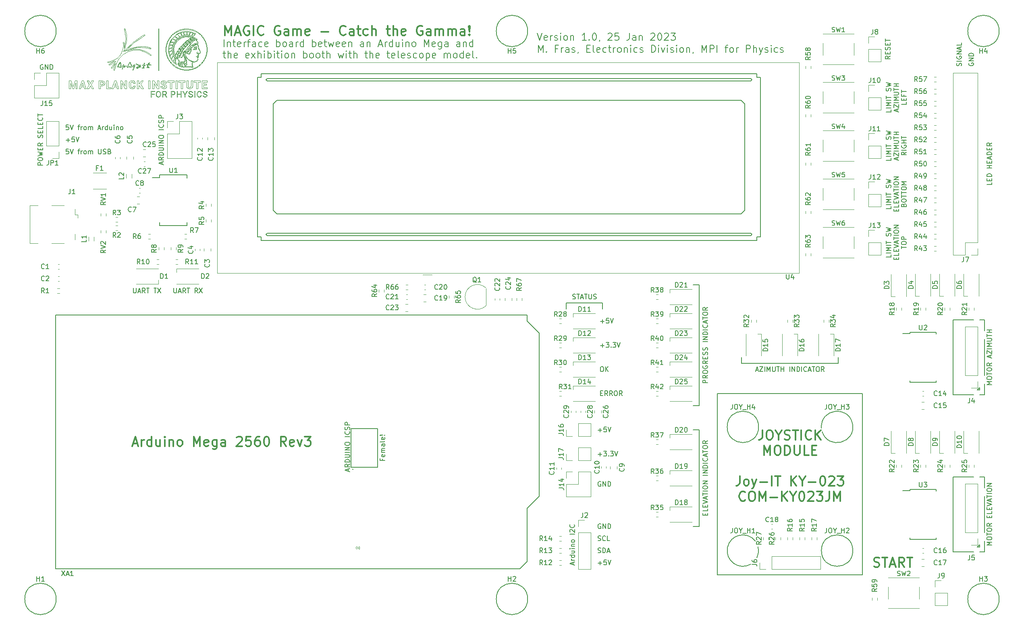
<source format=gbr>
%TF.GenerationSoftware,KiCad,Pcbnew,(6.0.10)*%
%TF.CreationDate,2023-01-25T18:59:45+01:00*%
%TF.ProjectId,MagicGame,4d616769-6347-4616-9d65-2e6b69636164,1.0*%
%TF.SameCoordinates,Original*%
%TF.FileFunction,Legend,Top*%
%TF.FilePolarity,Positive*%
%FSLAX46Y46*%
G04 Gerber Fmt 4.6, Leading zero omitted, Abs format (unit mm)*
G04 Created by KiCad (PCBNEW (6.0.10)) date 2023-01-25 18:59:45*
%MOMM*%
%LPD*%
G01*
G04 APERTURE LIST*
%ADD10C,0.100000*%
%ADD11C,0.150000*%
%ADD12C,0.300000*%
%ADD13C,0.075000*%
%ADD14C,0.120000*%
G04 APERTURE END LIST*
D10*
X82037200Y-36341250D02*
X82197200Y-36518660D01*
X78965300Y-41332030D02*
X78965300Y-41364590D01*
X75155700Y-37420890D02*
X75154600Y-37425780D01*
X85143200Y-32183830D02*
X85256000Y-32083430D01*
X83728800Y-33222230D02*
X83710300Y-33253730D01*
X70711800Y-33093130D02*
X70680300Y-32911330D01*
X72574300Y-42341140D02*
X72513000Y-42341140D01*
X83187400Y-37910270D02*
X83121100Y-37767030D01*
X70541900Y-37904290D02*
X70541900Y-37904290D01*
X72056200Y-37054140D02*
X72067600Y-37057930D01*
X84067400Y-34828670D02*
X84148800Y-34714720D01*
X72885700Y-37749670D02*
X72885700Y-37749670D01*
X81626000Y-31636430D02*
X81624900Y-31638030D01*
X74973900Y-38149520D02*
X74978800Y-38170140D01*
X86186000Y-35098310D02*
X86182100Y-35116750D01*
X69959300Y-37076930D02*
X70017900Y-37078020D01*
X81975300Y-43110460D02*
X82081100Y-43110460D01*
X77656300Y-43388776D02*
X77666500Y-43367070D01*
X83674000Y-35229600D02*
X83725000Y-35294700D01*
X82019300Y-35608280D02*
X82019900Y-35647350D01*
X70949900Y-37945530D02*
X70970600Y-37912430D01*
X68299660Y-38061630D02*
X69027200Y-36938590D01*
X82747400Y-35124350D02*
X82753900Y-35122170D01*
X72719100Y-38519530D02*
X72723500Y-38511390D01*
X87652400Y-44226993D02*
X87837400Y-44291012D01*
X82935000Y-34300230D02*
X82975700Y-34281230D01*
X84822000Y-43765838D02*
X84585400Y-43666554D01*
X81265200Y-43853186D02*
X81190800Y-43853186D01*
X70113400Y-37027020D02*
X70128000Y-37034070D01*
X74979300Y-38171220D02*
X74991800Y-38178270D01*
X71897200Y-37233180D02*
X71899900Y-37226130D01*
X84006500Y-30122730D02*
X84219700Y-30122730D01*
X83118500Y-38032880D02*
X83139000Y-38029070D01*
X73972400Y-40918070D02*
X73640900Y-40918070D01*
X86248900Y-43383351D02*
X86258600Y-43362190D01*
X75059600Y-38170680D02*
X75071500Y-38166880D01*
X82096300Y-34612740D02*
X82092000Y-34615450D01*
X83010400Y-31355330D02*
X83019200Y-31335330D01*
X72809200Y-37984590D02*
X72743000Y-37925450D01*
X84611500Y-32489830D02*
X84611500Y-32489830D01*
X69793300Y-37517460D02*
X69793300Y-37518000D01*
X85254500Y-37055770D02*
X85284200Y-36960820D01*
X75882700Y-37761060D02*
X75882700Y-37784930D01*
X75760000Y-37654720D02*
X75766500Y-37643880D01*
X86372500Y-32966130D02*
X86372100Y-32964530D01*
X83409700Y-30792730D02*
X83397800Y-30810130D01*
X82253600Y-35712450D02*
X82471700Y-35675020D01*
X74960900Y-37946610D02*
X74954900Y-37954750D01*
X88119000Y-44236758D02*
X88134200Y-44226449D01*
X83441300Y-34226430D02*
X83454900Y-34176030D01*
X73738600Y-38084960D02*
X73728200Y-38089840D01*
X85258200Y-43890622D02*
X85265300Y-43902015D01*
X84971700Y-30651730D02*
X84247500Y-30529630D01*
X75212700Y-37734470D02*
X75208300Y-37731220D01*
X82842200Y-33712630D02*
X82863500Y-33698030D01*
X81209300Y-32870130D02*
X81229300Y-32832730D01*
X85206700Y-32034630D02*
X85174600Y-32066630D01*
X72975200Y-37875540D02*
X72984400Y-37863600D01*
X83963800Y-33606330D02*
X84092800Y-33527130D01*
X85892900Y-33374130D02*
X85964000Y-33379530D01*
X70547400Y-38086590D02*
X70547900Y-38084960D01*
X81943900Y-31942930D02*
X81945400Y-31944030D01*
X86877700Y-34906250D02*
X86885300Y-34924160D01*
X66407840Y-41653210D02*
X66259180Y-41716680D01*
X88287700Y-33490230D02*
X88032200Y-32671030D01*
X83152100Y-37314560D02*
X83155900Y-37305340D01*
X82330700Y-37455610D02*
X82323100Y-37456700D01*
X78574700Y-42120880D02*
X78574700Y-42055770D01*
X75174200Y-37174040D02*
X75209900Y-37240220D01*
X80925000Y-35145500D02*
X80898900Y-35138990D01*
X81252100Y-43763667D02*
X81414900Y-43701819D01*
X86345400Y-36614680D02*
X86398100Y-36431310D01*
X68816700Y-38741420D02*
X68726630Y-38663290D01*
X79626100Y-43285150D02*
X79612100Y-43273220D01*
X86439300Y-35517680D02*
X86454500Y-35565970D01*
X70967800Y-37701930D02*
X71037300Y-37720380D01*
X71825600Y-37633570D02*
X71793000Y-37682930D01*
X70162200Y-37111110D02*
X70164400Y-37117610D01*
X86226100Y-35096670D02*
X86226700Y-35083650D01*
X84357100Y-32733430D02*
X84347800Y-32634630D01*
X81588500Y-36830070D02*
X81616100Y-37016710D01*
X75895200Y-38089290D02*
X75894600Y-38086040D01*
X66209810Y-41972220D02*
X66321570Y-41972220D01*
X71560800Y-38006840D02*
X71563500Y-38003030D01*
X81998600Y-31912530D02*
X82002000Y-31910330D01*
X76402900Y-35592560D02*
X76156700Y-35373900D01*
X82597100Y-35686410D02*
X82534700Y-35820960D01*
X80759500Y-32756230D02*
X80741100Y-32793630D01*
X81980700Y-37555450D02*
X81982900Y-37552180D01*
X67688230Y-37582030D02*
X67682250Y-37512590D01*
X85971700Y-33291630D02*
X85926500Y-33266130D01*
X60194187Y-42136600D02*
X60187678Y-42136600D01*
X76578800Y-37578220D02*
X76578800Y-37585280D01*
X88329500Y-44112517D02*
X88230700Y-44275821D01*
X86028100Y-34042530D02*
X86011800Y-34043630D01*
X71074700Y-37821280D02*
X71080700Y-37940100D01*
X72741900Y-37758350D02*
X72741900Y-37758350D01*
X86181500Y-35921320D02*
X86196300Y-35939240D01*
X83550300Y-34076730D02*
X83677800Y-33984430D01*
X85046700Y-31347230D02*
X85044500Y-31349430D01*
X62328520Y-40918070D02*
X62328520Y-40918070D01*
X83091300Y-35612630D02*
X83088600Y-35615340D01*
X70581600Y-38419700D02*
X70578900Y-38425670D01*
X74968500Y-37798500D02*
X74979900Y-37796320D01*
X72885700Y-37749670D02*
X72885700Y-37749670D01*
X68976200Y-37398650D02*
X69015270Y-37295030D01*
X88293200Y-43902015D02*
X88329500Y-44015404D01*
X80939600Y-35203560D02*
X80939600Y-35203560D01*
X85201300Y-37058470D02*
X85151300Y-37240220D01*
X83252500Y-37971030D02*
X83252500Y-37971030D01*
X82848800Y-37911350D02*
X82787500Y-37827250D01*
X84049500Y-36724280D02*
X83976700Y-36433470D01*
X83259500Y-33869430D02*
X83351300Y-33800530D01*
X70447000Y-37849500D02*
X70534400Y-37786560D01*
X79155300Y-42597220D02*
X78921400Y-42539170D01*
D11*
X56640000Y-149860000D02*
G75*
G03*
X56640000Y-149860000I-3300000J0D01*
G01*
D10*
X84550200Y-43453338D02*
X84613600Y-43560217D01*
X84164500Y-34483070D02*
X83980600Y-34759220D01*
X80923400Y-32292330D02*
X81377900Y-31741630D01*
X73702200Y-37618920D02*
X73545400Y-37525060D01*
X72286700Y-37961810D02*
X72289500Y-37961250D01*
X82086500Y-35461810D02*
X82072900Y-35468310D01*
X81509300Y-43485890D02*
X81509300Y-43433806D01*
X75267400Y-37592880D02*
X75269600Y-37592340D01*
X84180200Y-34980030D02*
X84129700Y-35070630D01*
X78656700Y-42336810D02*
X78642500Y-42316180D01*
X64514390Y-42571720D02*
X64514390Y-42571720D01*
X75088900Y-37865220D02*
X75087400Y-37982960D01*
X73718500Y-38093640D02*
X73624600Y-38126180D01*
D11*
X251714000Y-139954000D02*
X250698000Y-139954000D01*
D10*
X85395400Y-34374030D02*
X85397700Y-34374530D01*
X72392000Y-37885850D02*
X72390900Y-37880960D01*
X75719300Y-38199430D02*
X75714500Y-38201600D01*
X75899500Y-37437170D02*
X75926100Y-37370970D01*
X70619500Y-34366430D02*
X70728600Y-33653030D01*
X79839900Y-41350470D02*
X79839900Y-41412320D01*
X60194187Y-42136600D02*
X60194187Y-42136600D01*
X70520800Y-37920570D02*
X70515900Y-37924910D01*
X72967600Y-37551100D02*
X72979600Y-37551100D01*
X69896900Y-37351990D02*
X69868100Y-37395930D01*
X84566000Y-35250750D02*
X84478100Y-35264320D01*
X87011700Y-44257917D02*
X86991500Y-44275821D01*
X72961700Y-38240670D02*
X72917200Y-38376290D01*
X81458400Y-36263670D02*
X81457800Y-36263130D01*
X84104700Y-32915130D02*
X84043500Y-32975330D01*
X88258500Y-43260740D02*
X88267700Y-43275390D01*
X78392900Y-44138017D02*
X78476500Y-43885195D01*
X83744000Y-35141170D02*
X83771700Y-35027220D01*
X72329600Y-42220700D02*
X72315000Y-42200630D01*
X84267500Y-34590490D02*
X84263800Y-34564990D01*
X86885300Y-34924160D02*
X86886400Y-35073350D01*
X80244000Y-33597130D02*
X80166000Y-34176530D01*
X82323100Y-37456700D02*
X82259600Y-37446930D01*
X82426100Y-31604330D02*
X82444000Y-31607130D01*
X84247500Y-30529630D02*
X84006500Y-30529630D01*
X88211300Y-44291012D02*
X88191100Y-44305660D01*
X72322000Y-37966680D02*
X72344800Y-37973200D01*
X88254000Y-34370230D02*
X88254000Y-34583970D01*
X81103500Y-35730350D02*
X80877200Y-36160590D01*
X62537390Y-42571720D02*
X62883530Y-42571720D01*
X87008500Y-37372610D02*
X86379600Y-37891810D01*
X83903500Y-37615670D02*
X83903500Y-37615670D01*
X76027000Y-37386170D02*
X76026400Y-37388890D01*
D11*
X254760000Y-30480000D02*
G75*
G03*
X254760000Y-30480000I-3300000J0D01*
G01*
D10*
X84825800Y-34182530D02*
X84835600Y-34183630D01*
X83978900Y-37684030D02*
X84083600Y-37567920D01*
X75104700Y-31234330D02*
X75166000Y-31231630D01*
X84541500Y-43197800D02*
X84561500Y-43183160D01*
X86036700Y-33747930D02*
X86036700Y-33747930D01*
X81404600Y-41200200D02*
X80899500Y-41200200D01*
X71955300Y-41306530D02*
X71911300Y-41512700D01*
X85141500Y-43780487D02*
X85250600Y-43879227D01*
X73849700Y-37888020D02*
X73857400Y-37883680D01*
X82213500Y-35731450D02*
X82253600Y-35712450D01*
X86489200Y-33899830D02*
X86486500Y-33947030D01*
X81837500Y-35300670D02*
X81912900Y-35373360D01*
X86493600Y-35683700D02*
X86493600Y-35692380D01*
X75926100Y-37370970D02*
X75927700Y-37368810D01*
X87527700Y-31996630D02*
X87919300Y-32718230D01*
X74360900Y-37615130D02*
X74364000Y-37615670D01*
X85800200Y-33196730D02*
X85802400Y-33202130D01*
X71712700Y-38089840D02*
X71693200Y-38120220D01*
X73138500Y-37831040D02*
X73128200Y-37844610D01*
X70971100Y-37904290D02*
X70971100Y-37898860D01*
X84086800Y-31196930D02*
X84091300Y-31196930D01*
X76354200Y-42574970D02*
X76013900Y-42574970D01*
X72932900Y-37573350D02*
X72967600Y-37551100D01*
X79333200Y-41615770D02*
X79685300Y-41796430D01*
X74879500Y-38227640D02*
X74878500Y-38226560D01*
X80513200Y-33485330D02*
X80513200Y-33485330D01*
X79377100Y-43110460D02*
X79455300Y-43110460D01*
X82871000Y-33697430D02*
X82918800Y-33776730D01*
X80409600Y-34817810D02*
X80410200Y-34822160D01*
D11*
X251714000Y-124206000D02*
X250698000Y-124206000D01*
D10*
X72500500Y-37955840D02*
X72497300Y-37960170D01*
X86453900Y-35645720D02*
X86493100Y-35673930D01*
X74393900Y-37648210D02*
X74392400Y-37655270D01*
X71538000Y-38038290D02*
X71546700Y-38022570D01*
X78476500Y-43579748D02*
X78391400Y-43335070D01*
X74983600Y-37486540D02*
X74985300Y-37482200D01*
X70078100Y-37250000D02*
X70052000Y-37164820D01*
X75932500Y-38168500D02*
X75908800Y-38122390D01*
D11*
X249428000Y-139954000D02*
X245110000Y-139954000D01*
D10*
X79844700Y-33515230D02*
X80092800Y-32718230D01*
X83086400Y-34542210D02*
X83040900Y-34564990D01*
X85274500Y-40925130D02*
X85274500Y-40925130D01*
X81797900Y-35280600D02*
X81837500Y-35300670D01*
X83189000Y-34124430D02*
X83040900Y-34130930D01*
X82666500Y-34626290D02*
X82666500Y-34626290D01*
X74075400Y-37695420D02*
X74075400Y-37695420D01*
X86515900Y-35587670D02*
X86495700Y-35541560D01*
X74095600Y-37873360D02*
X74080900Y-37879340D01*
X80896800Y-35141710D02*
X80576100Y-35494350D01*
X79678200Y-42475700D02*
X79651100Y-42495770D01*
X84159600Y-34700630D02*
X84190000Y-34712560D01*
X85213200Y-32495230D02*
X85285900Y-32382330D01*
X82211800Y-31236030D02*
X82210300Y-31234330D01*
X74376000Y-37983500D02*
X74370000Y-37991640D01*
X78670200Y-42356880D02*
X78656700Y-42336810D01*
X83750000Y-33670930D02*
X83900900Y-33628030D01*
X82657200Y-37349280D02*
X82657800Y-37356880D01*
X82916100Y-35136820D02*
X82912800Y-35135200D01*
X74860000Y-37730140D02*
X74804000Y-37713860D01*
X82292700Y-34608930D02*
X82290600Y-34543290D01*
X82655700Y-37731770D02*
X82670300Y-37781680D01*
X86322700Y-33381730D02*
X86446400Y-33686130D01*
X78917700Y-40961470D02*
X78941000Y-40951170D01*
X84387900Y-34769530D02*
X84393300Y-34776590D01*
X76037200Y-37425240D02*
X76087200Y-37355250D01*
X85467100Y-32202230D02*
X85418200Y-32223430D01*
X83519900Y-35594720D02*
X83469500Y-35545350D01*
X82858100Y-36001090D02*
X82803200Y-36032540D01*
X84120000Y-33412630D02*
X83939300Y-33556430D01*
X69695100Y-37698670D02*
X69683700Y-37720920D01*
X72111000Y-37017250D02*
X72146200Y-36998270D01*
X84350000Y-42013990D02*
X84350000Y-42072590D01*
X71896100Y-34478180D02*
X71633500Y-34622500D01*
X85136100Y-37652560D02*
X85193100Y-37848960D01*
X88267700Y-43275390D02*
X88276300Y-43289490D01*
X71563500Y-38003030D02*
X71566800Y-37960710D01*
X75088900Y-38247710D02*
X75006400Y-38285150D01*
X70927200Y-37946070D02*
X70946100Y-37946070D01*
X83717400Y-37718750D02*
X83723400Y-37720920D01*
X83927900Y-37159930D02*
X83740200Y-37227750D01*
X70683000Y-38106110D02*
X70648800Y-38197270D01*
X69507300Y-37831600D02*
X69523600Y-37804460D01*
X82196100Y-36307070D02*
X82084900Y-36183380D01*
X72241700Y-41909820D02*
X72241700Y-41578880D01*
X78112000Y-29997930D02*
X78160300Y-29997930D01*
X79076500Y-43751190D02*
X79076500Y-43751190D01*
X86307000Y-43815751D02*
X86307000Y-43902015D01*
X82558500Y-35611540D02*
X82584000Y-35599060D01*
X82904700Y-35189990D02*
X82916100Y-35136820D01*
X70634700Y-37625430D02*
X70671600Y-37571180D01*
X83477700Y-31223530D02*
X83478200Y-31225730D01*
X76034000Y-37614590D02*
X76001500Y-37612950D01*
X73537200Y-38332350D02*
X73572500Y-38265630D01*
X85633600Y-32273830D02*
X85660700Y-32316730D01*
X86189700Y-33303630D02*
X86223900Y-33277030D01*
X75064500Y-37306960D02*
X75066100Y-37302630D01*
X77845600Y-42012910D02*
X77845600Y-40925130D01*
X73041900Y-37761600D02*
X73052800Y-37708970D01*
X72883500Y-37618920D02*
X72929600Y-37576600D01*
X82063200Y-35430340D02*
X82002500Y-35301210D01*
X88322000Y-43467444D02*
X88215600Y-43467444D01*
X82808100Y-31530630D02*
X81828400Y-32191930D01*
X85109600Y-43879770D02*
X84886500Y-43783741D01*
X83470600Y-34910590D02*
X83422200Y-35040250D01*
X84626700Y-43570526D02*
X84639200Y-43580291D01*
X82658400Y-37373160D02*
X82643800Y-37519640D01*
X85941800Y-34149430D02*
X85973800Y-34143430D01*
X84841500Y-34025730D02*
X84818800Y-34040930D01*
X86150200Y-32380230D02*
X86204900Y-32238630D01*
X86135400Y-34056130D02*
X86135400Y-34048530D01*
X83644200Y-36809460D02*
X83620300Y-36868060D01*
X82201000Y-34845490D02*
X82259600Y-35026680D01*
X85311400Y-32330330D02*
X85314000Y-32324830D01*
X76229300Y-37113820D02*
X76286300Y-37166450D01*
X67798890Y-37635740D02*
X67737590Y-37631390D01*
X70017900Y-37078020D02*
X70021100Y-37085610D01*
X82471700Y-35675020D02*
X82600300Y-35684240D01*
X71252100Y-37865770D02*
X71269500Y-37835390D01*
X73133600Y-37547310D02*
X73134700Y-37547310D01*
X70557100Y-37746420D02*
X70560400Y-37740990D01*
X83581800Y-36362410D02*
X83633300Y-36621200D01*
X73661000Y-38361110D02*
X73653300Y-38370340D01*
X82395900Y-34912750D02*
X82384500Y-34924700D01*
X84150900Y-33229230D02*
X84376500Y-33184830D01*
X83455400Y-30786230D02*
X83416300Y-30792230D01*
X83687000Y-38039930D02*
X83791700Y-38028530D01*
X69199180Y-37347650D02*
X68940930Y-38323130D01*
X87849900Y-43765838D02*
X87612800Y-43666554D01*
X72067600Y-37057930D02*
X72070800Y-37053060D01*
X78519900Y-43360020D02*
X78529700Y-43381181D01*
X85730700Y-33883030D02*
X85604300Y-33980130D01*
X72993700Y-32949330D02*
X71343800Y-34439130D01*
X82459300Y-36684130D02*
X82344700Y-36493150D01*
X85156800Y-36927180D02*
X85208900Y-36942380D01*
X83328300Y-34936090D02*
X83358800Y-34875320D01*
X82442500Y-37698130D02*
X82431100Y-37664490D01*
X71072600Y-38017680D02*
X71071500Y-38019850D01*
X83092900Y-33932430D02*
X83055600Y-33835830D01*
X83569300Y-33495630D02*
X83669600Y-33387730D01*
X76091500Y-37160470D02*
X76180600Y-37113820D01*
X85193100Y-37848960D02*
X85218600Y-37912430D01*
X86971500Y-44293182D02*
X86747000Y-44380530D01*
X83470000Y-34742950D02*
X83603500Y-34703340D01*
X75840300Y-38052950D02*
X75835400Y-38055110D01*
X73655000Y-37445850D02*
X73799300Y-37526140D01*
X80092800Y-36022240D02*
X79844700Y-35225250D01*
X86385000Y-35653320D02*
X86453900Y-35645720D01*
X83646400Y-34643660D02*
X83592700Y-34639860D01*
X83345700Y-34225930D02*
X83345700Y-34225930D01*
X83664200Y-32807230D02*
X83549700Y-32921630D01*
X83833500Y-34827570D02*
X83864500Y-34873700D01*
X75158300Y-33921030D02*
X73931100Y-33912330D01*
X66209810Y-41173610D02*
X66262430Y-41173610D01*
D11*
X190500000Y-109220000D02*
X191770000Y-109220000D01*
D10*
X86445300Y-43151150D02*
X86621000Y-43093100D01*
X83556800Y-35842660D02*
X83539500Y-35898540D01*
X83652800Y-34643660D02*
X83646400Y-34643660D01*
X84868100Y-33574330D02*
X84789500Y-33657830D01*
X84684700Y-34850360D02*
X84672800Y-34868810D01*
X64514390Y-42571720D02*
X63995180Y-41738390D01*
X86068200Y-34121730D02*
X86063300Y-34104330D01*
X82820000Y-37997610D02*
X82967700Y-38037750D01*
X70214800Y-37322150D02*
X70215300Y-37324320D01*
X73838400Y-38022020D02*
X73738600Y-38084960D01*
X86469700Y-35448780D02*
X86467000Y-35352210D01*
X86403500Y-33197230D02*
X86423600Y-33116930D01*
X86210800Y-35791670D02*
X86220700Y-35782990D01*
X67602500Y-37088860D02*
X67470130Y-37094290D01*
X75617900Y-37493600D02*
X75619600Y-37490340D01*
X82595400Y-34263330D02*
X82484200Y-34101130D01*
X67737590Y-37631390D02*
X67688230Y-37582030D01*
X83710300Y-33253730D02*
X83617100Y-33339930D01*
X82584000Y-35599060D02*
X82586800Y-35597970D01*
X82918800Y-31793730D02*
X82029600Y-32393730D01*
X84582800Y-32512630D02*
X84476400Y-32615630D01*
X71098000Y-29984930D02*
X71201100Y-30281130D01*
X83976700Y-36433470D02*
X83906300Y-36169810D01*
X87598200Y-43655704D02*
X87577000Y-43640512D01*
X69868100Y-37395930D02*
X69862700Y-37404610D01*
X84039700Y-31195830D02*
X84039700Y-31195830D01*
X69778100Y-37547310D02*
X69766100Y-37568460D01*
X67815170Y-37628680D02*
X67798890Y-37635740D01*
X73065300Y-37674790D02*
X73065800Y-37671000D01*
X71895000Y-37237520D02*
X71897200Y-37233180D01*
X84192700Y-32442630D02*
X84210000Y-32480530D01*
X74180700Y-37959090D02*
X74186700Y-37954750D01*
X82186400Y-31234330D02*
X82152200Y-31255030D01*
X81978100Y-36072150D02*
X82002000Y-36045570D01*
X75262000Y-37725250D02*
X75257700Y-37728520D01*
X81771800Y-35900710D02*
X81699700Y-35725470D01*
X83958400Y-37962350D02*
X83809000Y-37975360D01*
X74357100Y-38007920D02*
X74281700Y-38035040D01*
X82484200Y-31584830D02*
X82488100Y-31583230D01*
X82934000Y-34054430D02*
X82930700Y-34066430D01*
X83846500Y-32848930D02*
X83844300Y-32860930D01*
X80989600Y-33382230D02*
X80990200Y-33379030D01*
X69925100Y-37301530D02*
X69925100Y-37301530D01*
X72616600Y-41149740D02*
X72781000Y-41214290D01*
X71125700Y-42031350D02*
X71119200Y-42032430D01*
X76180600Y-37113820D02*
X76210300Y-37113820D01*
X84922900Y-32670430D02*
X84875200Y-32690030D01*
X76182700Y-37619460D02*
X76092700Y-37619460D01*
X84043500Y-32975330D02*
X83979500Y-33034530D01*
X83522700Y-35353290D02*
X83507500Y-35328880D01*
X73065800Y-37671000D02*
X73049500Y-37651470D01*
X87094700Y-37458880D02*
X87629000Y-36811630D01*
X86229900Y-35773750D02*
X86354700Y-35664710D01*
X68862270Y-41954860D02*
X69046180Y-41372170D01*
X84440000Y-33592230D02*
X84001700Y-34176530D01*
X83182000Y-34654520D02*
X83180800Y-34653420D01*
X72351900Y-37439880D02*
X72355600Y-37446390D01*
X76276500Y-37617290D02*
X76272800Y-37617840D01*
X85570700Y-33618230D02*
X85727500Y-33541230D01*
X74739000Y-37599930D02*
X74739000Y-37599930D01*
X80363500Y-33621530D02*
X80580400Y-32923830D01*
X72484800Y-37783850D02*
X72489700Y-37808810D01*
X84899600Y-43684458D02*
X85112800Y-43763667D01*
X74857200Y-37604810D02*
X74943500Y-37617290D01*
X83019200Y-31335330D02*
X83018100Y-31333130D01*
X79696100Y-43427297D02*
X79626100Y-43285150D01*
X82779300Y-37333540D02*
X82795700Y-37318890D01*
X88276300Y-43289490D02*
X88322000Y-43422956D01*
X76647700Y-43199970D02*
X76647700Y-43687713D01*
X73935000Y-37961810D02*
X73854200Y-38012250D01*
X85380800Y-33653030D02*
X85437200Y-33648130D01*
X85556100Y-32220730D02*
X85559300Y-32222830D01*
X63100540Y-40918070D02*
X63591000Y-41738390D01*
X85685200Y-32123630D02*
X85713400Y-32095930D01*
X75621100Y-37484920D02*
X75693400Y-37458880D01*
X72345300Y-37973200D02*
X72365400Y-37962350D01*
X71629200Y-38128360D02*
X71578200Y-38120220D01*
X83402800Y-33272130D02*
X83401100Y-33287330D01*
X86223900Y-33277030D02*
X86230400Y-33271630D01*
X74976700Y-37910270D02*
X74970700Y-37927630D01*
X60079713Y-42571720D02*
X60304322Y-42571720D01*
X86864000Y-35154180D02*
X86940600Y-35070630D01*
X86446400Y-33686130D02*
X86489200Y-33899830D01*
X83966400Y-37063910D02*
X83940400Y-37129020D01*
X74826400Y-38249350D02*
X74815400Y-38253680D01*
X85220700Y-36992290D02*
X85219200Y-36998810D01*
X83316500Y-33301930D02*
X83334900Y-33398030D01*
X74951700Y-37546770D02*
X74952200Y-37540790D01*
X80974300Y-33359430D02*
X80971700Y-33360030D01*
X70098200Y-37330840D02*
X70098200Y-37310210D01*
X85225200Y-31683630D02*
X85082900Y-31773630D01*
X81441500Y-43677405D02*
X81509300Y-43533633D01*
X83885600Y-36081380D02*
X83883500Y-36072150D01*
X83298100Y-37206600D02*
X83198200Y-37196820D01*
X73516700Y-37351450D02*
X73655000Y-37445850D01*
X82003500Y-31884830D02*
X82001400Y-31883730D01*
X82148900Y-31257130D02*
X82146300Y-31258230D01*
X85760000Y-32171330D02*
X85755700Y-32169730D01*
X70473600Y-38326390D02*
X70518100Y-38184240D01*
X74870300Y-37939020D02*
X74868600Y-37935210D01*
X73467200Y-38133780D02*
X73484600Y-38092020D01*
X72166900Y-37229380D02*
X72165200Y-37223410D01*
X80917400Y-37458880D02*
X81564600Y-37992720D01*
X78351700Y-44310000D02*
X78333400Y-44321394D01*
X85947800Y-33167930D02*
X85954300Y-33166830D01*
X85346100Y-32021030D02*
X85379200Y-32006430D01*
X83153200Y-37015630D02*
X83388600Y-37023210D01*
X86262400Y-34871530D02*
X86240200Y-34847110D01*
X86484300Y-33981230D02*
X86540200Y-34145030D01*
X82693600Y-35686950D02*
X82708900Y-35635420D01*
X74325600Y-37912430D02*
X74368500Y-37936850D01*
X75927700Y-37368810D02*
X75947200Y-37328130D01*
X70736200Y-37769740D02*
X70722100Y-37824000D01*
X85203300Y-44275821D02*
X85183900Y-44291012D01*
X76013900Y-42574970D02*
X76013900Y-40925130D01*
X85767700Y-32174630D02*
X85760000Y-32171330D01*
X80408500Y-34179830D02*
X80840900Y-34030030D01*
X86093800Y-32079130D02*
X85977700Y-32080230D01*
X73030000Y-41041770D02*
X73030000Y-41041770D01*
X84866000Y-32437730D02*
X85052700Y-32406230D01*
X85040200Y-33964430D02*
X85238600Y-33850430D01*
X67470130Y-37094290D02*
X67446250Y-37094840D01*
X88223200Y-44055009D02*
X88223200Y-44013776D01*
X86644300Y-35026680D02*
X86634600Y-35026140D01*
X73703400Y-38313910D02*
X73700600Y-38314990D01*
X69605500Y-37925450D02*
X69613700Y-37925450D01*
X69787300Y-37951490D02*
X69788900Y-37952030D01*
X67735420Y-37455610D02*
X67843930Y-37405160D01*
X77815200Y-43314450D02*
X77797800Y-43335610D01*
X73141200Y-37749670D02*
X73132000Y-37781140D01*
X84610400Y-35223630D02*
X84589300Y-35236660D01*
X82804900Y-35197590D02*
X82752200Y-35332140D01*
X83623500Y-35966360D02*
X83636500Y-35946820D01*
X75094300Y-37735560D02*
X75021100Y-37738280D01*
X84414600Y-42237520D02*
X84427700Y-42250000D01*
X83497100Y-33123430D02*
X83510700Y-33079530D01*
X82967100Y-31370530D02*
X83004500Y-31357530D01*
X82047000Y-36143770D02*
X82128900Y-36143770D01*
X78094000Y-43093100D02*
X78157500Y-43093100D01*
X84190000Y-34712560D02*
X84190400Y-34716900D01*
X84307100Y-35109160D02*
X84304500Y-35105350D01*
X83914300Y-35775930D02*
X83884500Y-35835070D01*
X85434000Y-33338330D02*
X85434000Y-33338330D01*
X84568600Y-35343530D02*
X84685800Y-35270840D01*
X86522800Y-35594720D02*
X86515900Y-35587670D01*
X84227400Y-32577130D02*
X84225700Y-32696530D01*
X83898600Y-34444000D02*
X84379300Y-33776730D01*
X85336800Y-38106110D02*
X85409600Y-38084960D01*
X86372100Y-36013560D02*
X86335200Y-36062930D01*
X81509300Y-43433806D02*
X81442000Y-43291120D01*
X81457800Y-36263130D02*
X81454500Y-36258780D01*
X75370600Y-34687060D02*
X76272800Y-35222000D01*
X71991600Y-37268990D02*
X71991100Y-37271150D01*
X81105200Y-35727100D02*
X81103500Y-35730350D01*
X72852100Y-37802840D02*
X72836300Y-37828340D01*
X86357900Y-35154720D02*
X86296700Y-35176970D01*
X83418500Y-35246960D02*
X83500400Y-35407000D01*
X70886500Y-34011630D02*
X70998800Y-33699630D01*
X71712700Y-38087130D02*
X71712700Y-38089840D01*
X75321100Y-37639530D02*
X75320000Y-37642790D01*
X86061100Y-34318730D02*
X86068200Y-34121730D01*
X86337800Y-32811530D02*
X86349200Y-32885330D01*
X75997100Y-38056200D02*
X75998800Y-38063250D01*
X73729300Y-38303060D02*
X73727700Y-38304140D01*
X75736100Y-37914600D02*
X75764900Y-37804460D01*
X86008500Y-32440430D02*
X86014500Y-32451230D01*
X60304322Y-42571720D02*
X60713390Y-41441610D01*
X79076500Y-43751190D02*
X79401000Y-43751190D01*
X82143500Y-35622390D02*
X82140900Y-35619140D01*
X86438200Y-35297420D02*
X86406800Y-35367950D01*
X72295400Y-40941950D02*
X72118600Y-41054250D01*
X86621000Y-43093100D02*
X86679600Y-43093100D01*
X75759500Y-37480570D02*
X75772500Y-37484920D01*
X82771800Y-37757810D02*
X82751100Y-37522350D01*
X85223500Y-37925450D02*
X85239200Y-37977530D01*
X75207800Y-37253250D02*
X75200700Y-37274950D01*
X86634600Y-35026140D02*
X86529300Y-35064670D01*
X85552800Y-34291030D02*
X85524000Y-34304030D01*
X84996700Y-37958540D02*
X84766700Y-37933590D01*
X74741700Y-37597770D02*
X74764500Y-37583650D01*
X79724900Y-35249670D02*
X79979900Y-36069450D01*
X84287100Y-33264030D02*
X84287100Y-33264030D01*
X86386100Y-35600140D02*
X86360600Y-35606650D01*
X80616800Y-35570310D02*
X80619000Y-35568140D01*
X69455800Y-37982420D02*
X69453100Y-37973740D01*
X83753800Y-33675230D02*
X83736400Y-33674130D01*
X80990200Y-33379030D02*
X80974300Y-33359430D01*
X83470000Y-33498330D02*
X83451500Y-33403430D01*
X83792200Y-30122730D02*
X84006500Y-30122730D01*
X80876700Y-36175240D02*
X80877800Y-36176860D01*
X75014600Y-37737200D02*
X75012900Y-37736660D01*
X83838400Y-33593830D02*
X83625200Y-33637230D01*
X85837100Y-32152330D02*
X85829500Y-32157230D01*
X74824200Y-37596130D02*
X74850200Y-37602640D01*
X82140900Y-37399740D02*
X82148900Y-37430110D01*
X70460000Y-37932500D02*
X70434000Y-37890720D01*
X84204600Y-32779530D02*
X84190000Y-32802330D01*
X80509900Y-33485330D02*
X80513200Y-33485330D01*
X70154600Y-37940640D02*
X70154600Y-37917310D01*
X85691100Y-34344730D02*
X85661800Y-34342530D01*
X83748300Y-31714530D02*
X84013600Y-31715630D01*
X83923100Y-35048930D02*
X83953900Y-35159070D01*
X87957800Y-44291012D02*
X88119000Y-44236758D01*
X86360600Y-35606650D02*
X86292200Y-35653320D01*
X83299600Y-33666530D02*
X83281300Y-33706730D01*
X85099700Y-32524530D02*
X84922900Y-32670430D01*
X70702500Y-37521810D02*
X70703100Y-37520180D01*
X86219000Y-35203020D02*
X86316100Y-35223630D01*
X83727700Y-35562170D02*
X83700000Y-35493270D01*
X84756400Y-30823130D02*
X84746500Y-30828030D01*
X78895300Y-42527780D02*
X78869300Y-42515840D01*
X73875300Y-37872280D02*
X74108600Y-37764860D01*
X84618600Y-32124630D02*
X84717800Y-32057430D01*
X68862270Y-41954860D02*
X68862270Y-41954860D01*
X66657950Y-41063470D02*
X66630280Y-41039060D01*
X71074200Y-37806100D02*
X71074700Y-37821280D01*
X81524500Y-32374830D02*
X81524500Y-32374830D01*
X85922800Y-31040130D02*
X85917900Y-31036930D01*
X73728200Y-38089840D02*
X73718500Y-38093640D01*
X88149900Y-43890079D02*
X88137400Y-43879770D01*
X86230400Y-33271630D02*
X86282500Y-33284030D01*
X82904200Y-44363169D02*
X82904200Y-44363169D01*
X83011000Y-37862520D02*
X83045700Y-37913520D01*
X83466800Y-34053930D02*
X83421100Y-34073430D01*
X73915400Y-37687280D02*
X73906800Y-37685660D01*
X85290200Y-33454930D02*
X85291300Y-33463630D01*
X81930800Y-36234920D02*
X82037200Y-36341250D01*
X84843800Y-43668724D02*
X84872000Y-43676862D01*
X66657950Y-41827900D02*
X66685070Y-41803490D01*
X70188800Y-37219610D02*
X70212600Y-37315640D01*
X81879900Y-36031460D02*
X81879900Y-36031460D01*
X87008500Y-31367830D02*
X87527700Y-31996630D01*
X75693900Y-38041020D02*
X75698800Y-38028530D01*
X80388900Y-34115730D02*
X80386300Y-34158630D01*
X73925200Y-38199430D02*
X73824300Y-38252600D01*
X82377400Y-36919590D02*
X82375700Y-36962990D01*
X83706500Y-31288130D02*
X82808100Y-31530630D01*
X71854900Y-37570090D02*
X71845700Y-37591250D01*
X84169900Y-32831030D02*
X84104700Y-32915130D01*
X83887200Y-33145730D02*
X83884500Y-33000330D01*
X82840200Y-37038400D02*
X82956800Y-37021590D01*
X83733600Y-34737520D02*
X83815000Y-34800450D01*
X82330700Y-37455610D02*
X82330700Y-37455610D01*
X81209900Y-34605140D02*
X81365000Y-35310970D01*
X85737200Y-31101430D02*
X85735200Y-31103630D01*
X86062200Y-34100630D02*
X86095900Y-34080530D01*
X83377800Y-35755850D02*
X83452100Y-35689130D01*
X87026300Y-43972544D02*
X87133200Y-43972544D01*
X74390700Y-37671000D02*
X74389000Y-37686200D01*
X82092000Y-34615450D02*
X82002500Y-34738060D01*
X74902200Y-38255850D02*
X74879500Y-38227640D01*
X81272800Y-36732960D02*
X81273800Y-36734040D01*
X84670200Y-31019030D02*
X84593100Y-31208830D01*
X85085200Y-43247720D02*
X84919200Y-43182610D01*
X82596500Y-34063730D02*
X82603100Y-34264430D01*
X83625200Y-33637230D02*
X83490200Y-33639930D01*
X86382900Y-36091680D02*
X86418200Y-36016810D01*
X75269600Y-37592340D02*
X75289700Y-37589090D01*
X70515900Y-37924910D02*
X70512100Y-37927090D01*
X86310700Y-36475790D02*
X86299900Y-36525710D01*
X82345300Y-34326830D02*
X82427800Y-34216130D01*
X76262400Y-37268450D02*
X76260300Y-37274400D01*
X85044500Y-31349430D02*
X85051500Y-31372730D01*
X84610400Y-44325191D02*
X84469900Y-44215056D01*
X85640700Y-32051430D02*
X85467100Y-32202230D01*
X86572800Y-34040930D02*
X86570600Y-34036030D01*
X83532400Y-35607200D02*
X83519900Y-35594720D01*
X83550300Y-36913630D02*
X83527000Y-36914170D01*
X70728600Y-33653030D02*
X70711800Y-33093130D01*
X86165900Y-33883030D02*
X86165900Y-33883030D01*
X70446500Y-38462020D02*
X70456800Y-38375210D01*
X83507500Y-35328880D02*
X83488500Y-35298500D01*
X75786100Y-37747500D02*
X75789300Y-37718200D01*
X82417000Y-37487630D02*
X82442000Y-37373160D01*
X74972800Y-42571720D02*
X74356500Y-41686850D01*
X80973800Y-33430530D02*
X80974900Y-33426230D01*
X86978100Y-43183160D02*
X86997500Y-43201600D01*
X84639200Y-43580291D02*
X84843800Y-43668724D01*
X75820300Y-38081160D02*
X75816500Y-38086040D01*
X86466400Y-35845380D02*
X86457200Y-35930000D01*
X63475430Y-42571720D02*
X63794450Y-41975470D01*
X81632500Y-30848630D02*
X82354000Y-30456930D01*
X87674600Y-44340925D02*
X87656300Y-44333329D01*
X83540000Y-36083540D02*
X83581800Y-36362410D01*
X76538100Y-35584420D02*
X76476300Y-35617500D01*
X68322990Y-42571720D02*
X68669130Y-42571720D01*
X86462700Y-33542330D02*
X86369900Y-33324230D01*
X79258300Y-41593530D02*
X79284900Y-41601670D01*
X83970700Y-36838750D02*
X83966400Y-37063910D01*
X72165200Y-37223410D02*
X72164100Y-37220160D01*
X79242100Y-42597220D02*
X79155300Y-42597220D01*
X80752500Y-32821830D02*
X80752500Y-32821830D01*
X83127700Y-37371530D02*
X83152100Y-37314560D01*
X85195300Y-44055009D02*
X85195300Y-44055009D01*
X84040200Y-35091790D02*
X84040200Y-35091790D01*
X86037200Y-34416340D02*
X86075800Y-34408740D01*
X79233900Y-40902340D02*
X79312500Y-40902340D01*
X67174990Y-40918070D02*
X67174990Y-42571720D01*
X84366300Y-36463320D02*
X84725400Y-36726990D01*
X74897900Y-38081160D02*
X74903300Y-38076280D01*
X82019900Y-35647350D02*
X82020300Y-35696180D01*
X80838200Y-33944330D02*
X80835400Y-33945430D01*
X85119900Y-31385230D02*
X85390600Y-31042330D01*
X75086800Y-37856540D02*
X75088900Y-37865220D01*
X75773600Y-37691070D02*
X75770900Y-37688360D01*
X69578900Y-37922740D02*
X69582200Y-37923820D01*
X76347700Y-37624890D02*
X76279300Y-37616750D01*
X83452700Y-35688590D02*
X83498800Y-35735780D01*
X83295900Y-33274830D02*
X83295900Y-33274830D01*
X83759700Y-34683270D02*
X83762000Y-34680000D01*
X75698800Y-38028530D02*
X75734600Y-37929250D01*
X83397800Y-30810130D02*
X83398300Y-30812830D01*
X71807700Y-37425780D02*
X71852200Y-37328670D01*
X72241700Y-41982530D02*
X72241700Y-41909820D01*
X83527000Y-36914170D02*
X83455400Y-36915250D01*
X83746100Y-37618920D02*
X83643600Y-37538090D01*
X69705400Y-37467020D02*
X69713000Y-37453990D01*
X72828700Y-37854380D02*
X72864500Y-37885850D01*
X75152400Y-37731770D02*
X75133500Y-37735020D01*
X81618300Y-37380210D02*
X81806100Y-37515840D01*
X86014500Y-35800890D02*
X85986300Y-35814450D01*
X85881000Y-33791330D02*
X85730700Y-33883030D01*
X80385700Y-35202470D02*
X80288100Y-34578020D01*
X73681100Y-38329640D02*
X73672900Y-38343200D01*
X76126800Y-38167960D02*
X76086700Y-38181530D01*
X70120900Y-42571720D02*
X70452400Y-42571720D01*
X83290400Y-34351230D02*
X83132500Y-34518880D01*
X88167200Y-35225250D02*
X87919300Y-36022240D01*
X84274600Y-33307430D02*
X84287100Y-33264030D01*
X86877700Y-35080950D02*
X86877700Y-35080950D01*
X84624500Y-44226993D02*
X84810000Y-44291012D01*
X81391000Y-36219720D02*
X81270000Y-36719390D01*
X69478000Y-37879340D02*
X69505200Y-37835390D01*
X86540200Y-34145030D02*
X86668800Y-34453220D01*
X76047700Y-37206040D02*
X76083900Y-37168070D01*
X83470000Y-33498330D02*
X83470000Y-33498330D01*
X62154360Y-41372170D02*
X62161420Y-41372170D01*
X83695200Y-34637160D02*
X83652800Y-34643660D01*
X85170300Y-32411130D02*
X85170300Y-32411130D01*
X85174600Y-32066630D02*
X85141500Y-32098630D01*
X82492900Y-31557230D02*
X82211800Y-31236030D01*
X82439700Y-34203630D02*
X82445200Y-34222130D01*
X81442000Y-43291120D02*
X81429000Y-43278640D01*
X86391000Y-43331270D02*
X86307000Y-43579206D01*
X86644300Y-35026680D02*
X86644300Y-35026680D01*
X84905000Y-33938930D02*
X84858900Y-34013730D01*
X76022100Y-38095810D02*
X76047100Y-38090380D01*
X70215300Y-37324320D02*
X70217000Y-37333540D01*
X83478600Y-30799230D02*
X83478200Y-30796530D01*
X87133200Y-43972544D02*
X87129500Y-44005095D01*
X77183100Y-40925130D02*
X77845600Y-42012910D01*
X70810000Y-37763240D02*
X70837100Y-37741530D01*
X85112800Y-43763667D02*
X85127500Y-43772348D01*
X82892800Y-33588930D02*
X82886800Y-33590030D01*
X69730900Y-37633030D02*
X69695100Y-37698670D01*
X84228500Y-30651730D02*
X84895900Y-30760730D01*
X85047700Y-32317830D02*
X85046700Y-32317230D01*
X81501700Y-43210280D02*
X81520200Y-43226560D01*
X71799500Y-37880960D02*
X71813700Y-37910270D01*
X70217000Y-37333540D02*
X70220800Y-37361750D01*
X85694500Y-34270930D02*
X85941800Y-34149430D01*
X84581100Y-43167960D02*
X84792700Y-43093100D01*
X82855300Y-31642930D02*
X83718500Y-31410130D01*
X82975700Y-34281230D02*
X83015800Y-34262230D01*
X73706500Y-37981880D02*
X73711400Y-37978610D01*
X81424200Y-36217560D02*
X81421400Y-36213750D01*
X85327100Y-36963540D02*
X85457400Y-36973850D01*
X83059300Y-34704960D02*
X83065300Y-34707680D01*
X86814700Y-35175350D02*
X86844000Y-35162860D01*
X86022700Y-35802520D02*
X86014500Y-35800890D01*
X76049700Y-38089290D02*
X76082800Y-38082780D01*
X83115700Y-34835710D02*
X83170600Y-34711470D01*
X70487700Y-38517360D02*
X70478500Y-38513020D01*
X83501000Y-31236030D02*
X83539500Y-31230030D01*
X70718300Y-38013890D02*
X70683000Y-38106110D01*
X71457800Y-40918070D02*
X71125700Y-40918070D01*
X71793000Y-37682930D02*
X71793000Y-37682930D01*
X72178800Y-37272240D02*
X72166900Y-37229380D01*
X85615200Y-32261930D02*
X85623300Y-32267330D01*
X81524500Y-32374830D02*
X81526100Y-32375330D01*
X80872400Y-43199970D02*
X80872400Y-43763667D01*
X83498800Y-35735780D02*
X83546000Y-35829100D01*
X82354000Y-30456930D02*
X83151000Y-30209030D01*
X84112400Y-35205720D02*
X84192100Y-35175890D01*
X75010300Y-37587990D02*
X75000000Y-37585280D01*
X70981900Y-38076280D02*
X70971100Y-38075200D01*
X82029600Y-32393730D02*
X81429600Y-33282430D01*
X79033200Y-41490450D02*
X79046700Y-41499670D01*
X85407400Y-31633130D02*
X85407400Y-31633130D01*
X74075400Y-37695420D02*
X74066300Y-37699750D01*
X83997400Y-35039170D02*
X83989700Y-34977860D01*
X83235600Y-37966680D02*
X83187400Y-37910270D01*
X86262900Y-34888890D02*
X86262900Y-34880210D01*
X82675200Y-34768990D02*
X82717500Y-34750000D01*
X86307000Y-43579206D02*
X86307000Y-43662213D01*
X83761400Y-34911670D02*
X83689700Y-34838430D01*
X78476500Y-43668724D02*
X78476500Y-43579748D01*
X81914000Y-32278230D02*
X82855300Y-31642930D01*
X83697900Y-34633890D02*
X83695200Y-34637160D01*
X86427400Y-43163080D02*
X86445300Y-43151150D01*
X82236800Y-37202790D02*
X82157700Y-37297200D01*
X85399300Y-37998700D02*
X85347800Y-37909720D01*
X72693100Y-38556420D02*
X72717000Y-38523320D01*
X78184600Y-42574970D02*
X77844500Y-42574970D01*
X79022800Y-41234380D02*
X78965300Y-41332030D01*
X75284700Y-37701390D02*
X75275000Y-37711700D01*
X80559900Y-41200200D02*
X80060700Y-41200200D01*
X85076400Y-42465920D02*
X84904500Y-42557610D01*
X86609200Y-44291012D02*
X86672100Y-44291012D01*
X71355200Y-37915140D02*
X71345400Y-37918950D01*
X69593100Y-38055110D02*
X69564800Y-38058920D01*
X84541000Y-34149430D02*
X84615300Y-34163530D01*
X75026000Y-37405700D02*
X75064500Y-37306960D01*
X79612100Y-43273220D02*
X79597900Y-43260740D01*
X82490200Y-31581630D02*
X82494600Y-31558830D01*
X87676800Y-43235780D02*
X87662700Y-43246630D01*
X82484200Y-34101130D02*
X82478200Y-34082730D01*
X74139500Y-37750750D02*
X74162200Y-37717660D01*
X72781000Y-41214290D02*
X72794000Y-41227320D01*
X85380800Y-33653030D02*
X85380800Y-33653030D01*
X74392400Y-37655270D02*
X74390700Y-37671000D01*
X72003000Y-37058470D02*
X72011700Y-37053600D01*
X88134200Y-44226449D02*
X88148800Y-44215599D01*
X74928900Y-40918070D02*
X74928900Y-40918070D01*
X83541700Y-34904070D02*
X83616500Y-34869890D01*
X85727500Y-33541230D02*
X85833900Y-33437030D01*
X71566800Y-37960710D02*
X71565700Y-37956380D01*
X82895400Y-33588430D02*
X82892800Y-33588930D01*
X72011700Y-37235890D02*
X71991600Y-37268990D01*
X82354000Y-38283530D02*
X81632500Y-37891810D01*
X76107200Y-33897130D02*
X76449000Y-34011630D01*
X83770000Y-34517250D02*
X83697900Y-34633890D01*
X72808100Y-37690530D02*
X72879200Y-37622170D01*
X86395300Y-36376520D02*
X86370400Y-36138340D01*
X88127100Y-43260740D02*
X88112500Y-43247720D01*
X74092800Y-37700290D02*
X74079900Y-37698670D01*
X81616700Y-36525710D02*
X81588500Y-36707460D01*
X81724700Y-35996200D02*
X81827200Y-36119890D01*
X84926700Y-34128830D02*
X84921800Y-34123930D01*
X71386700Y-31213230D02*
X71417100Y-32445330D01*
X84294200Y-34483070D02*
X84373300Y-34351230D01*
X84904500Y-42557610D02*
X84707500Y-42597220D01*
X82431100Y-37664490D02*
X82431100Y-37664490D01*
X75084000Y-37989470D02*
X75079700Y-37997070D01*
X85392200Y-31040130D02*
X85386300Y-31017330D01*
X85256000Y-32083430D02*
X85346100Y-32021030D01*
X79724900Y-33490230D02*
X79636400Y-34149930D01*
X76163200Y-37234810D02*
X76121400Y-37254880D01*
X72864500Y-37885850D02*
X72868900Y-37886930D01*
X84507400Y-32707330D02*
X84587100Y-32619430D01*
X74862700Y-38233070D02*
X74826400Y-38249350D01*
X71911300Y-41978180D02*
X71956900Y-42184350D01*
X86538100Y-35710820D02*
X86535900Y-35613170D01*
X76267900Y-37252170D02*
X76262400Y-37268450D01*
X69550700Y-38058920D02*
X69509500Y-38045890D01*
X81460400Y-36277220D02*
X81460400Y-36275600D01*
X84591400Y-44201494D02*
X84608200Y-44214515D01*
X82328500Y-34798820D02*
X82293200Y-34642570D01*
X74716800Y-38299790D02*
X74714000Y-38301430D01*
X84701500Y-34032730D02*
X84645200Y-33972030D01*
X65576670Y-40918070D02*
X65576670Y-42571720D01*
X71991100Y-37271150D02*
X71989400Y-37274400D01*
X83982700Y-33159330D02*
X84012000Y-33118030D01*
X83982100Y-33162530D02*
X83982700Y-33159330D01*
X83379500Y-35600140D02*
X83330000Y-35647890D01*
X86610200Y-44380530D02*
X86443100Y-44322479D01*
X69687500Y-38043720D02*
X69636500Y-38046970D01*
X81576500Y-36272890D02*
X81666100Y-36375430D01*
X83738100Y-33745230D02*
X83677800Y-33870530D01*
X81137700Y-32154530D02*
X81112700Y-32187030D01*
X78713600Y-41107420D02*
X78893800Y-40971240D01*
X79979900Y-32671030D02*
X79724900Y-33490230D01*
X75896800Y-37445310D02*
X75899500Y-37437170D01*
X83312100Y-33172330D02*
X83173800Y-33289530D01*
X73616500Y-38127280D02*
X73602900Y-38134320D01*
X83510700Y-33079530D02*
X83633900Y-32914630D01*
X76260300Y-37274400D02*
X76190900Y-37360130D01*
X83740200Y-37227750D02*
X83391400Y-37215820D01*
X83635400Y-34876400D02*
X83655000Y-34882920D01*
X81159900Y-32145830D02*
X81157800Y-32144730D01*
X79499200Y-42142030D02*
X79499200Y-42104600D01*
X75048200Y-37807720D02*
X75051500Y-37809890D01*
X69937600Y-37284170D02*
X69928300Y-37299360D01*
D11*
X191770000Y-134620000D02*
X190500000Y-134620000D01*
D10*
X75834900Y-38056740D02*
X75820300Y-38081160D01*
X82918800Y-33776730D02*
X82950800Y-33900430D01*
X74244700Y-37818030D02*
X74095600Y-37873360D01*
X81618300Y-36133460D02*
X81220200Y-35387470D01*
X84287700Y-34962670D02*
X84294600Y-34855790D01*
X78509600Y-43338320D02*
X78519900Y-43360020D01*
X83497100Y-31237130D02*
X83497100Y-31237130D01*
X83635400Y-44363169D02*
X83635400Y-43891706D01*
X71284100Y-37820200D02*
X71293900Y-37811520D01*
X85384000Y-31016230D02*
X85380300Y-31014630D01*
X77711500Y-43674149D02*
X77711500Y-43804901D01*
X72164100Y-37220160D02*
X72151700Y-37194110D01*
X70721500Y-38005750D02*
X70718300Y-38013890D01*
X79549200Y-40966360D02*
X79572000Y-40976670D01*
X83060400Y-33619930D02*
X83076100Y-33566730D01*
X69797600Y-37503900D02*
X69798100Y-37504990D01*
X75947200Y-37328130D02*
X75953200Y-37315640D01*
X83982100Y-33162530D02*
X83982100Y-33162530D01*
X83871500Y-37333540D02*
X83901800Y-37314020D01*
X73978900Y-38059460D02*
X73990300Y-38052400D01*
X78157500Y-43093100D02*
X78330600Y-43150600D01*
X71911300Y-41581600D02*
X71911300Y-41909820D01*
X74970200Y-37930340D02*
X74969600Y-37931420D01*
X81506500Y-43757158D02*
X81488100Y-43772891D01*
X81892900Y-36012470D02*
X81879900Y-36031460D01*
X86049700Y-35807390D02*
X86022700Y-35802520D01*
X84932100Y-42073130D02*
X84933200Y-42023210D01*
X72853700Y-37800670D02*
X72852100Y-37802840D01*
X82449500Y-31604330D02*
X82484200Y-31584830D01*
X78112000Y-38754450D02*
X78112000Y-29997930D01*
X75188200Y-31406930D02*
X75188200Y-31406930D01*
X82666500Y-34626290D02*
X82666500Y-34626290D01*
X81698600Y-37248360D02*
X81726300Y-37297740D01*
X82795700Y-37318890D02*
X82798900Y-37315640D01*
X84006500Y-30000630D02*
X84006500Y-30000630D01*
X75876700Y-37498470D02*
X75896800Y-37445310D01*
X74928900Y-40918070D02*
X74518800Y-40918070D01*
X86004700Y-34341430D02*
X85875600Y-34355030D01*
X73888400Y-37555990D02*
X73915400Y-37564670D01*
X86451300Y-35743380D02*
X86393200Y-35784610D01*
X74013100Y-37910810D02*
X73935000Y-37961810D01*
X71637900Y-37735560D02*
X71643800Y-37727430D01*
X83450400Y-37363390D02*
X83472800Y-37474060D01*
X78095700Y-44380530D02*
X78006700Y-44380530D01*
X83907800Y-36512150D02*
X83970700Y-36838750D01*
X82647500Y-34189530D02*
X82647500Y-34161330D01*
X84225700Y-32696530D02*
X84204600Y-32779530D01*
X72557500Y-40894200D02*
X72491800Y-40894200D01*
X82727800Y-34384320D02*
X82713800Y-34404950D01*
X82424000Y-37636820D02*
X82417000Y-37487630D01*
X86075800Y-34408740D02*
X86077000Y-34404400D01*
X73195500Y-41457350D02*
X73196000Y-41412320D01*
X70859300Y-38048610D02*
X70851700Y-38040470D01*
X74864900Y-37730680D02*
X74860000Y-37730140D01*
X69766100Y-37568460D02*
X69730900Y-37633030D01*
X82912800Y-35135200D02*
X82911300Y-35134110D01*
X59332100Y-40918070D02*
X59332100Y-42571720D01*
X86611800Y-43182610D02*
X86425200Y-43288410D01*
X85449700Y-31572930D02*
X85877800Y-31116130D01*
X83503600Y-34097330D02*
X83550300Y-34076730D01*
X66657950Y-41063470D02*
X66657950Y-41063470D01*
X84347800Y-32634630D02*
X84370600Y-32485430D01*
X84060300Y-35096130D02*
X84040200Y-35091790D01*
X76198900Y-38087670D02*
X76200000Y-38092560D01*
X84436800Y-34085430D02*
X84164500Y-34483070D01*
X86113800Y-32272830D02*
X86073100Y-32334630D01*
X70884800Y-32974230D02*
X70899500Y-33919330D01*
X68114110Y-42317270D02*
X67506470Y-42317270D01*
X83780300Y-36004880D02*
X83778200Y-36051530D01*
X78330600Y-43150600D02*
X78349000Y-43162540D01*
X84006500Y-30529630D02*
X83812900Y-30529630D01*
X85393400Y-34349030D02*
X85395400Y-34374030D01*
X81928600Y-31287530D02*
X82560200Y-30944130D01*
X71849500Y-37912970D02*
X71884200Y-37916770D01*
X85274500Y-40925130D02*
X85274500Y-42011820D01*
X85437200Y-33648130D02*
X85570700Y-33618230D01*
X84619600Y-34447270D02*
X84523100Y-34547630D01*
X88213400Y-41859920D02*
X87560700Y-41859920D01*
X82764700Y-30963630D02*
X82762000Y-30964230D01*
X72817900Y-38309030D02*
X72821100Y-38301970D01*
X78965300Y-41398210D02*
X79033200Y-41490450D01*
X73484600Y-38092020D02*
X73491100Y-38084960D01*
X88376700Y-34370230D02*
X88376700Y-34149930D01*
X76263500Y-37502820D02*
X76277700Y-37502820D01*
X82197200Y-36518660D02*
X82326400Y-36716680D01*
X72043100Y-37240770D02*
X72029600Y-37237520D01*
X68961000Y-37374780D02*
X68445060Y-38190750D01*
X80924500Y-34070230D02*
X80924500Y-34370230D01*
X82451700Y-37363390D02*
X82469600Y-37354170D01*
X74315300Y-37726880D02*
X74312000Y-37727430D01*
X83778200Y-36051530D02*
X83821000Y-36212130D01*
D11*
X251714000Y-135890000D02*
X251714000Y-128270000D01*
D10*
X87648100Y-43256940D02*
X87577500Y-43374670D01*
X70811000Y-37534820D02*
X70807800Y-37545680D01*
X86414900Y-35121630D02*
X86400900Y-35130850D01*
D11*
X217582542Y-114738325D02*
G75*
G03*
X217424000Y-113944400I3132458J1038325D01*
G01*
D10*
X74050000Y-37699210D02*
X74003900Y-37695960D01*
X82925900Y-34706040D02*
X83059300Y-34704960D01*
X70452400Y-40918070D02*
X70120900Y-40918070D01*
X73125000Y-37847320D02*
X73097800Y-37878250D01*
X70665100Y-35391810D02*
X69804600Y-36251180D01*
X72271600Y-34114130D02*
X73618600Y-33758230D01*
X84088500Y-33028030D02*
X84196000Y-32929230D01*
X86370400Y-36138340D02*
X86376400Y-36117720D01*
X69505200Y-37835390D02*
X69507300Y-37831600D01*
X84039700Y-31195830D02*
X84043500Y-31195830D01*
D11*
X200660000Y-99060000D02*
X200660000Y-100330000D01*
D10*
X72366000Y-37801210D02*
X72362700Y-37792530D01*
X85122100Y-43890079D02*
X85109600Y-43879770D01*
X72312800Y-37330840D02*
X72351900Y-37439880D01*
D11*
X250698000Y-105410000D02*
X250698000Y-105918000D01*
D10*
X84589300Y-35236660D02*
X84589300Y-35236660D01*
X86453300Y-35989680D02*
X86461500Y-35984270D01*
X83700000Y-35493270D02*
X83684900Y-35476990D01*
X64113460Y-42571720D02*
X64514390Y-42571720D01*
X82081100Y-44363169D02*
X81975300Y-44363169D01*
X82372500Y-40925130D02*
X83715900Y-40925130D01*
X68780890Y-42215280D02*
X69316910Y-42215280D01*
X72063200Y-38059460D02*
X72062100Y-38058920D01*
X82310600Y-37620540D02*
X82318200Y-37666670D01*
X75129000Y-37171320D02*
X75135600Y-37168610D01*
X73897500Y-38102320D02*
X73967000Y-38065970D01*
X74833400Y-38132150D02*
X74897900Y-38081160D01*
X83783600Y-35896920D02*
X83700000Y-35869240D01*
X84009900Y-40925130D02*
X84350000Y-40925130D01*
X83018100Y-31333130D02*
X82830400Y-30956030D01*
X81571100Y-32305830D02*
X81568500Y-32304830D01*
X84196000Y-32929230D02*
X84287100Y-32870630D01*
X75785600Y-37749130D02*
X75786100Y-37747500D01*
X80508300Y-33414830D02*
X80506700Y-33418630D01*
X80580400Y-32923830D02*
X80923400Y-32292330D01*
X81276500Y-36737290D02*
X81308500Y-36774200D01*
X76647700Y-43687713D02*
X77232000Y-43687713D01*
X81896100Y-35072270D02*
X81893900Y-35089090D01*
X86135400Y-34048530D02*
X86135400Y-34032730D01*
X72999100Y-38118600D02*
X72961700Y-38240670D01*
X86433300Y-35502490D02*
X86439300Y-35517680D01*
D11*
X191770000Y-83820000D02*
X191770000Y-109220000D01*
D10*
X86066000Y-42574970D02*
X86066000Y-41200200D01*
X82675200Y-34768990D02*
X82675200Y-34768990D01*
X76416000Y-35603950D02*
X76402900Y-35592560D01*
X75923400Y-37685660D02*
X75919600Y-37690530D01*
X85326500Y-32320530D02*
X85461100Y-32268430D01*
X86739300Y-43182610D02*
X86679600Y-43182610D01*
X83216100Y-34223230D02*
X83342500Y-34224830D01*
X73557400Y-38171770D02*
X73554600Y-38172850D01*
X75992800Y-38037210D02*
X75997100Y-38056200D01*
X69587100Y-37901040D02*
X69586000Y-37904840D01*
X76509300Y-34132030D02*
X76465800Y-34186830D01*
X75109600Y-37179460D02*
X75112200Y-37178380D01*
X83241500Y-36917420D02*
X83058200Y-36920680D01*
X83091300Y-35667420D02*
X83098400Y-35666880D01*
X83377200Y-34837350D02*
X83470000Y-34742950D01*
X75861500Y-37857640D02*
X75847400Y-37896700D01*
X80493600Y-33466930D02*
X80509900Y-33485330D01*
X72063200Y-42372070D02*
X72094100Y-42404070D01*
X74782900Y-38267250D02*
X74758500Y-38277560D01*
X86115400Y-32092130D02*
X86093800Y-32079130D01*
X78625700Y-41421000D02*
X78625700Y-41363490D01*
X86363400Y-33241730D02*
X86403500Y-33197230D01*
X82235200Y-34551970D02*
X82261800Y-34764640D01*
X79844700Y-35225250D02*
X79758500Y-34583970D01*
X86215300Y-33202130D02*
X86087800Y-33266730D01*
X82595400Y-34474930D02*
X82595400Y-34474930D01*
X80766500Y-43110460D02*
X81193500Y-43110460D01*
X75227800Y-37605350D02*
X75240900Y-37601560D01*
X84942500Y-34046830D02*
X84982100Y-33977430D01*
X75789900Y-38125100D02*
X75788200Y-38127820D01*
X81741500Y-36249020D02*
X81732200Y-36263670D01*
X83760300Y-32744230D02*
X83664200Y-32807230D01*
X86309600Y-35979920D02*
X86372100Y-36013560D01*
X77232000Y-43777231D02*
X76647700Y-43777231D01*
X73185700Y-37644960D02*
X73147800Y-37737200D01*
X76092700Y-37346570D02*
X76097500Y-37337890D01*
X70965100Y-37816950D02*
X70959700Y-37816950D01*
X83823200Y-37759430D02*
X83820400Y-37734470D01*
X86529300Y-35064670D02*
X86414900Y-35121630D01*
X72870500Y-41464410D02*
X73193300Y-41464410D01*
X83295900Y-33274830D02*
X83316500Y-33301930D01*
X88137400Y-43879770D02*
X87914500Y-43783741D01*
X85963500Y-32205530D02*
X86077400Y-32191930D01*
X66685070Y-41087350D02*
X66657950Y-41063470D01*
X86259700Y-44113602D02*
X86250000Y-44091901D01*
X82855300Y-35314780D02*
X82904700Y-35189990D01*
X69802500Y-37956920D02*
X69863800Y-37956920D01*
X84816500Y-32320030D02*
X84857200Y-32180030D01*
X80739500Y-32797430D02*
X80737800Y-32799630D01*
X73091900Y-37887470D02*
X73046300Y-37993270D01*
X86012900Y-34183030D02*
X86009600Y-34322430D01*
X74961400Y-38021470D02*
X74987000Y-37963970D01*
X84372200Y-32333530D02*
X84360900Y-32350930D01*
X73542200Y-38350250D02*
X73539500Y-38338860D01*
X72018700Y-37235890D02*
X72011700Y-37235890D01*
X88098400Y-43133240D02*
X88115200Y-43141380D01*
X79499200Y-42142030D02*
X79499200Y-42142030D01*
X82811400Y-30946230D02*
X82809200Y-30947330D01*
X80440000Y-34883460D02*
X80442700Y-34881840D01*
X85986300Y-35814450D02*
X86021500Y-35838860D01*
X73426100Y-37290680D02*
X73434700Y-37292310D01*
X72341000Y-37720920D02*
X72341000Y-37718750D01*
X88215600Y-43467444D02*
X88215600Y-43415361D01*
X75074300Y-37540790D02*
X75068900Y-37547850D01*
X84897900Y-34280730D02*
X84902800Y-34293730D01*
X73188400Y-37638990D02*
X73185700Y-37644960D01*
X76086700Y-38082780D02*
X76091000Y-38082240D01*
X71269500Y-37835390D02*
X71271700Y-37833220D01*
X70831700Y-37968850D02*
X70885900Y-37943350D01*
X85819200Y-36866420D02*
X85766000Y-36876180D01*
X79732500Y-43691511D02*
X79720600Y-43706702D01*
X81192000Y-32882630D02*
X81206500Y-32875030D01*
X70009700Y-37177290D02*
X69989100Y-37204420D01*
X72663800Y-38676860D02*
X72660000Y-38669810D01*
X73058200Y-41066180D02*
X73030000Y-41041770D01*
X86011800Y-34043630D02*
X85964000Y-34046330D01*
X87568900Y-43197800D02*
X87588900Y-43183160D01*
X83643600Y-37538090D02*
X83594700Y-37429570D01*
X79440600Y-41246310D02*
X79428600Y-41236000D01*
X83930600Y-32754530D02*
X83952400Y-32705730D01*
X79763900Y-41147020D02*
X79776400Y-41166560D01*
X83649600Y-35500860D02*
X83692000Y-35589840D01*
X85989000Y-33806530D02*
X86099200Y-33831530D01*
X70541400Y-38483180D02*
X70487700Y-38517360D01*
X82707200Y-37907000D02*
X82788600Y-37965600D01*
X79156800Y-41875640D02*
X78923600Y-41781790D01*
X83330000Y-35647890D02*
X83172700Y-35782430D01*
X86349200Y-32885330D02*
X86230400Y-32961230D01*
X74051500Y-38132700D02*
X73934500Y-38195630D01*
X77844500Y-42574970D02*
X77183100Y-41489360D01*
X73045800Y-37652020D02*
X73032700Y-37654720D01*
X84921800Y-34123930D02*
X84942500Y-34046830D01*
X70153000Y-38013340D02*
X70154600Y-38008460D01*
X79729200Y-41839290D02*
X79839900Y-42064450D01*
X75767100Y-37799040D02*
X75780200Y-37768660D01*
X87560700Y-42301530D02*
X88326800Y-42301530D01*
X82579700Y-35613170D02*
X82556400Y-35613170D01*
X84491500Y-35346240D02*
X84529000Y-35345150D01*
X71801700Y-37440970D02*
X71805000Y-37433380D01*
X66491390Y-41496420D02*
X66431710Y-41628250D01*
X82345300Y-34223230D02*
X82237400Y-34468420D01*
X73579000Y-38263990D02*
X73584500Y-38262900D01*
X85782800Y-44363169D02*
X85782800Y-44363169D01*
D11*
X195580000Y-106680000D02*
X226060000Y-106680000D01*
X226060000Y-106680000D02*
X226060000Y-144780000D01*
X226060000Y-144780000D02*
X195580000Y-144780000D01*
X195580000Y-144780000D02*
X195580000Y-106680000D01*
D10*
X68114110Y-42317270D02*
X68114110Y-42317270D01*
X86082800Y-33947030D02*
X86082800Y-33947030D01*
X73811800Y-37529950D02*
X73888400Y-37555990D01*
X72808100Y-38584090D02*
X72792400Y-38623160D01*
X67370840Y-37002060D02*
X67438660Y-36903860D01*
X74861100Y-37877170D02*
X74864900Y-37867950D01*
X84995600Y-31947230D02*
X85024900Y-31912030D01*
X72800500Y-37698670D02*
X72808100Y-37690530D01*
X71079600Y-37993810D02*
X71072600Y-38017680D01*
X70549500Y-38075740D02*
X70583200Y-37937390D01*
X78160300Y-38754450D02*
X78112000Y-38754450D01*
X70150200Y-38019850D02*
X70153000Y-38013340D01*
X75980300Y-38205950D02*
X75935300Y-38174470D01*
X88324000Y-41200200D02*
X87560700Y-41200200D01*
X78159700Y-43185870D02*
X78094000Y-43185870D01*
X78582400Y-43626949D02*
X78582800Y-43655161D01*
X81588500Y-36707460D02*
X81588500Y-36768220D01*
X83539500Y-31230030D02*
X83543800Y-31229530D01*
X86087800Y-33266730D02*
X85971700Y-33291630D01*
X84208300Y-35171540D02*
X84245800Y-35193250D01*
X83466300Y-35185110D02*
X83482000Y-35025600D01*
X81542400Y-32370930D02*
X81543500Y-32369930D01*
X73934500Y-38195630D02*
X73930000Y-38197810D01*
X73150500Y-37554900D02*
X73164000Y-37569000D01*
X61889070Y-42215280D02*
X62425090Y-42215280D01*
X70030900Y-37070420D02*
X70033600Y-37037860D01*
X85091700Y-44236758D02*
X85106800Y-44226449D01*
X85782800Y-43110460D02*
X85782800Y-44363169D01*
X83758600Y-35661460D02*
X83781400Y-35661460D01*
X85691700Y-32128430D02*
X85685200Y-32123630D01*
X70911400Y-30029930D02*
X70921700Y-29969730D01*
X79440600Y-43840708D02*
X79440600Y-43840708D01*
X72368100Y-37960710D02*
X72372500Y-37937930D01*
X72124500Y-42436090D02*
X72305200Y-42547850D01*
X80851700Y-34015930D02*
X80852200Y-34011630D01*
X83069000Y-35646810D02*
X83091300Y-35667420D01*
X84054900Y-42262470D02*
X84010400Y-42068790D01*
X81666100Y-36375430D02*
X81659000Y-36391170D01*
X85170300Y-32411130D02*
X85099700Y-32524530D01*
X73545400Y-37525060D02*
X73402200Y-37410040D01*
X78941000Y-40951170D02*
X79160700Y-40902340D01*
X73015400Y-37660150D02*
X73001300Y-37664490D01*
X82596000Y-34440750D02*
X82595400Y-34474930D01*
X70538200Y-37907000D02*
X70520800Y-37920570D01*
X82361100Y-35272460D02*
X82395300Y-35257810D01*
X83743500Y-32834830D02*
X83746100Y-32833730D01*
X83088600Y-35615340D02*
X83085300Y-35617500D01*
X65908710Y-42571720D02*
X65908710Y-41972220D01*
X71712700Y-34795570D02*
X70665100Y-35391810D01*
X74143300Y-37982420D02*
X74149300Y-37979710D01*
X70970600Y-37912430D02*
X70971100Y-37904290D01*
X80416700Y-34872610D02*
X80440000Y-34883460D01*
X76354200Y-42574970D02*
X76354200Y-42574970D01*
X83472800Y-37474060D02*
X83546000Y-37605350D01*
X72031200Y-37049250D02*
X72033400Y-37049790D01*
X68736390Y-38519530D02*
X68825920Y-37942270D01*
X81897800Y-35245880D02*
X81792000Y-35159070D01*
X82388200Y-35995650D02*
X82343200Y-36018450D01*
X81652000Y-35483500D02*
X81643900Y-35532340D01*
X61051930Y-42571720D02*
X61051930Y-40918070D01*
X72182600Y-37952570D02*
X72195100Y-37953670D01*
X84762400Y-30824230D02*
X84757900Y-30823630D01*
X83543800Y-31229530D02*
X83546000Y-31228930D01*
X82395300Y-35257810D02*
X82442500Y-35236660D01*
X83358800Y-34875320D02*
X83377200Y-34837350D01*
X80572400Y-35509540D02*
X80572900Y-35511170D01*
X86359600Y-35200840D02*
X86614000Y-35076060D01*
X86217900Y-34879110D02*
X86217400Y-34897570D01*
X80858200Y-33963830D02*
X80858200Y-33960630D01*
X81545700Y-32366630D02*
X81572200Y-32334630D01*
X83990300Y-32548430D02*
X83908400Y-32673130D01*
X72471200Y-37723090D02*
X72473400Y-37730140D01*
X73764000Y-38170680D02*
X73897500Y-38102320D01*
X84443300Y-43472327D02*
X84443300Y-43416445D01*
X72731600Y-37901040D02*
X72728400Y-37893990D01*
X71750700Y-38050780D02*
X71747500Y-38051320D01*
X72344300Y-42240770D02*
X72329600Y-42220700D01*
X79442200Y-42271150D02*
X79499200Y-42174040D01*
X70456800Y-38375210D02*
X70465500Y-38350790D01*
X84982100Y-33977430D02*
X84987500Y-33976330D01*
X83425000Y-37309130D02*
X83434700Y-37312390D01*
X84640900Y-31259330D02*
X84645200Y-31260430D01*
X79685300Y-41796430D02*
X79707500Y-41818140D01*
X71310200Y-37806640D02*
X71321000Y-37808810D01*
X85585300Y-31946730D02*
X85686300Y-31939130D01*
X81219000Y-32804430D02*
X80779000Y-32743730D01*
X81404600Y-40925130D02*
X81404600Y-41200200D01*
X76584700Y-37614030D02*
X76585800Y-37620000D01*
X83386000Y-34343130D02*
X83441300Y-34226430D01*
X71914600Y-37448560D02*
X71884200Y-37509860D01*
X84931100Y-31926630D02*
X84803100Y-32160430D01*
X83728800Y-35202470D02*
X83744000Y-35141170D01*
X85873500Y-31011430D02*
X85731300Y-30932230D01*
X84517100Y-34171630D02*
X84530200Y-34159730D01*
X86442500Y-32904330D02*
X86451300Y-32834330D01*
X73001300Y-41016810D02*
X72826000Y-40931100D01*
X83689200Y-43793508D02*
X84072200Y-43110460D01*
X84509500Y-44005095D02*
X84509500Y-44057179D01*
X86379600Y-30848630D02*
X87008500Y-31367830D01*
X86936300Y-44197695D02*
X87023100Y-43999129D01*
X75999900Y-38202140D02*
X75987900Y-38204310D01*
X81615200Y-43552622D02*
X81524500Y-43740881D01*
X83829200Y-35885520D02*
X83808100Y-35890950D01*
X84006500Y-38618270D02*
X83792200Y-38618270D01*
X87629000Y-31928830D02*
X87094700Y-31281530D01*
X82594300Y-34538410D02*
X82506000Y-34777130D01*
X70971100Y-37898860D02*
X70967300Y-37821280D01*
X83037700Y-34128830D02*
X83035400Y-34127130D01*
X85141000Y-31633730D02*
X85238100Y-31678130D01*
X82950800Y-33900430D02*
X82950800Y-33941630D01*
X86258600Y-43362190D02*
X86268300Y-43340490D01*
X72806500Y-41240340D02*
X72870500Y-41407990D01*
X85379200Y-32006430D02*
X85379200Y-32006430D01*
X75233800Y-31343930D02*
X75203400Y-31397630D01*
X85929300Y-33251530D02*
X85947800Y-33167930D01*
X81585900Y-31672230D02*
X81587400Y-31695530D01*
X63484110Y-40918070D02*
X63100540Y-40918070D01*
X82995300Y-37323240D02*
X82991500Y-37368810D01*
X88191100Y-44305660D02*
X87972000Y-44380530D01*
X79215400Y-41894640D02*
X79186100Y-41885420D01*
X79671100Y-43191290D02*
X79690200Y-43207570D01*
X83334900Y-33529830D02*
X83313800Y-33635130D01*
X88376700Y-34589950D02*
X88376700Y-34370230D01*
X86624900Y-34159730D02*
X86572800Y-34040930D01*
X84730900Y-36624450D02*
X84287700Y-36290250D01*
X84130800Y-30746630D02*
X84127000Y-30746630D01*
X69788900Y-37952030D02*
X69798700Y-37956920D01*
X82290600Y-34543290D02*
X82345300Y-34326830D01*
X81046500Y-34082130D02*
X81279300Y-33218930D01*
X84993500Y-34610020D02*
X85029700Y-34391380D01*
X86406800Y-35367950D02*
X86421400Y-35474280D01*
X83434700Y-37312390D02*
X83441800Y-37314020D01*
X72136500Y-37191400D02*
X72090900Y-37217990D01*
X82273800Y-35347860D02*
X82361100Y-35272460D01*
X84006500Y-38618270D02*
X84006500Y-38618270D01*
X69613700Y-37633570D02*
X69705400Y-37467020D01*
X72856400Y-38495110D02*
X72824900Y-38549910D01*
X76465800Y-34186830D02*
X76405700Y-34197730D01*
X74120000Y-34313830D02*
X75370600Y-34687060D01*
X74177000Y-38064340D02*
X74171500Y-38067600D01*
X75797500Y-37616210D02*
X75775300Y-37605900D01*
X86394900Y-35793290D02*
X86466400Y-35845380D01*
X84427700Y-42250000D02*
X84440000Y-42262470D01*
X82444000Y-31607130D02*
X82446300Y-31606530D01*
X84377100Y-32754030D02*
X84377100Y-32754030D01*
D11*
X190500000Y-114300000D02*
X191770000Y-114300000D01*
D10*
X84942000Y-33882530D02*
X84933200Y-33884130D01*
X80288100Y-34183030D02*
X80363500Y-33621530D01*
X74963600Y-37568460D02*
X74961400Y-37566840D01*
X76121400Y-37254880D02*
X76118600Y-37257590D01*
X70021100Y-37085610D02*
X70032500Y-37118150D01*
X79420000Y-42287970D02*
X79431400Y-42279840D01*
X71092100Y-29967630D02*
X71098000Y-29984930D01*
X81157800Y-32144730D02*
X81141400Y-32149630D01*
X70643900Y-38211900D02*
X70615700Y-38309030D01*
X86489700Y-35964180D02*
X86535900Y-35848090D01*
X74667400Y-38221670D02*
X74711800Y-38198890D01*
X82191300Y-35336470D02*
X82086500Y-35461810D01*
X62161420Y-41372170D02*
X62344250Y-41954860D01*
X83250800Y-35320740D02*
X83276300Y-35384770D01*
X84378200Y-35319110D02*
X84491500Y-35346240D01*
X76124000Y-37291770D02*
X76127400Y-37286890D01*
X75121500Y-38214090D02*
X75121500Y-38217340D01*
X60713390Y-41441610D02*
X60719900Y-41442710D01*
X75894600Y-38086040D02*
X75888600Y-38056200D01*
X83792200Y-35300130D02*
X83795000Y-35292530D01*
X71546700Y-38022570D02*
X71560800Y-38006840D01*
X76047100Y-38090380D02*
X76049700Y-38089290D01*
X70138300Y-38147350D02*
X70130700Y-38146810D01*
X75875600Y-37815860D02*
X75861500Y-37857640D01*
X84072800Y-36970040D02*
X84049500Y-36724280D01*
X59670642Y-41439450D02*
X60079713Y-42571720D01*
X85291300Y-33463630D02*
X85292400Y-33471230D01*
X84593100Y-31208830D02*
X84585400Y-31227830D01*
X86078500Y-34395720D02*
X86054600Y-34337630D01*
X81341100Y-36770390D02*
X81460400Y-36277220D01*
X75118800Y-38186410D02*
X75119900Y-38199970D01*
X88131400Y-43148980D02*
X88258500Y-43260740D01*
X81645400Y-31636930D02*
X81643900Y-31635830D01*
X78374500Y-43313910D02*
X78357100Y-43292210D01*
X75292400Y-34861750D02*
X74095000Y-34503140D01*
D11*
X191770000Y-114300000D02*
X191770000Y-134620000D01*
D10*
X70136100Y-37746960D02*
X70127500Y-37635740D01*
X85158400Y-33488030D02*
X85259300Y-33433830D01*
X74334300Y-37724710D02*
X74315300Y-37726880D01*
X84858400Y-42248900D02*
X84932100Y-42073130D01*
X84350000Y-40925130D02*
X84350000Y-42013990D01*
X70646700Y-38204860D02*
X70643900Y-38211900D01*
X85469300Y-34079930D02*
X85504500Y-34084330D01*
X83790200Y-33855930D02*
X83847700Y-33747430D01*
X84103600Y-31183930D02*
X84104200Y-31181730D01*
X76165900Y-37234270D02*
X76163200Y-37234810D01*
X82425200Y-31602730D02*
X82426100Y-31604330D01*
X82560200Y-30944130D02*
X83257900Y-30727130D01*
X69453100Y-37973740D02*
X69473700Y-37886930D01*
X86390400Y-33000830D02*
X86372500Y-32966130D01*
X75100900Y-37735560D02*
X75094300Y-37735560D01*
X76422500Y-37638450D02*
X76347700Y-37624890D01*
X88324000Y-40925130D02*
X88324000Y-41200200D01*
X82828200Y-35094500D02*
X82876000Y-35075520D01*
X82148900Y-37430110D02*
X82157100Y-37460500D01*
X86200000Y-43821177D02*
X86200000Y-43658416D01*
X79160700Y-40902340D02*
X79233900Y-40902340D01*
X84695600Y-42324320D02*
X84858400Y-42248900D01*
X85099700Y-43260740D02*
X85085200Y-43247720D01*
X80935800Y-35219290D02*
X80936400Y-35218200D01*
X80880000Y-36180650D02*
X80903400Y-36220810D01*
X84377100Y-32754030D02*
X84357100Y-32733430D01*
X73700600Y-38314990D02*
X73681500Y-38328020D01*
X70682500Y-37555990D02*
X70692200Y-37539170D01*
X82897700Y-37190320D02*
X82636700Y-37210390D01*
X70976000Y-29925830D02*
X71046000Y-29926930D01*
X74075400Y-37695420D02*
X74075400Y-37695420D01*
X80840300Y-34605140D02*
X80837700Y-34560110D01*
X71931900Y-37410590D02*
X71914600Y-37448560D01*
X71573900Y-37814780D02*
X71579300Y-37808810D01*
X76097500Y-37337890D02*
X76124000Y-37291770D01*
X71754500Y-37760520D02*
X71795200Y-37867400D01*
X84812200Y-32816930D02*
X84733100Y-32787630D01*
X86385000Y-35788400D02*
X86394900Y-35793290D01*
X70584300Y-37928170D02*
X70592900Y-37870110D01*
X81879900Y-36031460D02*
X81866300Y-36018450D01*
X85380300Y-31014630D02*
X85341800Y-30998930D01*
X84863800Y-43182610D02*
X84806300Y-43182610D01*
X72744100Y-34151630D02*
X71896100Y-34478180D01*
X70258200Y-37875540D02*
X70259300Y-37882590D01*
X83232900Y-30607730D02*
X82512400Y-30831830D01*
X66209810Y-41716680D02*
X65908710Y-41716680D01*
D11*
X191770000Y-83820000D02*
X190500000Y-83820000D01*
D10*
X83736400Y-36840920D02*
X83737000Y-36791020D01*
X84210000Y-32480530D02*
X84227400Y-32577130D01*
X66420320Y-41251180D02*
X66431710Y-41264210D01*
X81860300Y-31186130D02*
X81291700Y-31655330D01*
X83762000Y-34680000D02*
X83898600Y-34444000D01*
X74723200Y-37613490D02*
X74739000Y-37599930D01*
X83982100Y-33162530D02*
X83982100Y-33162530D01*
X87608500Y-43167960D02*
X87820600Y-43093100D01*
X87577500Y-43414276D02*
X87577500Y-43453338D01*
X80762200Y-32751330D02*
X80761700Y-32752930D01*
X87023100Y-43999129D02*
X87026300Y-43972544D01*
X83500400Y-35407000D02*
X83610000Y-35485670D01*
X84379300Y-33776730D02*
X85032500Y-33029630D01*
X84529000Y-35345150D02*
X84568600Y-35343530D01*
X82230900Y-37321610D02*
X82285700Y-37263560D01*
X80416700Y-34869890D02*
X80416700Y-34872610D01*
D11*
X220980000Y-100330000D02*
X220980000Y-99060000D01*
D10*
X85103600Y-43148980D02*
X85231100Y-43260740D01*
X79401000Y-43751190D02*
X79454200Y-43751190D01*
X83271400Y-35403210D02*
X83179700Y-35523650D01*
X74714000Y-38301430D02*
X74676500Y-38300350D01*
X84805700Y-34871530D02*
X84816000Y-34862290D01*
X80872400Y-43763667D02*
X80872400Y-43763667D01*
X82092000Y-34735350D02*
X82092000Y-34735350D01*
X71300400Y-37808270D02*
X71310200Y-37806640D01*
X81568500Y-32304830D02*
X81159900Y-32145830D01*
X82383300Y-35101020D02*
X82468500Y-34947470D01*
D11*
X254760000Y-149860000D02*
G75*
G03*
X254760000Y-149860000I-3300000J0D01*
G01*
D10*
X83820000Y-35560000D02*
X83820000Y-35560000D01*
X84563800Y-32829930D02*
X84696100Y-32847330D01*
X84806300Y-43182610D02*
X84649500Y-43235780D01*
X70459500Y-41456270D02*
X71125700Y-42571720D01*
D11*
X249428000Y-91186000D02*
X245110000Y-91186000D01*
D10*
X82713800Y-34404950D02*
X82707800Y-34391380D01*
X84671100Y-35035360D02*
X84653800Y-35149850D01*
X82717500Y-34750000D02*
X82925900Y-34706040D01*
X68825920Y-37942270D02*
X68976200Y-37398650D01*
X70033600Y-37037860D02*
X70036300Y-37035700D01*
X73035400Y-37787640D02*
X73041900Y-37761600D01*
X86077000Y-34404400D02*
X86078500Y-34395720D01*
X86077400Y-32191930D02*
X86085600Y-32200130D01*
X75119900Y-38199970D02*
X75121500Y-38214090D01*
X83594700Y-37429570D02*
X83589900Y-37363930D01*
X83276300Y-35384770D02*
X83271400Y-35403210D01*
D11*
X245110000Y-91186000D02*
X245110000Y-106934000D01*
D10*
X83063100Y-34081030D02*
X83144500Y-33981230D01*
X85302100Y-44015404D02*
X85302100Y-44053381D01*
X82092000Y-34735350D02*
X82109900Y-34744570D01*
X86217400Y-34897570D02*
X86189700Y-35076060D01*
X73931100Y-33912330D02*
X72744100Y-34151630D01*
X64485640Y-40918070D02*
X64099890Y-40918070D01*
X71579300Y-37808810D02*
X71637900Y-37735560D01*
X80934200Y-36226780D02*
X80935800Y-36224060D01*
X80589200Y-35557840D02*
X80590900Y-35562170D01*
X81961800Y-35172630D02*
X81962400Y-35135200D01*
X85964000Y-33379530D02*
X86072000Y-33363230D01*
X69046180Y-41372170D02*
X69053240Y-41372170D01*
X85654700Y-34342030D02*
X85624500Y-34331730D01*
X83121100Y-37767030D02*
X83095200Y-37561410D01*
X81962400Y-35135200D02*
X81962400Y-35093960D01*
X86165900Y-33883030D02*
X86155600Y-33812530D01*
X75209900Y-37240220D02*
X75208300Y-37251090D01*
X88213400Y-41593530D02*
X88213400Y-41859920D01*
X86055700Y-35842110D02*
X86151300Y-35828560D01*
X69582200Y-37923820D02*
X69605500Y-37925450D01*
X69843200Y-37248910D02*
X69918000Y-37134970D01*
X84394500Y-35224170D02*
X84337500Y-35157430D01*
X70452400Y-41457350D02*
X70452400Y-41457350D01*
X85457400Y-36973850D02*
X85665200Y-36971670D01*
X86307000Y-43902015D02*
X86388900Y-44140187D01*
X81340000Y-36773650D02*
X81341100Y-36770390D01*
X76139900Y-38078990D02*
X76144700Y-38079530D01*
X74095000Y-34503140D02*
X72879200Y-34490670D01*
X82261800Y-35076060D02*
X82263900Y-35125430D01*
X70971100Y-38075200D02*
X70859300Y-38048610D01*
X79034700Y-41225700D02*
X79022800Y-41234380D01*
X85755700Y-32169730D02*
X85691700Y-32128430D01*
X68396230Y-38274310D02*
X68387000Y-38289490D01*
X85219200Y-36998810D02*
X85219200Y-36998810D01*
X82420200Y-36042850D02*
X82541700Y-35944650D01*
X84287700Y-36290250D02*
X84012500Y-36023320D01*
X71119200Y-42032430D02*
X70452400Y-40918070D01*
X88140700Y-43763667D02*
X88155300Y-43772348D01*
X88223200Y-44095156D02*
X88223200Y-44055009D01*
X82961700Y-31372730D02*
X82963800Y-31372130D01*
X74162200Y-37717660D02*
X74128600Y-37707890D01*
X70033100Y-37119240D02*
X70033100Y-37132810D01*
X73702800Y-37983500D02*
X73706500Y-37981880D01*
X68896990Y-36525170D02*
X69492700Y-36130750D01*
X87527700Y-36743810D02*
X87008500Y-37372610D01*
X84282800Y-32556030D02*
X84281700Y-32527230D01*
X72791300Y-38625860D02*
X72785300Y-38647020D01*
X82306800Y-37597220D02*
X82310600Y-37620540D01*
X85485000Y-31363530D02*
X85324500Y-31559330D01*
X86877700Y-35080950D02*
X86843500Y-35110780D01*
X86942800Y-34910590D02*
X86928600Y-34873150D01*
X86244000Y-35167750D02*
X86224500Y-35113490D01*
X83813500Y-38028530D02*
X83849700Y-38027990D01*
X83923600Y-35766710D02*
X83914300Y-35775930D01*
X83923600Y-36034720D02*
X84027800Y-36147570D01*
X83786300Y-30000630D02*
X83126500Y-30089130D01*
X73140700Y-37827250D02*
X73138500Y-37831040D01*
X71887400Y-37916770D02*
X71971500Y-37928710D01*
X85505000Y-34045230D02*
X85469300Y-34079930D01*
X83744600Y-33194030D02*
X83728800Y-33222230D01*
X85447000Y-31906030D02*
X85389500Y-31929930D01*
X85659200Y-32318330D02*
X85485000Y-32466430D01*
X84006500Y-30000630D02*
X83786300Y-30000630D01*
X70154600Y-37917310D02*
X70145900Y-37847860D01*
X69720000Y-37440420D02*
X69762300Y-37373160D01*
X69007130Y-36907660D02*
X68490090Y-37264640D01*
X75021100Y-37738280D02*
X75014600Y-37737200D01*
X77718100Y-44197154D02*
X77605700Y-43898759D01*
X85917900Y-31036930D02*
X85913100Y-31034130D01*
X75080800Y-37203880D02*
X75109600Y-37179460D01*
X81193500Y-43110460D02*
X81270600Y-43110460D01*
X84370600Y-32485430D02*
X84422700Y-32351430D01*
X81482700Y-43193460D02*
X81501700Y-43210280D01*
X82842200Y-33629630D02*
X82751100Y-33732730D01*
X76521300Y-37538630D02*
X76578800Y-37578220D01*
X84122700Y-30746130D02*
X84090200Y-30745530D01*
X75289700Y-37589090D02*
X75296700Y-37589090D01*
X74868600Y-37935210D02*
X74859500Y-37880960D01*
X83771700Y-35027220D02*
X83761400Y-34911670D01*
X74317900Y-37736660D02*
X74308200Y-37784390D01*
X70470300Y-37938470D02*
X70466500Y-37936310D01*
X70154600Y-38008460D02*
X70154600Y-37957460D01*
X84199200Y-35174250D02*
X84208300Y-35171540D01*
X82128900Y-36143770D02*
X82342700Y-36078670D01*
X70560400Y-37740990D02*
X70590200Y-37693250D01*
X72735400Y-38711040D02*
X72670900Y-38690420D01*
X71574900Y-38116420D02*
X71554300Y-38089840D01*
X83414700Y-35200290D02*
X83418500Y-35246960D01*
X87488600Y-44200951D02*
X87478800Y-44186302D01*
X84561500Y-43183160D02*
X84581100Y-43167960D01*
X85166500Y-32408930D02*
X85170300Y-32411130D01*
X82478200Y-34082730D02*
X82469000Y-34087530D01*
X80506700Y-33418630D02*
X80495800Y-33459830D01*
X82210300Y-31234330D02*
X82191800Y-31231630D01*
X76036300Y-37427400D02*
X76037200Y-37425240D01*
X70031400Y-37073670D02*
X70030900Y-37070420D01*
X85102500Y-31391130D02*
X85118800Y-31386230D01*
X85434000Y-33338330D02*
X85432400Y-33328530D01*
X86940600Y-35070630D02*
X86954200Y-34941520D01*
X86028600Y-35839950D02*
X86055700Y-35842110D01*
X80837700Y-34555770D02*
X80837100Y-34552520D01*
X76465800Y-34017030D02*
X76507100Y-34062030D01*
X83819500Y-30651730D02*
X84006500Y-30651730D01*
X84082500Y-31196430D02*
X84086800Y-31196930D01*
X81279300Y-33218930D02*
X81914000Y-32278230D01*
X75977100Y-37964520D02*
X75992800Y-38037210D01*
X86316100Y-35223630D02*
X86338900Y-35212240D01*
X72502700Y-41149740D02*
X72557500Y-41149740D01*
X82670300Y-37781680D02*
X82667100Y-37789280D01*
X86408400Y-43310110D02*
X86391000Y-43331270D01*
X71046000Y-29926930D02*
X71092100Y-29967630D01*
X75208300Y-37251090D02*
X75207800Y-37253250D01*
X86269500Y-44134762D02*
X86259700Y-44113602D01*
X79562700Y-43812497D02*
X79543200Y-43818463D01*
X75001500Y-38178820D02*
X75021700Y-38177180D01*
X75734600Y-37929250D02*
X75735200Y-37924910D01*
X87914500Y-43783741D02*
X87882500Y-43775061D01*
X83546000Y-31228930D02*
X83557900Y-31212130D01*
X82798900Y-37315640D02*
X82901400Y-37299910D01*
D11*
X171450000Y-88900000D02*
X171450000Y-87630000D01*
D10*
X75006400Y-38285150D02*
X74996700Y-38285700D01*
X75004900Y-38103400D02*
X74997200Y-38108280D01*
X71293900Y-37811520D02*
X71300400Y-37808270D01*
X85182200Y-33775630D02*
X85158400Y-33801630D01*
X66408380Y-41238170D02*
X66420320Y-41251180D01*
X81912900Y-35263240D02*
X81912900Y-35263240D01*
X82917200Y-34111430D02*
X82823900Y-34273130D01*
X83159700Y-34580180D02*
X83279000Y-34482530D01*
X84403800Y-44005095D02*
X84509500Y-44005095D01*
X80468200Y-32876630D02*
X80244000Y-33597130D01*
X85133500Y-42413290D02*
X85105200Y-42439880D01*
X83488500Y-35298500D02*
X83466300Y-35185110D01*
X83883900Y-34797740D02*
X83805300Y-34724500D01*
X86494000Y-35295240D02*
X86508800Y-35288200D01*
X80399300Y-34097330D02*
X80389500Y-34108230D01*
X70290200Y-38076280D02*
X70226200Y-38142460D01*
X84895900Y-30760730D02*
X85599500Y-31007030D01*
X70220800Y-37361750D02*
X70228900Y-37442600D01*
X79284900Y-41601670D02*
X79333200Y-41615770D01*
X85294600Y-43467444D02*
X85187700Y-43467444D01*
X84667400Y-34302930D02*
X84619600Y-34447270D01*
X76083900Y-37168070D02*
X76091500Y-37160470D01*
X82081100Y-43673065D02*
X82797200Y-43673065D01*
X75710200Y-37590170D02*
X75671700Y-37570630D01*
X85106800Y-44226449D02*
X85121500Y-44215599D01*
X79289200Y-42328670D02*
X79420000Y-42287970D01*
X69316910Y-42215280D02*
X69429200Y-42571720D01*
X81967200Y-31939130D02*
X81998600Y-31912530D01*
X84404300Y-33175530D02*
X84478600Y-33150030D01*
X81624900Y-31638030D02*
X81621500Y-31640730D01*
X77605700Y-43670352D02*
X77605700Y-43594397D01*
X85997100Y-33749030D02*
X85881000Y-33791330D01*
X84872000Y-44291012D02*
X84930600Y-44291012D01*
X82002500Y-34738060D02*
X81904700Y-35000100D01*
X74308800Y-37914060D02*
X74316400Y-37913520D01*
X72557500Y-41149740D02*
X72616600Y-41149740D01*
X72850400Y-34301830D02*
X74120000Y-34313830D01*
X76272800Y-35222000D02*
X76529900Y-35449860D01*
X81200000Y-43199970D02*
X80872400Y-43199970D01*
X84476400Y-32615630D02*
X84393900Y-32726330D01*
X82261800Y-34764640D02*
X82266700Y-34783090D01*
X86393200Y-35784610D02*
X86385000Y-35788400D01*
X84611500Y-32489830D02*
X84582800Y-32512630D01*
X80508300Y-33413230D02*
X80508300Y-33414830D01*
X67719140Y-37462670D02*
X67735420Y-37455610D01*
X84987000Y-34224230D02*
X84942500Y-34146730D01*
X81322100Y-34113030D02*
X81514700Y-33332930D01*
X84919200Y-43182610D02*
X84863800Y-43182610D01*
X74740600Y-38284610D02*
X74732500Y-38287320D01*
X83221500Y-35591460D02*
X83310000Y-35494350D01*
X81621500Y-31640730D02*
X81590700Y-31667830D01*
X82556400Y-35537750D02*
X82509700Y-35562170D01*
X77666500Y-43367070D02*
X77676300Y-43344830D01*
X83925700Y-37607530D02*
X83903500Y-37615670D01*
X79597900Y-43260740D02*
X79430800Y-43199970D01*
X86423600Y-33116930D02*
X86390400Y-33000830D01*
X72255300Y-37510960D02*
X72178800Y-37272240D01*
X85407400Y-31633130D02*
X85406800Y-31633130D01*
X80494700Y-33464230D02*
X80493600Y-33466930D01*
X71633500Y-34622500D02*
X71922200Y-34504220D01*
X76058500Y-37329750D02*
X76027000Y-37386170D01*
X79696100Y-43478837D02*
X79696100Y-43427297D01*
X83989700Y-34977860D02*
X83992000Y-34970270D01*
X83737500Y-35228520D02*
X83734200Y-35218200D01*
X75847400Y-37896700D02*
X75842500Y-37910270D01*
X76516800Y-37537540D02*
X76521300Y-37538630D01*
X83736400Y-33674130D02*
X83750000Y-33670930D01*
X83330000Y-34154830D02*
X83486800Y-34104330D01*
X72319300Y-37965600D02*
X72322000Y-37966680D01*
X84810600Y-30834530D02*
X84806300Y-30833430D01*
X71852200Y-37328670D02*
X71895000Y-37237520D01*
X73144500Y-37743700D02*
X73141200Y-37749670D01*
X84649500Y-43235780D02*
X84635400Y-43246630D01*
X76138200Y-37271150D02*
X76140400Y-37267910D01*
X83461300Y-30785130D02*
X83459200Y-30785730D01*
X85373800Y-31921230D02*
X85372700Y-31920730D01*
X79275200Y-41173060D02*
X79228500Y-41173060D01*
X87927000Y-43684458D02*
X88140700Y-43763667D01*
X81615200Y-43420244D02*
X81615200Y-43484805D01*
X65908710Y-41716680D02*
X65908710Y-41173610D01*
X82942700Y-31363530D02*
X82943200Y-31365130D01*
X82372500Y-41200200D02*
X82372500Y-40925130D01*
X72390900Y-37880960D02*
X72366000Y-37801210D01*
X84959300Y-32713330D02*
X85090000Y-32624930D01*
X73906800Y-37685660D02*
X73821500Y-37660700D01*
X82904200Y-43110460D02*
X82904200Y-44363169D01*
X85070400Y-43133240D02*
X85087400Y-43141380D01*
X82259600Y-35026680D02*
X82261800Y-35076060D01*
X84757500Y-34219430D02*
X84818200Y-34180830D01*
X81229300Y-32832730D02*
X81231500Y-32829430D01*
X74952200Y-37538630D02*
X74961400Y-37520180D01*
X74906100Y-38259650D02*
X74902200Y-38255850D01*
X73046300Y-37993270D02*
X73002900Y-38105030D01*
X86021500Y-35838860D02*
X86028600Y-35839950D01*
X81311800Y-36777990D02*
X81314000Y-36780160D01*
X74984200Y-38116960D02*
X74982700Y-38117500D01*
X73523800Y-38176100D02*
X73519900Y-38175560D01*
X83689700Y-34838430D02*
X83661000Y-34829210D01*
X83714200Y-37347110D02*
X83871500Y-37333540D01*
X73156400Y-41219180D02*
X73058200Y-41066180D01*
X85090000Y-32624930D02*
X85213200Y-32495230D01*
X75839300Y-37933590D02*
X75839300Y-37933590D01*
X71551600Y-38085500D02*
X71535900Y-38043180D01*
X79707500Y-41818140D02*
X79729200Y-41839290D01*
X82506400Y-36862630D02*
X82506000Y-36817600D01*
X84841500Y-34025730D02*
X84841500Y-34025730D01*
X83815000Y-34800450D02*
X83833500Y-34827570D01*
X69906600Y-37337350D02*
X69896900Y-37351990D01*
X87577500Y-43453338D02*
X87641000Y-43560217D01*
X75642400Y-38153860D02*
X75647800Y-38145180D01*
X72433800Y-38080610D02*
X72430000Y-38081700D01*
X72325300Y-41269640D02*
X72338800Y-41249560D01*
X83778800Y-32969430D02*
X83771100Y-33096930D01*
X80877800Y-36176860D02*
X80880000Y-36180650D01*
X82442900Y-37204960D02*
X82442900Y-37204960D01*
X86240200Y-34847110D02*
X86217900Y-34870970D01*
X85158400Y-33801630D02*
X85045000Y-33864030D01*
X72106600Y-37018880D02*
X72111000Y-37017250D01*
X83790200Y-35304460D02*
X83792200Y-35300130D01*
X82797800Y-36035270D02*
X82792900Y-36037430D01*
X85677100Y-44363169D02*
X85677100Y-43110460D01*
X75857700Y-37931960D02*
X75884300Y-37928170D01*
X85127500Y-43772348D02*
X85141500Y-43780487D01*
X76140400Y-37267910D02*
X76163800Y-37237520D01*
X68917060Y-38676320D02*
X68816700Y-38741420D01*
X81730700Y-36264750D02*
X81730700Y-36265290D01*
X76647700Y-44363169D02*
X76541800Y-44363169D01*
X86457200Y-35930000D02*
X86442000Y-35940320D01*
X87560700Y-41200200D02*
X87560700Y-41593530D01*
X72344800Y-37973200D02*
X72345300Y-37973200D01*
X76302700Y-37501740D02*
X76493600Y-37529410D01*
X70794800Y-37493060D02*
X70811000Y-37534820D01*
X72908500Y-38060000D02*
X72922100Y-37998700D01*
X85406800Y-31633130D02*
X85406800Y-31633130D01*
X86493600Y-35692380D02*
X86451300Y-35743380D01*
X72210800Y-37012360D02*
X72265000Y-37086700D01*
X72441900Y-38078450D02*
X72433800Y-38080610D01*
X78034300Y-43093100D02*
X78094000Y-43093100D01*
X75643900Y-37554900D02*
X75617900Y-37493600D01*
X85708500Y-34408740D02*
X85918500Y-34420140D01*
X83351300Y-33800530D02*
X83385400Y-33785330D01*
X85665200Y-36971670D02*
X85907700Y-36922310D01*
X84304500Y-35105350D02*
X84281100Y-34995770D01*
X77183100Y-41489360D02*
X77183100Y-42574970D01*
X70578900Y-38425670D02*
X70541400Y-38483180D01*
X72574300Y-42595590D02*
X72688800Y-42595590D01*
X75129000Y-37171320D02*
X75129000Y-37171320D01*
X83474300Y-38067600D02*
X83524300Y-38061630D01*
X84902800Y-34293730D02*
X84920700Y-34341430D01*
X69925600Y-37302090D02*
X69921300Y-37312930D01*
X70899500Y-34509110D02*
X70763300Y-34779290D01*
X86643900Y-35200290D02*
X86470300Y-35268110D01*
X73132600Y-37783850D02*
X73140200Y-37796880D01*
X84735700Y-32781730D02*
X84897900Y-32738230D01*
X80520900Y-33402830D02*
X80508300Y-33413230D01*
X67462530Y-36903320D02*
X67651320Y-36895720D01*
X70921700Y-29969730D02*
X70976000Y-29925830D01*
X85240300Y-43275390D02*
X85249000Y-43289490D01*
X81730700Y-36265290D02*
X81618300Y-36133460D01*
X83953900Y-35799250D02*
X83923600Y-35766710D01*
X84027800Y-36147570D02*
X84366300Y-36463320D01*
X86089300Y-33945430D02*
X86082800Y-33947030D01*
X83805300Y-34724500D02*
X83759700Y-34683270D01*
X74171500Y-38067600D02*
X74051500Y-38132700D01*
X84173600Y-31288130D02*
X84006500Y-31288130D01*
X77763100Y-44249779D02*
X77740900Y-44223737D01*
X82326400Y-36716680D02*
X82378500Y-36869140D01*
X82780400Y-37796320D02*
X82780400Y-37796320D01*
X82876000Y-35075520D02*
X83005000Y-34979490D01*
X75307500Y-37590710D02*
X75317400Y-37596130D01*
X85859900Y-32137130D02*
X85837100Y-32152330D01*
X82986700Y-33722430D02*
X82977900Y-33700730D01*
X86533800Y-33734330D02*
X86529900Y-33717030D01*
X72794000Y-41227320D02*
X72806500Y-41240340D01*
X79228500Y-41173060D02*
X79179600Y-41173060D01*
X84219700Y-38618270D02*
X84006500Y-38618270D01*
X78582800Y-43655161D02*
X78582800Y-43804901D01*
X78625700Y-41363490D02*
X78625700Y-41303820D01*
X85813800Y-31893030D02*
X85811500Y-31888630D01*
X72508600Y-37838640D02*
X72510300Y-37840280D01*
X71417100Y-32445330D02*
X71204400Y-33645930D01*
X85737800Y-33201030D02*
X85800200Y-33196730D01*
X84816500Y-32320030D02*
X84816500Y-32320030D01*
X76175600Y-37507700D02*
X76263500Y-37502820D01*
X73140200Y-37796880D02*
X73141200Y-37799040D01*
X84648900Y-32035130D02*
X84517700Y-32145830D01*
X73930000Y-38197810D02*
X73925200Y-38199430D01*
X69640800Y-37801750D02*
X69611000Y-37853840D01*
X72828700Y-37850040D02*
X72828700Y-37854380D01*
X77605700Y-43594397D02*
X77656300Y-43388776D01*
X87972000Y-44380530D02*
X87899300Y-44380530D01*
X82951400Y-31920730D02*
X83748300Y-31714530D01*
X69862700Y-37404610D02*
X69857300Y-37412750D01*
X81564600Y-30747730D02*
X80917400Y-31281530D01*
X83427700Y-34697920D02*
X83281300Y-34867180D01*
X73030000Y-41041770D02*
X73001300Y-41016810D01*
X84886500Y-43783741D02*
X84854600Y-43775061D01*
X83766800Y-35602860D02*
X83759700Y-35601780D01*
X70541900Y-37904290D02*
X70541900Y-37904290D01*
X85208900Y-36942380D02*
X85214300Y-36944000D01*
X70750800Y-37483820D02*
X70794800Y-37493060D01*
X79636400Y-34370230D02*
X79636400Y-34589950D01*
X71779500Y-38039380D02*
X71750700Y-38050780D01*
X83757500Y-33322630D02*
X83790700Y-33310130D01*
X85686300Y-31939130D02*
X85690600Y-31939630D01*
X66419780Y-41640720D02*
X66419780Y-41640720D01*
X84997200Y-32949830D02*
X84440000Y-33592230D01*
X86844000Y-35162860D02*
X86864000Y-35154180D01*
X72717000Y-37837020D02*
X72717500Y-37832680D01*
X72785300Y-38647020D02*
X72785300Y-38654070D01*
X80972200Y-34925240D02*
X81113200Y-35448780D01*
X82446300Y-31606530D02*
X82449500Y-31604330D01*
X82632400Y-34787430D02*
X82675200Y-34768990D01*
X83494500Y-31237130D02*
X83497100Y-31237130D01*
X81231500Y-32829430D02*
X81232700Y-32826730D01*
X85302100Y-44112517D02*
X85203300Y-44275821D01*
X72094100Y-42404070D02*
X72124500Y-42436090D01*
X76163800Y-37237520D02*
X76165900Y-37234270D01*
X86422000Y-35953880D02*
X86314500Y-35948460D01*
X83281300Y-33706730D02*
X83200400Y-33822230D01*
X80386300Y-34162930D02*
X80385700Y-34165730D01*
X72865100Y-37784390D02*
X72865100Y-37784390D01*
X84399300Y-34689780D02*
X84387900Y-34769530D01*
X81696400Y-35664710D02*
X81696400Y-35659280D01*
X71805000Y-37433380D02*
X71807700Y-37425780D01*
X84395000Y-34779290D02*
X84465600Y-34753790D01*
X84641800Y-42597220D02*
X84526800Y-42597220D01*
X84648300Y-33967130D02*
X84689600Y-33907430D01*
X86136000Y-32482230D02*
X86121400Y-32459430D01*
X86443100Y-44322479D02*
X86425200Y-44311086D01*
X70967300Y-37821280D02*
X70965100Y-37816950D01*
X85214300Y-36944000D02*
X85220700Y-36992290D01*
X80409000Y-34816180D02*
X80409600Y-34817810D01*
X75323900Y-37628140D02*
X75321100Y-37639530D01*
X84717800Y-32057430D02*
X84714600Y-32071530D01*
X69908300Y-38085500D02*
X69896900Y-38084420D01*
X70899500Y-33919330D02*
X70886500Y-34011630D01*
X83183500Y-33377930D02*
X83281800Y-33288930D01*
X70648800Y-38197270D02*
X70646700Y-38204860D01*
X81732200Y-36263670D02*
X81732200Y-36263670D01*
X84079300Y-30745530D02*
X84077100Y-30745030D01*
X78476500Y-43801102D02*
X78476500Y-43668724D01*
X80903400Y-36220810D02*
X80906000Y-36225140D01*
X86886400Y-35073350D02*
X86877700Y-35080950D01*
X79344000Y-42597220D02*
X79242100Y-42597220D01*
X71284100Y-37820200D02*
X71284100Y-37820200D01*
D11*
X251714000Y-106934000D02*
X250698000Y-106934000D01*
D10*
X81526100Y-32375330D02*
X81542400Y-32370930D01*
X74977700Y-37908630D02*
X74977700Y-37908630D01*
X71078500Y-34437500D02*
X72795100Y-32864730D01*
X86297100Y-36269100D02*
X86310700Y-36475790D01*
X79704900Y-42455070D02*
X79678200Y-42475700D01*
X79636400Y-34149930D02*
X79636400Y-34370230D01*
X65576670Y-42571720D02*
X65908710Y-42571720D01*
X73635400Y-37994350D02*
X73702800Y-37983500D01*
X83502500Y-33592230D02*
X83569300Y-33495630D01*
X71731200Y-38052400D02*
X71720900Y-38054030D01*
X85341800Y-30998930D02*
X85337900Y-30997830D01*
X65908710Y-41972220D02*
X66209810Y-41972220D01*
X82918800Y-36935320D02*
X82802700Y-36961900D01*
X83252500Y-37971030D02*
X83235600Y-37966680D01*
X82904200Y-44363169D02*
X82797200Y-44363169D01*
X84492100Y-32756230D02*
X84486700Y-32752330D01*
X76134500Y-38164710D02*
X76126800Y-38167960D01*
X70213200Y-38147350D02*
X70138300Y-38147350D01*
X70036300Y-37035700D02*
X70046600Y-37028100D01*
X85485000Y-32466430D02*
X84997200Y-32949830D01*
X83843200Y-37731220D02*
X83978900Y-37684030D01*
X73602900Y-38134320D02*
X73601800Y-38135420D01*
X84794900Y-32182230D02*
X84794300Y-32162130D01*
X74969600Y-37931420D02*
X74962000Y-37944990D01*
X86734500Y-44291012D02*
X86908600Y-44224280D01*
X69528500Y-37792530D02*
X69613700Y-37633570D01*
X74893100Y-37835930D02*
X74968500Y-37798500D01*
X83483100Y-33636730D02*
X83482500Y-33636130D01*
X84243600Y-32353630D02*
X84238800Y-32354730D01*
X76170200Y-37386170D02*
X76133400Y-37450740D01*
X86230400Y-32961230D02*
X86188100Y-32970530D01*
X81632500Y-37891810D02*
X81003600Y-37372610D01*
X85372700Y-31920730D02*
X85396000Y-31879430D01*
X72729400Y-37783310D02*
X72741900Y-37758350D01*
X81121400Y-36696610D02*
X80669500Y-35988060D01*
X85302100Y-44053381D02*
X85302100Y-44112517D01*
X79758500Y-34156430D02*
X79844700Y-33515230D01*
X72062100Y-38058920D02*
X71934100Y-38040470D01*
X85068300Y-31786130D02*
X84983200Y-31749830D01*
X79059700Y-41508350D02*
X79258300Y-41593530D01*
X79499200Y-42174040D02*
X79499200Y-42142030D01*
X82755000Y-30986930D02*
X82942700Y-31363530D01*
X82002500Y-35301210D02*
X81961800Y-35172630D01*
X85284200Y-36960820D02*
X85327100Y-36963540D01*
X72910100Y-38394200D02*
X72861800Y-38484810D01*
X80278800Y-35275710D02*
X80604300Y-36127490D01*
X82764700Y-36973310D02*
X82743600Y-36979270D01*
X82797200Y-43673065D02*
X82797200Y-43110460D01*
X78916000Y-42055770D02*
X78916000Y-42106770D01*
X75693400Y-37458880D02*
X75697100Y-37459960D01*
X83592700Y-34639860D02*
X83427700Y-34697920D01*
X84184000Y-32443730D02*
X84190000Y-32443130D01*
X82424000Y-35102640D02*
X82380600Y-35116750D01*
X74747100Y-37691610D02*
X74740600Y-37686740D01*
X70840300Y-38028530D02*
X70831700Y-37968850D01*
X70716700Y-37507150D02*
X70741600Y-37489250D01*
X73681500Y-38328020D02*
X73681100Y-38329640D01*
X82444000Y-37212560D02*
X82442900Y-37204960D01*
X82173400Y-35750430D02*
X82213500Y-35731450D01*
X84211700Y-42469720D02*
X84183500Y-42444220D01*
X80400900Y-34096830D02*
X80399300Y-34097330D01*
X74190000Y-37601020D02*
X74201400Y-37602100D01*
X88155300Y-43772348D02*
X88169500Y-43780487D01*
X88161800Y-43899844D02*
X88149900Y-43890079D01*
X69053240Y-41372170D02*
X69236070Y-41954860D01*
X83883500Y-36072150D02*
X83923600Y-36034720D01*
X79180700Y-42328670D02*
X79242100Y-42328670D01*
X83847700Y-33747430D02*
X83862200Y-33700730D01*
X82266700Y-34783090D02*
X82249900Y-34752710D01*
X72800500Y-37698670D02*
X72800500Y-37698670D01*
X81414900Y-43701819D02*
X81428500Y-43689883D01*
X71379100Y-37873910D02*
X71355200Y-37915140D01*
X76286300Y-37166450D02*
X76267900Y-37252170D01*
X81133900Y-35730900D02*
X81132200Y-35727640D01*
X73653300Y-38370340D02*
X73593200Y-38381180D01*
X84379300Y-33124030D02*
X84332100Y-33137630D01*
X85265300Y-43902015D02*
X85302100Y-44015404D01*
X69766100Y-37936310D02*
X69787300Y-37951490D01*
X85624500Y-34331730D02*
X85661800Y-34290430D01*
X72783700Y-42276040D02*
X72626400Y-42341140D01*
X81574900Y-32331930D02*
X81576500Y-32329230D01*
D11*
X245110000Y-124206000D02*
X245110000Y-139954000D01*
D10*
X82293200Y-34642570D02*
X82292700Y-34608930D01*
X87470700Y-43472327D02*
X87470700Y-43416445D01*
X75324900Y-37613490D02*
X75323900Y-37628140D01*
X80926100Y-35148750D02*
X80925000Y-35145500D01*
X81908600Y-35248590D02*
X81912900Y-35263240D01*
X85413900Y-33510830D02*
X85414500Y-33509730D01*
X69690200Y-38044810D02*
X69687500Y-38043720D01*
X88032200Y-32671030D02*
X87629000Y-31928830D01*
X81270000Y-36719390D02*
X81269500Y-36720490D01*
X75766500Y-37643880D02*
X75797500Y-37616210D01*
X85810000Y-31885430D02*
X85684000Y-31868630D01*
X84486700Y-32752330D02*
X84484600Y-32750730D01*
X74066300Y-37699750D02*
X74050000Y-37699210D01*
X69959300Y-37250540D02*
X69937600Y-37284170D01*
X74952200Y-37554360D02*
X74951700Y-37546770D01*
X77837900Y-43164170D02*
X77856400Y-43152230D01*
X71911300Y-41909820D02*
X71911300Y-41978180D01*
X75671700Y-37570630D02*
X75647800Y-37557610D01*
X75764900Y-37804460D02*
X75767100Y-37799040D01*
X81726300Y-37297740D02*
X81560300Y-37165360D01*
X83738600Y-32835930D02*
X83743500Y-32834830D01*
X86870600Y-34889430D02*
X86877700Y-34906250D01*
X84148800Y-34714720D02*
X84158500Y-34702250D01*
X82762000Y-30964230D02*
X82753900Y-30984230D01*
X84422700Y-32351430D02*
X84448200Y-32312430D01*
X75998800Y-38063250D02*
X76016100Y-38095810D01*
X82081100Y-43110460D02*
X82081100Y-43673065D01*
X83170600Y-34711470D02*
X83184000Y-34656680D01*
X82707800Y-34391380D02*
X82647500Y-34189530D01*
X88326800Y-42301530D02*
X88326800Y-42574970D01*
X75079700Y-37997070D02*
X75004900Y-38103400D01*
X80959700Y-33442530D02*
X80961300Y-33441930D01*
X85121500Y-44215599D02*
X85195300Y-44095156D01*
X80288100Y-34370230D02*
X80288100Y-34183030D01*
X82942700Y-31363530D02*
X82942700Y-31363530D01*
X82469000Y-34087530D02*
X82345300Y-34223230D01*
X86447900Y-37992720D02*
X87094700Y-37458880D01*
X72522200Y-37864680D02*
X72522200Y-37873360D01*
X83616500Y-34869890D02*
X83635400Y-34876400D01*
X73049500Y-37651470D02*
X73045800Y-37652020D01*
X81643900Y-31635830D02*
X81626000Y-31636430D01*
X85220700Y-37488710D02*
X85254500Y-37055770D01*
X74065700Y-41594070D02*
X73972400Y-41594070D01*
X73193300Y-42031350D02*
X73191200Y-42024310D01*
X83334900Y-34158130D02*
X83316000Y-34158130D01*
X69429200Y-42571720D02*
X69775900Y-42571720D01*
X84741100Y-30842130D02*
X84670200Y-31019030D01*
X83677200Y-35212240D02*
X83674000Y-35229600D01*
X80385700Y-34165730D02*
X80405300Y-34180830D01*
X86145300Y-32110030D02*
X86115400Y-32092130D01*
X79179600Y-41173060D02*
X79046100Y-41217020D01*
X74387900Y-37691610D02*
X74344600Y-37723090D01*
X83887200Y-33145730D02*
X83887200Y-33145730D01*
X72069200Y-37941180D02*
X72182600Y-37952570D01*
X79455300Y-43110460D02*
X79671100Y-43191290D01*
X83723400Y-37779520D02*
X83670700Y-37892360D01*
X79839900Y-42139860D02*
X79839900Y-42223410D01*
X75647800Y-37557610D02*
X75643900Y-37554900D01*
X83759700Y-35601780D02*
X83750000Y-35600140D01*
X84758500Y-34229730D02*
X84757500Y-34219430D01*
X81460400Y-36275600D02*
X81458400Y-36263670D01*
X84789500Y-33657830D02*
X84694500Y-33758230D01*
X72070800Y-37053060D02*
X72106600Y-37018880D01*
X83454900Y-34176030D02*
X83451500Y-34173830D01*
X76159900Y-38077910D02*
X76198900Y-38087670D01*
X74727100Y-38190210D02*
X74819900Y-38143000D01*
X73972400Y-41881070D02*
X74093900Y-41881070D01*
X66259180Y-41716680D02*
X66209810Y-41716680D01*
X74985300Y-37482200D02*
X75021100Y-37414380D01*
X72489700Y-37808810D02*
X72493400Y-37821280D01*
X80872400Y-43853186D02*
X80872400Y-44363169D01*
X87478800Y-44186302D02*
X87431100Y-44050126D01*
X84226300Y-38740340D02*
X84886000Y-38651360D01*
X73368600Y-37360670D02*
X73363600Y-37351990D01*
X73601800Y-38135420D02*
X73593200Y-38144100D01*
X82801500Y-37979170D02*
X82820000Y-37997610D01*
X70037400Y-37106220D02*
X70031400Y-37073670D01*
X85690600Y-31939630D02*
X85640700Y-32051430D01*
X86120300Y-36833880D02*
X86185400Y-36794810D01*
X71884200Y-37916770D02*
X71887400Y-37916770D01*
X70033100Y-37133890D02*
X70028700Y-37147460D01*
X70466500Y-37936310D02*
X70460000Y-37932500D01*
X81924300Y-37584740D02*
X81962800Y-37578770D01*
X85604900Y-33493530D02*
X85570200Y-33505930D01*
X74072800Y-38013890D02*
X74143300Y-37982420D01*
X84015900Y-37188140D02*
X84040700Y-37139320D01*
X81707800Y-36766060D02*
X81707800Y-36690100D01*
X79628900Y-43662213D02*
X79696100Y-43524411D01*
X70047200Y-38136500D02*
X70029300Y-38134320D01*
X88148800Y-44215599D02*
X88223200Y-44095156D01*
X84778600Y-31990130D02*
X84743300Y-31987430D01*
X82142400Y-31281030D02*
X82144600Y-31283230D01*
X72279200Y-37219070D02*
X72312800Y-37330840D01*
X67506470Y-42317270D02*
X67506470Y-40918070D01*
X83617100Y-33339930D02*
X83499300Y-33453830D01*
X83692000Y-35589840D02*
X83758600Y-35661460D01*
X72522200Y-37895070D02*
X72500500Y-37955840D01*
X85238600Y-33850430D02*
X85364600Y-33688230D01*
X81615200Y-43484805D02*
X81615200Y-43552622D01*
X78970300Y-44363169D02*
X78970300Y-43110460D01*
X86066000Y-41200200D02*
X85567500Y-41200200D01*
X75199000Y-37724170D02*
X75192000Y-37724170D01*
X86369900Y-35659280D02*
X86385000Y-35653320D01*
X74952200Y-37540790D02*
X74952200Y-37538630D01*
X82080600Y-34748900D02*
X82092000Y-34735350D01*
X70723700Y-37998160D02*
X70721500Y-38005750D01*
X82700700Y-37908090D02*
X82707200Y-37907000D01*
X74129700Y-37758350D02*
X74130300Y-37757810D01*
X82343200Y-36018450D02*
X82297700Y-36040680D01*
X80752500Y-32821830D02*
X81190300Y-32882630D01*
X84696100Y-32847330D02*
X84701500Y-32849530D01*
X84277800Y-33262930D02*
X84148800Y-33233630D01*
X85314000Y-32324830D02*
X85326500Y-32320530D01*
X76507100Y-34062030D02*
X76509300Y-34132030D01*
X82287200Y-35625640D02*
X82147800Y-35627820D01*
X87536800Y-44005095D02*
X87536800Y-44057179D01*
X83065800Y-34707680D02*
X83016400Y-34837350D01*
X72059400Y-41118810D02*
X71955300Y-41306530D01*
X84101000Y-37484920D02*
X84062500Y-37300450D01*
X85428100Y-31718330D02*
X85409000Y-31634730D01*
X85396000Y-31879430D02*
X85428100Y-31718330D01*
X70478500Y-38513020D02*
X70469800Y-38508680D01*
X86181500Y-35921320D02*
X86181500Y-35921320D01*
X86095300Y-36761710D02*
X85819200Y-36866420D01*
X87130000Y-43469615D02*
X87133200Y-43501623D01*
X76405700Y-34197730D02*
X76388900Y-34192230D01*
X70831700Y-37870650D02*
X70773600Y-37931960D01*
X82792900Y-36037430D02*
X82788100Y-36063470D01*
X84858900Y-34013730D02*
X84841500Y-34025730D01*
X85336300Y-30996730D02*
X85320000Y-31001630D01*
X85104200Y-33521730D02*
X85126400Y-33508130D01*
X81943900Y-31942930D02*
X81943900Y-31942930D01*
X84745600Y-34791770D02*
X84684700Y-34850360D01*
X71946600Y-37139860D02*
X72003000Y-37058470D01*
X72836300Y-37828340D02*
X72835300Y-37831040D01*
X84083600Y-37567920D02*
X84091800Y-37530490D01*
X83318600Y-35252380D02*
X83328300Y-34936090D01*
X85514900Y-34081030D02*
X85539700Y-34071830D01*
X86009600Y-34168430D02*
X86012900Y-34183030D01*
X87019900Y-43448455D02*
X86920000Y-43262370D01*
X78965300Y-41364590D02*
X78965300Y-41398210D01*
X71546700Y-38022570D02*
X71546700Y-38022570D01*
X85567500Y-40925130D02*
X86910700Y-40925130D01*
X74977700Y-37908630D02*
X74976700Y-37910270D01*
X88322000Y-43422956D02*
X88322000Y-43467444D01*
X86922700Y-44211259D02*
X86936300Y-44197695D01*
X80842000Y-34029530D02*
X80851300Y-34017530D01*
X85519700Y-34039230D02*
X85505000Y-34045230D01*
X79431400Y-41993920D02*
X79420000Y-41985240D01*
X83014300Y-33547230D02*
X83009500Y-33561830D01*
X72723500Y-38511390D02*
X72772300Y-38409930D01*
X74080900Y-37879340D02*
X74073400Y-37882040D01*
X72823900Y-38293840D02*
X72867300Y-38181530D01*
X84469900Y-44215056D02*
X84460700Y-44200951D01*
X88141800Y-43273760D02*
X88127100Y-43260740D01*
X70469800Y-38508680D02*
X70446500Y-38462020D01*
X70842000Y-37738280D02*
X70846300Y-37735020D01*
X84591400Y-42324320D02*
X84641800Y-42324320D01*
X83482500Y-33636130D02*
X83502500Y-33592230D01*
X84987500Y-33976330D02*
X85040200Y-33964430D01*
X80813800Y-34540570D02*
X80811000Y-34542750D01*
X83610000Y-35485670D02*
X83627900Y-35492720D01*
X85183900Y-44291012D02*
X85163800Y-44305660D01*
X73134700Y-37547310D02*
X73148800Y-37553270D01*
X84040200Y-35091790D02*
X84029900Y-35089090D01*
X85731300Y-30932230D02*
X84971700Y-30651730D01*
X85977700Y-32080230D02*
X85859900Y-32137130D01*
X83151000Y-38531460D02*
X82354000Y-38283530D01*
X84835600Y-34183630D02*
X84897900Y-34280730D01*
X84190000Y-32802330D02*
X84190000Y-32802330D01*
X84023300Y-31177430D02*
X84022800Y-31179530D01*
X78094000Y-43185870D02*
X78024000Y-43185870D01*
X85923900Y-31073730D02*
X85923900Y-31073730D01*
X85637900Y-36898970D02*
X85231700Y-36847970D01*
X72299200Y-37614590D02*
X72255300Y-37510960D01*
X83603500Y-34703340D02*
X83733600Y-34737520D01*
X73059800Y-42420890D02*
X73155300Y-42266810D01*
X85833900Y-33437030D02*
X85854500Y-33395230D01*
X82001400Y-31883730D02*
X81645400Y-31636930D01*
X87220600Y-40925130D02*
X88324000Y-40925130D01*
X81046500Y-34370230D02*
X81046500Y-34082130D01*
D11*
X249428000Y-124206000D02*
X245110000Y-124206000D01*
D10*
X72488600Y-38036130D02*
X72441900Y-38078450D01*
D11*
X251714000Y-106934000D02*
X251714000Y-104648000D01*
D10*
X84751000Y-34462450D02*
X84762400Y-34434240D01*
X70028700Y-37147460D02*
X70013000Y-37173500D01*
X81616100Y-37016710D02*
X81698600Y-37248360D01*
X70680300Y-32911330D02*
X70676000Y-32887430D01*
X83953900Y-35159070D02*
X83971800Y-35173170D01*
X73672900Y-38343200D02*
X73661000Y-38361110D01*
X74878500Y-38226560D02*
X74862700Y-38233070D01*
X84460700Y-44200951D02*
X84450800Y-44186302D01*
X69989100Y-37204420D02*
X69959300Y-37250540D01*
X85807800Y-33218430D02*
X85757900Y-33355730D01*
X84142800Y-31574030D02*
X84006500Y-31574030D01*
X79420000Y-41985240D02*
X79215400Y-41894640D01*
X80166000Y-34176530D02*
X80166000Y-34370230D01*
X86843500Y-35110780D02*
X86643900Y-35200290D01*
X83455400Y-36915250D02*
X83241500Y-36917420D01*
X80927100Y-35153100D02*
X80926100Y-35148750D01*
X81707800Y-36690100D02*
X81755600Y-36463320D01*
X86007500Y-34332230D02*
X86007500Y-34332230D01*
X81159300Y-35798710D02*
X81159900Y-35797090D01*
X60187678Y-42136600D02*
X59767213Y-40918070D01*
X82956800Y-37021590D02*
X83153200Y-37015630D01*
X62425090Y-42215280D02*
X62537390Y-42571720D01*
X73569300Y-38163630D02*
X73557400Y-38171770D01*
X80288100Y-34578020D02*
X80288100Y-34370230D01*
X82763600Y-37059030D02*
X82782700Y-37053600D01*
X86535900Y-35848090D02*
X86485400Y-35787860D01*
X81190800Y-43853186D02*
X80872400Y-43853186D01*
X73001300Y-37664490D02*
X72893300Y-37737200D01*
X83322000Y-35480790D02*
X83326800Y-35486750D01*
X84099300Y-31715630D02*
X84493800Y-31763930D01*
X68669130Y-42571720D02*
X68780890Y-42215280D01*
X76563500Y-35519310D02*
X76538100Y-35584420D01*
X68222610Y-38192380D02*
X68231840Y-38177180D01*
X84430800Y-33108230D02*
X84379300Y-33124030D01*
X85387900Y-31928830D02*
X85373800Y-31921230D01*
X75766000Y-38154950D02*
X75760600Y-38160910D01*
X75842500Y-37910270D02*
X75839300Y-37933590D01*
X70128000Y-37034070D02*
X70138300Y-37046000D01*
X82147800Y-35627820D02*
X82143500Y-35622390D01*
X75101400Y-38242290D02*
X75097700Y-38243920D01*
X83670200Y-37700840D02*
X83717400Y-37718750D01*
X84238800Y-32354730D02*
X84196000Y-32374830D01*
X80060700Y-41200200D02*
X80060700Y-40925130D01*
X83421100Y-34073430D02*
X83189000Y-34124430D01*
X80840900Y-34610020D02*
X80840900Y-34610020D01*
X82809200Y-30947330D02*
X82805400Y-30948430D01*
X83299600Y-33666530D02*
X83299600Y-33666530D01*
X83281800Y-33288930D02*
X83295900Y-33274830D01*
X79839900Y-42064450D02*
X79839900Y-42139860D01*
X84376500Y-33184830D02*
X84404300Y-33175530D01*
X83332200Y-33147330D02*
X83312100Y-33172330D01*
X82711000Y-35632700D02*
X82579700Y-35613170D01*
X75953200Y-37315640D02*
X76037800Y-37215820D01*
X72062700Y-37940640D02*
X72069200Y-37941180D01*
X85705900Y-30344030D02*
X84886000Y-30089130D01*
X70671600Y-37571180D02*
X70673800Y-37569000D01*
X86288500Y-36576170D02*
X86095300Y-36761710D01*
X84646800Y-44340925D02*
X84628900Y-44333329D01*
X63995180Y-41738390D02*
X64485640Y-40918070D01*
X84403800Y-32283630D02*
X84372200Y-32333530D01*
X81975300Y-44363169D02*
X81975300Y-43110460D01*
X61970450Y-41954860D02*
X62154360Y-41372170D01*
X85409000Y-38016060D02*
X85399300Y-37998700D01*
X75068900Y-37547850D02*
X75010300Y-37587990D01*
X72885700Y-37749670D02*
X72882400Y-37754020D01*
X70591900Y-37691070D02*
X70630900Y-37631950D01*
X79500300Y-41367840D02*
X79440600Y-41246310D01*
X86642200Y-35070630D02*
X86644300Y-35026680D01*
X83309500Y-43110460D02*
X83689200Y-43793508D01*
X84672800Y-34868810D02*
X84666800Y-34876950D01*
X74911000Y-38265070D02*
X74906100Y-38259650D01*
X85004900Y-36871310D02*
X85156800Y-36927180D01*
X75129000Y-37171320D02*
X75129000Y-37171320D01*
X72772300Y-38409930D02*
X72817900Y-38309030D01*
X72984400Y-37863600D02*
X73015900Y-37819110D01*
X77711500Y-43589515D02*
X77711500Y-43674149D01*
X83857900Y-33696430D02*
X83753800Y-33675230D01*
X82751100Y-33732730D02*
X82657200Y-33876530D01*
X73618600Y-33758230D02*
X75028800Y-33716430D01*
X82086500Y-32488130D02*
X82951400Y-31920730D01*
X75027700Y-37624350D02*
X75034700Y-37624350D01*
X73821500Y-37660700D02*
X73732100Y-37630310D01*
X81308500Y-36774200D02*
X81311800Y-36777990D01*
X83198200Y-37196820D02*
X82897700Y-37190320D01*
X80741100Y-32793630D02*
X80739500Y-32797430D01*
X85202400Y-31769330D02*
X85332000Y-31703630D01*
X85926500Y-33266130D02*
X85927700Y-33261230D01*
X63794450Y-41975470D02*
X64113460Y-42571720D01*
X86354700Y-35664710D02*
X86369900Y-35659280D01*
X85882100Y-32256530D02*
X85951000Y-32213630D01*
X82886800Y-33590030D02*
X82842200Y-33629630D01*
X75987900Y-38204310D02*
X75980300Y-38205950D01*
X83725000Y-35294700D02*
X83790200Y-35304460D01*
X84608200Y-44214515D02*
X84624500Y-44226993D01*
X69828500Y-37457240D02*
X69819300Y-37471890D01*
X84995600Y-31947230D02*
X84995600Y-31947230D01*
X75166000Y-31231630D02*
X75220300Y-31275630D01*
X81046500Y-34624130D02*
X81046500Y-34370230D01*
X79803100Y-43532005D02*
X79743900Y-43675777D01*
X70592900Y-37870110D02*
X70541900Y-37904290D01*
X88032200Y-36069450D02*
X88287700Y-35249670D01*
X86196300Y-35939240D02*
X86309600Y-35979920D01*
X71845700Y-37591250D02*
X71836400Y-37614590D01*
X84969000Y-31978730D02*
X84995600Y-31947230D01*
X83045700Y-37913520D02*
X83049600Y-37918950D01*
X76201100Y-38102320D02*
X76134500Y-38164710D01*
X82213500Y-35731450D02*
X82213500Y-35731450D01*
X82152200Y-31255030D02*
X82148900Y-31257130D01*
X72483700Y-37778960D02*
X72484800Y-37783850D01*
X83821000Y-36212130D02*
X83907800Y-36512150D01*
X84810000Y-44291012D02*
X84872000Y-44291012D01*
X84613600Y-43560217D02*
X84626700Y-43570526D01*
X85944500Y-33032830D02*
X85570200Y-33164130D01*
X82977900Y-33700730D02*
X82895400Y-33588430D01*
X85337900Y-30997830D02*
X85336300Y-30996730D01*
X84102100Y-32436630D02*
X83990300Y-32548430D01*
X85239200Y-37977530D02*
X85215300Y-37998700D01*
X78701100Y-41125320D02*
X78713600Y-41107420D01*
X72968200Y-37882590D02*
X72975200Y-37875540D01*
X83676100Y-35467770D02*
X83606700Y-35426530D01*
X82318200Y-37666670D02*
X82476100Y-37839720D01*
X84822500Y-32320030D02*
X84816500Y-32320030D01*
X85065600Y-32273330D02*
X85143200Y-32183830D01*
X86534200Y-35275170D02*
X86814700Y-35175350D01*
X77797200Y-44136390D02*
X77814600Y-44158091D01*
X80840900Y-34611110D02*
X80840900Y-34610020D01*
X85677100Y-43110460D02*
X85782800Y-43110460D01*
X72808100Y-42250540D02*
X72796200Y-42263560D01*
X83714200Y-36588640D02*
X83667500Y-36326060D01*
X85696000Y-31137230D02*
X85485000Y-31363530D01*
X77318200Y-43199970D02*
X76647700Y-43199970D01*
X81970400Y-35883890D02*
X81892900Y-36012470D01*
X82636700Y-37210390D02*
X82492400Y-37228290D01*
X82376800Y-34912210D02*
X82328500Y-34798820D01*
X85367200Y-32245130D02*
X85163200Y-32306430D01*
X78582800Y-43804901D02*
X78582800Y-43804901D01*
X73491100Y-38084960D02*
X73501500Y-38074650D01*
X66821790Y-41534930D02*
X66821790Y-41445960D01*
X84281700Y-32527230D02*
X84264300Y-32410630D01*
X86325400Y-32801730D02*
X86337800Y-32811530D01*
X78160300Y-29997930D02*
X78160300Y-38754450D01*
X83117400Y-35664710D02*
X83221500Y-35591460D01*
X84811100Y-44380530D02*
X84646800Y-44340925D01*
X61970450Y-41954860D02*
X61970450Y-41954860D01*
X76092700Y-37619460D02*
X76088800Y-37619460D01*
X75066100Y-37302630D02*
X75069500Y-37285810D01*
X69613700Y-37925450D02*
X69638100Y-37925450D01*
X87871000Y-43668724D02*
X87899300Y-43676862D01*
X88213400Y-41859920D02*
X88213400Y-41859920D01*
X74740600Y-37686740D02*
X74716300Y-37620540D01*
X85046700Y-32317230D02*
X85065600Y-32273330D01*
X79500300Y-41412320D02*
X79500300Y-41367840D01*
X82595400Y-34474930D02*
X82594300Y-34538410D01*
X83326800Y-35486750D02*
X83370700Y-35536130D01*
X83820400Y-37734470D02*
X83843200Y-37731220D01*
X87919300Y-32718230D02*
X88167200Y-33515230D01*
X86379600Y-37891810D02*
X85658100Y-38283530D01*
X84190000Y-32443130D02*
X84192700Y-32442630D01*
X84550200Y-43374670D02*
X84550200Y-43414276D01*
X84944600Y-44380530D02*
X84872000Y-44380530D01*
X70013000Y-37173500D02*
X70009700Y-37177290D01*
X75990600Y-37485460D02*
X75990600Y-37485460D01*
X85677100Y-34281830D02*
X85694500Y-34270930D01*
X84812800Y-30835030D02*
X84810600Y-30834530D01*
X87882500Y-43775061D02*
X87849900Y-43765838D01*
X85923900Y-31073730D02*
X85926500Y-31071030D01*
X69608300Y-37858180D02*
X69587100Y-37901040D01*
X86200000Y-43848304D02*
X86200000Y-43821177D01*
X66491390Y-41402560D02*
X66491390Y-41448670D01*
X87899300Y-44380530D02*
X87838500Y-44380530D01*
X80924500Y-34508570D02*
X80972200Y-34925240D01*
X76520200Y-37654180D02*
X76435000Y-37643880D01*
D11*
X250698000Y-138430000D02*
X250698000Y-138938000D01*
D10*
X83412500Y-30792730D02*
X83409700Y-30792730D01*
X81110600Y-32190830D02*
X81108400Y-32193030D01*
X83004500Y-31357530D02*
X83008300Y-31356430D01*
X86405700Y-42574970D02*
X86066000Y-42574970D01*
X87536800Y-44057179D02*
X87619300Y-44201494D01*
X73440200Y-37293400D02*
X73503600Y-37337350D01*
X83370700Y-35536130D02*
X83386000Y-35593100D01*
X75000000Y-37585280D02*
X74996100Y-37584200D01*
X84407000Y-38031790D02*
X84862700Y-38053490D01*
X78476500Y-43885195D02*
X78476500Y-43801102D01*
X80591800Y-35564880D02*
X80616800Y-35570310D01*
X72722400Y-37807720D02*
X72727800Y-37789280D01*
X85231700Y-36847970D02*
X84730900Y-36624450D01*
X84777000Y-32002630D02*
X84778600Y-31990130D01*
X84793200Y-32465330D02*
X84826400Y-32452930D01*
X81454500Y-36258780D02*
X81424200Y-36217560D01*
X84484600Y-32750730D02*
X84507400Y-32707330D01*
X76078500Y-38183700D02*
X76005300Y-38201600D01*
X75883200Y-38055650D02*
X75840300Y-38052950D01*
X84062500Y-30758530D02*
X84062500Y-30760730D01*
X86485400Y-35787860D02*
X86480000Y-35785700D01*
X75884300Y-37928170D02*
X75896300Y-37926530D01*
X70998800Y-33699630D02*
X71243400Y-32057930D01*
X85878900Y-31014130D02*
X85873500Y-31011430D01*
X83184000Y-34656680D02*
X83182000Y-34654520D01*
X80389500Y-34108230D02*
X80389500Y-34111930D01*
X83606700Y-35426530D02*
X83522700Y-35353290D01*
X72717000Y-38523320D02*
X72719100Y-38519530D01*
X87834200Y-43182610D02*
X87676800Y-43235780D01*
X87666500Y-43580291D02*
X87871000Y-43668724D01*
X74550700Y-42571720D02*
X74972800Y-42571720D01*
X71125700Y-40918070D02*
X71125700Y-42031350D01*
X75863100Y-37499020D02*
X75876700Y-37498470D01*
X83677800Y-33984430D02*
X83790200Y-33855930D01*
X82751100Y-37522350D02*
X82779300Y-37333540D01*
X70615700Y-38309030D02*
X70584800Y-38409930D01*
X72865100Y-37784390D02*
X72853700Y-37800670D01*
X72785300Y-38668180D02*
X72735400Y-38711040D01*
X78859600Y-41747070D02*
X78695700Y-41594070D01*
X81896700Y-36199100D02*
X81930800Y-36234920D01*
X82541700Y-35944650D02*
X82642700Y-35805220D01*
X84717800Y-32057430D02*
X84717800Y-32057430D01*
X85658100Y-38283530D02*
X84861100Y-38531460D01*
X86338900Y-35212240D02*
X86359600Y-35200840D01*
X84930600Y-44291012D02*
X85091700Y-44236758D01*
X71316200Y-37924910D02*
X71252100Y-37888560D01*
X68726630Y-38663290D02*
X68728250Y-38639970D01*
X83058800Y-34637160D02*
X83038200Y-34636600D01*
X76541800Y-43110460D02*
X77318200Y-43110460D01*
X73978900Y-38059460D02*
X73978900Y-38059460D01*
X82378500Y-36869140D02*
X82377400Y-36919590D01*
X83795000Y-35292530D02*
X83775400Y-35257270D01*
X85259300Y-33433830D02*
X85290200Y-33454930D01*
X82752800Y-35465600D02*
X82855300Y-35314780D01*
X85658100Y-30456930D02*
X86379600Y-30848630D01*
X83088600Y-33523830D02*
X83183500Y-33377930D01*
X74750400Y-38280810D02*
X74740600Y-38284610D01*
X75046700Y-37623270D02*
X75227800Y-37605350D01*
X85524000Y-34304030D02*
X85436100Y-34338230D01*
X76118600Y-37257590D02*
X76117100Y-37258130D01*
X72029600Y-37237520D02*
X72018700Y-37235890D01*
X86491400Y-35780810D02*
X86538100Y-35710820D01*
X82580900Y-37330840D02*
X82657200Y-37349280D01*
X85219200Y-36998810D02*
X85201300Y-37058470D01*
X75881000Y-37798500D02*
X75875600Y-37815860D01*
X70119900Y-37551640D02*
X70119900Y-37523970D01*
X81786500Y-35162860D02*
X81723600Y-35277880D01*
X84912100Y-32732830D02*
X84959300Y-32713330D01*
X78921400Y-42539170D02*
X78895300Y-42527780D01*
X70851700Y-38040470D02*
X70840300Y-38028530D01*
X85963500Y-33165230D02*
X86061100Y-33137030D01*
X80383500Y-31928830D02*
X79979900Y-32671030D01*
X81821300Y-36128570D02*
X81741500Y-36249020D01*
X81206500Y-32875030D02*
X81207700Y-32873930D01*
X71037300Y-37720380D02*
X71073100Y-37784930D01*
X72089300Y-41086810D02*
X72059400Y-41118810D01*
X84287100Y-32870630D02*
X84320200Y-32859230D01*
X74946800Y-37965600D02*
X74940300Y-37971570D01*
X82506400Y-36907660D02*
X82506400Y-36862630D01*
X85294600Y-43422956D02*
X85294600Y-43467444D01*
X70901700Y-37944450D02*
X70927200Y-37946070D01*
X86099200Y-33831530D02*
X86150700Y-33884630D01*
X84793200Y-34952360D02*
X84805700Y-34871530D01*
X83115200Y-34602430D02*
X83159700Y-34580180D01*
X71933600Y-37405700D02*
X71931900Y-37410590D01*
X75023800Y-37410040D02*
X75026000Y-37405700D01*
X75800700Y-38107200D02*
X75789900Y-38125100D01*
X87129500Y-44005095D02*
X87011700Y-44257917D01*
X83155900Y-37305340D02*
X83285000Y-37295030D01*
X85409600Y-38084960D02*
X85409000Y-38016060D01*
X84393300Y-34776590D02*
X84395000Y-34779290D01*
X86393200Y-32755630D02*
X86368800Y-32737230D01*
X78006700Y-44380530D02*
X77763100Y-44249779D01*
X81576500Y-32329230D02*
X81571100Y-32305830D01*
X83737000Y-36742720D02*
X83714200Y-36588640D01*
X71720900Y-38054030D02*
X71711100Y-38070850D01*
X81736100Y-40925130D02*
X82076300Y-40925130D01*
X77856400Y-43152230D02*
X78034300Y-43093100D01*
X86910700Y-40925130D02*
X86910700Y-41200200D01*
X82306800Y-30344030D02*
X81564600Y-30747730D01*
X74803600Y-31639630D02*
X72993700Y-32949330D01*
X79046700Y-41499670D02*
X79059700Y-41508350D01*
X84810600Y-32837530D02*
X84812200Y-32818530D01*
X84701500Y-32849530D02*
X84701500Y-32849530D01*
X60618990Y-40918070D02*
X60194187Y-42136600D01*
X88167200Y-33515230D02*
X88254000Y-34156430D01*
X70630900Y-37631950D02*
X70634700Y-37625430D01*
X72315000Y-42200630D02*
X72241700Y-41982530D01*
X84870800Y-31874030D02*
X84948500Y-31905530D01*
X76091000Y-38082240D02*
X76139900Y-38078990D01*
X80833400Y-34625210D02*
X80834300Y-34624130D01*
X83923600Y-36034720D02*
X83923600Y-36034720D01*
X72870500Y-41407990D02*
X72870500Y-41464410D01*
X82991000Y-35916990D02*
X82858100Y-36001090D01*
X82512400Y-30831830D02*
X81860300Y-31186130D01*
X74994600Y-37934130D02*
X74994600Y-37932500D01*
X86074200Y-33994830D02*
X86028100Y-34042530D01*
X66431710Y-41628250D02*
X66419780Y-41640720D01*
X73381000Y-37309670D02*
X73426100Y-37290680D01*
X69925100Y-37301530D02*
X69925600Y-37302090D01*
X81806100Y-37515840D02*
X81822900Y-37527780D01*
X70452400Y-42571720D02*
X70452400Y-41457350D01*
D11*
X56640000Y-30480000D02*
G75*
G03*
X56640000Y-30480000I-3300000J0D01*
G01*
D10*
X75702500Y-38205950D02*
X75653200Y-38196180D01*
X84127000Y-30746630D02*
X84122700Y-30746130D01*
X84598500Y-31251230D02*
X84598500Y-31251230D01*
X75991100Y-37612410D02*
X75963500Y-37640070D01*
X73799300Y-37526140D02*
X73811800Y-37529950D01*
X83734200Y-31574030D02*
X82918800Y-31793730D01*
X83095200Y-37561410D02*
X83127700Y-37371530D01*
X80811000Y-34542750D02*
X80417200Y-34801530D01*
X86157800Y-32646030D02*
X86297700Y-32780630D01*
X74312000Y-37727430D02*
X74317900Y-37736660D01*
X75186500Y-37302090D02*
X75184500Y-37305340D01*
X85690600Y-31939630D02*
X85690600Y-31939630D01*
X81221700Y-32804430D02*
X81219000Y-32804430D01*
X74918100Y-38063250D02*
X74961400Y-38021470D01*
X71751300Y-37540250D02*
X71801700Y-37440970D01*
X86335200Y-36062930D02*
X86297100Y-36269100D01*
X71073100Y-37784930D02*
X71074200Y-37806100D01*
X71747500Y-37750210D02*
X71754500Y-37760520D01*
X85274500Y-42011820D02*
X85274500Y-42072040D01*
X69705400Y-37913520D02*
X69713000Y-37912430D01*
X76001500Y-37472970D02*
X76036300Y-37427400D01*
X83498200Y-37029720D02*
X83648500Y-36991750D01*
X83334900Y-33398030D02*
X83334900Y-33529830D01*
X80572900Y-35511170D02*
X80573900Y-35515520D01*
X72265000Y-37086700D02*
X72272600Y-37181100D01*
X84621300Y-32754030D02*
X84492100Y-32756230D01*
X85209300Y-37997610D02*
X85156300Y-37988390D01*
X81404600Y-41200200D02*
X81404600Y-41200200D01*
X68387000Y-38289490D02*
X68333840Y-38320420D01*
X82775000Y-35045140D02*
X82594900Y-35082570D01*
X75069500Y-37285810D02*
X75070400Y-37274400D01*
X86758900Y-43093100D02*
X86978100Y-43183160D01*
X83179700Y-35523650D02*
X83091300Y-35612630D01*
X80779000Y-32743730D02*
X80776800Y-32743130D01*
X85118800Y-31386230D02*
X85119900Y-31385230D01*
X71836400Y-37614590D02*
X71825600Y-37633570D01*
X72497300Y-37960170D02*
X72486900Y-37973200D01*
X78160300Y-38754450D02*
X78160300Y-38754450D01*
X88329500Y-44053381D02*
X88329500Y-44112517D01*
X78370200Y-44298065D02*
X78351700Y-44310000D01*
X81220200Y-35387470D02*
X81046500Y-34624130D01*
X72626400Y-42341140D02*
X72574300Y-42341140D01*
X83884500Y-33000330D02*
X83916500Y-32784930D01*
X85877800Y-31116130D02*
X85920200Y-31078130D01*
X80737800Y-32799630D02*
X80749200Y-32821230D01*
X86461500Y-35984270D02*
X86489700Y-35964180D01*
X62344250Y-41954860D02*
X61970450Y-41954860D01*
X75839300Y-37933590D02*
X75857700Y-37931960D01*
X85211000Y-33743630D02*
X85182200Y-33775630D01*
X81113200Y-35448780D02*
X81345400Y-35934350D01*
X74815400Y-38253680D02*
X74782900Y-38267250D01*
X69683700Y-37720920D02*
X69658700Y-37768110D01*
X72237400Y-38073020D02*
X72063200Y-38059460D01*
X80410200Y-34822160D02*
X80415600Y-34865560D01*
X73732100Y-37630310D02*
X73721700Y-37626520D01*
X75882700Y-37784930D02*
X75881000Y-37798500D01*
X83791700Y-38028530D02*
X83813500Y-38028530D01*
X81193500Y-43763667D02*
X81252100Y-43763667D01*
X83058200Y-36920680D02*
X82918800Y-36935320D01*
X84158500Y-34702250D02*
X84159600Y-34700630D01*
X80389500Y-34111930D02*
X80388900Y-34115730D01*
X75775300Y-37605900D02*
X75710200Y-37590170D01*
X71321000Y-37808810D02*
X71329200Y-37813140D01*
X70154600Y-37957460D02*
X70154600Y-37940640D01*
X81587900Y-31670530D02*
X81585900Y-31672230D01*
X83316000Y-34158130D02*
X83330000Y-34154830D01*
X71345400Y-37918950D02*
X71325400Y-37923820D01*
X82157700Y-37297200D02*
X82140900Y-37399740D01*
X83669600Y-33387730D02*
X83757500Y-33322630D01*
X86398100Y-36431310D02*
X86396400Y-36398210D01*
X69921300Y-37314020D02*
X69906600Y-37337350D01*
X81524500Y-43740881D02*
X81506500Y-43757158D01*
X69629900Y-38048060D02*
X69593100Y-38055110D01*
X82743600Y-36979270D02*
X82691000Y-37036240D01*
X83388600Y-37023210D02*
X83467200Y-37028100D01*
X83049600Y-37918950D02*
X83032800Y-37955840D01*
X71801200Y-38025280D02*
X71781600Y-38038290D01*
X80924500Y-34370230D02*
X80924500Y-34508570D01*
X82943200Y-31365130D02*
X82961700Y-31372730D01*
X74201400Y-37602100D02*
X74312500Y-37610240D01*
X73584500Y-38262900D02*
X73584500Y-38262900D01*
X82010600Y-34894310D02*
X82080600Y-34748900D01*
X82506000Y-34777130D02*
X82395900Y-34912750D01*
X83497100Y-31237130D02*
X83501000Y-31236030D01*
X83385400Y-33785330D02*
X83421100Y-33768530D01*
X74161300Y-37597770D02*
X74190000Y-37601020D01*
X81755000Y-37077470D02*
X81707800Y-36843640D01*
X72272600Y-37181100D02*
X72278100Y-37212020D01*
X71535900Y-38043180D02*
X71538000Y-38038290D01*
X86535900Y-33872130D02*
X86538100Y-33757130D01*
X75780200Y-37768660D02*
X75780700Y-37766490D01*
X76001500Y-37612950D02*
X75991100Y-37612410D01*
X76134500Y-37499560D02*
X76175600Y-37507700D01*
X83589900Y-37363930D02*
X83599700Y-37349820D01*
X74979900Y-37796320D02*
X75016300Y-37789820D01*
X71284100Y-37820200D02*
X71284100Y-37820200D01*
X72922100Y-37998700D02*
X72898200Y-37996530D01*
X87899300Y-44291012D02*
X87957800Y-44291012D01*
X70583200Y-37937390D02*
X70584300Y-37928170D01*
X72893300Y-37737200D02*
X72885700Y-37749670D01*
X72284600Y-37961810D02*
X72286700Y-37961810D01*
X84645200Y-33972030D02*
X84648300Y-33967130D01*
X75130200Y-37469720D02*
X75102500Y-37501740D01*
X69611000Y-37853840D02*
X69608300Y-37858180D01*
X82117000Y-36083540D02*
X81993800Y-36074860D01*
X83849700Y-38027990D02*
X84029900Y-38026900D01*
X83490200Y-33639930D02*
X83483100Y-33636730D01*
X85406800Y-31633130D02*
X85449700Y-31572930D01*
X74389000Y-37686200D02*
X74387900Y-37691610D01*
X87629000Y-36811630D02*
X88032200Y-36069450D01*
X85202400Y-38084960D02*
X85314600Y-38102860D01*
X80840900Y-34610020D02*
X80840300Y-34605140D01*
X84160700Y-33307430D02*
X84120000Y-33412630D01*
X69951100Y-37085070D02*
X69959300Y-37076930D01*
X73193300Y-41464410D02*
X73195500Y-41457350D01*
X81697000Y-35683700D02*
X81696400Y-35681530D01*
X78695700Y-41594070D02*
X78625700Y-41421000D01*
X84550200Y-43414276D02*
X84550200Y-43453338D01*
X86368800Y-32737230D02*
X86341100Y-32716030D01*
X80974900Y-33426230D02*
X80987900Y-33386030D01*
X76279300Y-37616750D02*
X76276500Y-37617290D01*
X84062500Y-37300450D02*
X84012000Y-37194650D01*
X80405300Y-34180830D02*
X80408500Y-34179830D01*
X78367500Y-43173930D02*
X78509600Y-43338320D01*
X83689200Y-43793508D02*
X83689200Y-43793508D01*
X71795200Y-37867400D02*
X71798500Y-37877170D01*
X70692200Y-37539170D02*
X70702500Y-37521810D01*
X82342700Y-36078670D02*
X82374600Y-36064020D01*
X83345700Y-34225930D02*
X83290400Y-34351230D01*
X87899300Y-43676862D02*
X87927000Y-43684458D01*
X76435000Y-37643880D02*
X76429000Y-37641170D01*
X72898200Y-37996530D02*
X72809200Y-37984590D01*
X80761700Y-32752930D02*
X80759500Y-32756230D01*
X84226300Y-30000630D02*
X84006500Y-30000630D01*
X81114900Y-32215830D02*
X81117500Y-32216930D01*
X75163800Y-37170780D02*
X75174200Y-37174040D01*
X82468500Y-34947470D02*
X82632400Y-34787430D01*
X75028800Y-37795780D02*
X75048200Y-37807720D01*
X72829800Y-37843530D02*
X72828700Y-37850040D01*
X70046600Y-37028100D02*
X70051000Y-37025930D01*
X85195300Y-44055009D02*
X85195300Y-44013776D01*
X73193900Y-42075290D02*
X73193300Y-42031350D01*
X75111700Y-37735560D02*
X75100900Y-37735560D01*
X82227700Y-37341140D02*
X82230900Y-37321610D01*
X71899900Y-37226130D02*
X71946600Y-37139860D01*
X70127500Y-37635740D02*
X70119900Y-37551640D01*
X85757900Y-33355730D02*
X85635300Y-33482130D01*
X84948500Y-31905530D02*
X84931100Y-31926630D01*
X81488100Y-43772891D02*
X81265200Y-43853186D01*
X70763300Y-34779290D02*
X71078500Y-34437500D01*
X83620800Y-35777020D02*
X83563300Y-35667960D01*
X83901800Y-37314020D02*
X83910600Y-37308040D01*
X63790110Y-41504020D02*
X63484110Y-40918070D01*
X73179200Y-37588540D02*
X73181400Y-37591790D01*
X74149300Y-37979710D02*
X74163900Y-37970490D01*
X73854200Y-38012250D02*
X73848200Y-38016060D01*
X81828400Y-32191930D02*
X81167000Y-33171730D01*
X78869300Y-42515840D02*
X78670200Y-42356880D01*
X81920600Y-37583650D02*
X81920600Y-37583650D01*
X74281700Y-38035040D02*
X74195400Y-38052950D01*
X84164500Y-31410130D02*
X84638600Y-31477430D01*
X61777310Y-42571720D02*
X61889070Y-42215280D01*
X82995300Y-37319450D02*
X82995300Y-37323240D01*
X68490090Y-37264640D02*
X67932360Y-37574430D01*
X82787500Y-37827250D02*
X82780400Y-37796320D01*
X80939600Y-35203560D02*
X80938100Y-35198670D01*
X74954900Y-37954750D02*
X74946800Y-37965600D01*
X82657800Y-37356880D02*
X82658400Y-37373160D01*
X69857300Y-37412750D02*
X69828500Y-37457240D01*
X63087530Y-42571720D02*
X63475430Y-42571720D01*
X86014500Y-32451230D02*
X86033500Y-32484930D01*
X77819500Y-43175560D02*
X77837900Y-43164170D01*
X70946100Y-37946070D02*
X70949900Y-37945530D01*
X72870000Y-42083970D02*
X72808100Y-42250540D01*
X86480000Y-35785700D02*
X86491400Y-35780810D01*
X81365000Y-35310970D02*
X81724700Y-35996200D01*
X83792200Y-38618270D02*
X83151000Y-38531460D01*
X72882400Y-37754020D02*
X72865100Y-37784390D01*
X80906000Y-36225140D02*
X80907700Y-36227860D01*
X83332200Y-33147330D02*
X83332200Y-33147330D01*
X82871000Y-41200200D02*
X82372500Y-41200200D01*
X69819300Y-37471890D02*
X69805200Y-37495220D01*
X70119900Y-37500100D02*
X70109000Y-37429570D01*
X87560700Y-41593530D02*
X88213400Y-41593530D01*
X85811500Y-31888630D02*
X85810000Y-31885430D01*
X86297700Y-32780630D02*
X86325400Y-32801730D01*
X70098200Y-37310210D02*
X70080800Y-37259220D01*
X82191800Y-31231630D02*
X82190200Y-31232730D01*
X82711000Y-35632700D02*
X82711000Y-35632700D01*
X82643800Y-37519640D02*
X82655700Y-37731770D01*
X87431100Y-44005095D02*
X87536800Y-44005095D01*
X75760600Y-38160910D02*
X75719300Y-38199430D01*
X67932360Y-37574430D02*
X67815170Y-37628680D01*
X83734200Y-33743030D02*
X83738100Y-33745230D01*
X71578200Y-38120220D02*
X71574900Y-38116420D01*
X80822400Y-32223930D02*
X80468200Y-32876630D01*
X74130300Y-37757810D02*
X74138400Y-37751840D01*
X71934100Y-38040470D02*
X71803300Y-38024200D01*
D11*
X204215000Y-113700000D02*
G75*
G03*
X204215000Y-113700000I-3300000J0D01*
G01*
D10*
X74308200Y-37784390D02*
X74268100Y-37813680D01*
X83065300Y-34707680D02*
X83065800Y-34707680D01*
X83991400Y-37423060D02*
X83976700Y-37538630D01*
X83469500Y-35545350D02*
X83318600Y-35252380D01*
X85713400Y-32095930D02*
X85793600Y-31971630D01*
X81190300Y-32882630D02*
X81192000Y-32882630D01*
X85397700Y-34374530D02*
X85474700Y-34384860D01*
X71201100Y-30281130D02*
X71386700Y-31213230D01*
X84615300Y-34163530D02*
X84663600Y-34244930D01*
X81159900Y-35784070D02*
X81159300Y-35782990D01*
X87891700Y-43182610D02*
X87834200Y-43182610D01*
X82788100Y-36063470D02*
X82905700Y-36043400D01*
X84487200Y-34707680D02*
X84624000Y-34578020D01*
X79499200Y-42104600D02*
X79442200Y-42002600D01*
X78359300Y-44180877D02*
X78376100Y-44159719D01*
X86425200Y-43288410D02*
X86408400Y-43310110D01*
D11*
X224015000Y-139700000D02*
G75*
G03*
X224015000Y-139700000I-3300000J0D01*
G01*
D10*
X72513000Y-42341140D02*
X72344300Y-42240770D01*
X72118600Y-41054250D02*
X72089300Y-41086810D01*
X72372500Y-37937930D02*
X72373500Y-37933040D01*
X72340500Y-37717110D02*
X72304600Y-37627060D01*
X87837400Y-44291012D02*
X87899300Y-44291012D01*
X73000700Y-38114250D02*
X72999100Y-38118600D01*
X72510300Y-37840280D02*
X72522200Y-37864680D01*
X85231100Y-43260740D02*
X85240300Y-43275390D01*
X83868200Y-37627600D02*
X83746100Y-37618920D01*
X60719900Y-41442710D02*
X60719900Y-42571720D01*
X82823300Y-35022350D02*
X82775000Y-35045140D01*
X75320000Y-37642790D02*
X75288100Y-37698130D01*
X72146200Y-36998270D02*
X72148900Y-36996630D01*
X73489600Y-38168500D02*
X73467200Y-38133780D01*
X82606800Y-34281830D02*
X82595400Y-34263330D01*
X76095300Y-37283090D02*
X76092700Y-37286890D01*
X81904700Y-35000100D02*
X81896100Y-35072270D01*
X73554600Y-38172850D02*
X73523800Y-38176100D01*
X86679600Y-43182610D02*
X86611800Y-43182610D01*
X69798700Y-37956920D02*
X69802500Y-37956920D01*
X79543200Y-43818463D02*
X79856700Y-44352318D01*
X83859600Y-33698030D02*
X83857900Y-33696430D01*
X74732500Y-38287320D02*
X74716800Y-38299790D01*
X86910700Y-41200200D02*
X86910700Y-41200200D01*
X71693200Y-38120220D02*
X71687200Y-38120770D01*
D11*
X251714000Y-93472000D02*
X251714000Y-91186000D01*
D10*
X70247900Y-37709520D02*
X70258200Y-37875540D01*
X70164400Y-37117610D02*
X70188800Y-37219610D01*
X74903300Y-38076280D02*
X74918100Y-38063250D01*
X82488100Y-31583230D02*
X82490200Y-31581630D01*
X84818800Y-34040930D02*
X84701500Y-34032730D01*
X79839900Y-41412320D02*
X79500300Y-41412320D01*
X82509700Y-35562170D02*
X82287200Y-35625640D01*
X71711100Y-38070850D02*
X71712700Y-38087130D01*
X88286100Y-43890622D02*
X88293200Y-43902015D01*
X67843930Y-37405160D02*
X68841660Y-36793180D01*
X83395700Y-33262930D02*
X83363100Y-33175530D01*
X73147800Y-37737200D02*
X73144500Y-37743700D01*
X83285000Y-37295030D02*
X83425000Y-37309130D01*
X82632400Y-35573020D02*
X82752800Y-35465600D01*
X83939300Y-33556430D02*
X83884500Y-33577030D01*
X70838700Y-37866320D02*
X70831700Y-37870650D01*
X77711500Y-43804901D02*
X77711500Y-43892791D01*
X85793600Y-31971630D02*
X85813800Y-31893030D01*
X86421400Y-35474280D02*
X86433300Y-35502490D01*
X74128600Y-37707890D02*
X74092800Y-37700290D01*
X82076300Y-42574970D02*
X82076300Y-42574970D01*
X81822900Y-37527780D02*
X81920600Y-37583650D01*
X70130700Y-38146810D02*
X70047200Y-38136500D01*
X86644300Y-35026680D02*
X86644300Y-35026680D01*
X74003900Y-37695960D02*
X73915400Y-37687280D01*
X76542900Y-35461250D02*
X76563500Y-35519310D01*
X84148200Y-33306330D02*
X84160700Y-33307430D01*
X84294600Y-34855790D02*
X84276800Y-34652880D01*
X84886000Y-38651360D02*
X85705900Y-38396380D01*
X86449600Y-35287640D02*
X86438200Y-35297420D01*
X69793300Y-37518000D02*
X69778100Y-37547310D01*
X76210300Y-37113820D02*
X76229300Y-37113820D01*
X84620700Y-43256940D02*
X84550200Y-43374670D01*
X84818200Y-34180830D02*
X84825800Y-34182530D01*
X75322800Y-37604810D02*
X75324900Y-37613490D01*
X73640900Y-42571720D02*
X73972400Y-42571720D01*
X74955400Y-37561410D02*
X74952200Y-37554360D01*
X70584800Y-38409930D02*
X70581600Y-38419700D01*
X77740900Y-44223737D02*
X77718100Y-44197154D01*
X71971500Y-37928710D02*
X72062700Y-37940640D01*
X86246100Y-34981660D02*
X86262900Y-34888890D01*
X83803100Y-32725230D02*
X83760300Y-32744230D01*
X85802400Y-33202130D02*
X85807800Y-33218430D01*
X85570200Y-33164130D02*
X85155200Y-33370330D01*
X84816000Y-34862290D02*
X84870300Y-34809130D01*
X82800600Y-35193790D02*
X82802700Y-35195960D01*
X87133200Y-43972544D02*
X87133200Y-43972544D01*
X83917100Y-33622630D02*
X83963800Y-33606330D01*
X74996700Y-38285700D02*
X74987000Y-38285700D01*
X85951000Y-32213630D02*
X85963500Y-32205530D01*
X78625700Y-41303820D02*
X78688100Y-41142680D01*
X75118800Y-38179900D02*
X75118800Y-38186410D01*
X73972400Y-42571720D02*
X73972400Y-41881070D01*
X86036700Y-33747930D02*
X85997100Y-33749030D01*
X81699700Y-35725470D02*
X81697000Y-35683700D01*
X78532400Y-44086476D02*
X78522700Y-44108720D01*
X69775900Y-42571720D02*
X69220340Y-40918070D01*
X83728800Y-33222230D02*
X83728800Y-33222230D01*
X81982900Y-37552180D02*
X81993800Y-37527780D01*
X83044200Y-34633890D02*
X83108600Y-34605680D01*
X73032200Y-42445850D02*
X73059800Y-42420890D01*
X85599500Y-31007030D02*
X85731300Y-31075930D01*
X84942500Y-34146730D02*
X84926700Y-34128830D01*
X82823900Y-34273130D02*
X82727800Y-34384320D01*
X75012900Y-37736660D02*
X74950000Y-37733390D01*
X70949900Y-37704100D02*
X70967800Y-37701930D01*
X81993800Y-37527780D02*
X81993800Y-37520180D01*
X83682700Y-35180770D02*
X83677200Y-35212240D01*
X83451500Y-33403430D02*
X83478600Y-33179930D01*
X73721700Y-37626520D02*
X73702200Y-37618920D01*
X69928300Y-37299360D02*
X69925100Y-37301530D01*
X86418200Y-36016810D02*
X86453300Y-35989680D01*
X84062500Y-30760730D02*
X84023300Y-31177430D01*
X86072000Y-33363230D02*
X86189700Y-33303630D01*
X72727800Y-37789280D02*
X72729400Y-37783310D01*
X86250000Y-44091901D02*
X86200000Y-43848304D01*
X86495700Y-35541560D02*
X86469700Y-35448780D01*
X83040900Y-34564990D02*
X82804900Y-34625210D01*
X78029500Y-44288299D02*
X78095700Y-44288299D01*
X83108600Y-34605680D02*
X83115200Y-34602430D01*
X80484500Y-36743810D02*
X80092800Y-36022240D01*
X69586000Y-37904840D02*
X69578900Y-37922740D01*
X72311200Y-41289170D02*
X72325300Y-41269640D01*
X73132000Y-37781140D02*
X73132600Y-37783850D01*
X84360300Y-32845130D02*
X84563800Y-32829930D01*
X76476300Y-35617500D02*
X76416000Y-35603950D01*
X84530200Y-34159730D02*
X84541000Y-34149430D01*
X86239600Y-35912100D02*
X86235900Y-35909930D01*
X72868900Y-37886930D02*
X72877000Y-37889100D01*
X85105200Y-42439880D02*
X85076400Y-42465920D01*
X87431100Y-44050126D02*
X87431100Y-44005095D01*
X76354200Y-40925130D02*
X76354200Y-42574970D01*
X84701500Y-32849530D02*
X84626100Y-32966730D01*
X84001700Y-34176530D02*
X83770000Y-34517250D01*
X84190000Y-32802330D02*
X84169900Y-32831030D01*
X70465500Y-38350790D02*
X70473600Y-38326390D01*
X83670700Y-37892360D02*
X83525300Y-37981880D01*
X84722800Y-32126330D02*
X84732500Y-32235330D01*
X86407200Y-44299150D02*
X86269500Y-44134762D01*
X85187700Y-43467444D02*
X85187700Y-43415361D01*
X86285300Y-33290030D02*
X86322700Y-33381730D01*
X82384500Y-34924700D02*
X82376800Y-34912210D01*
X84830200Y-32707930D02*
X84621300Y-32754030D01*
X80876100Y-36161670D02*
X80876700Y-36175240D01*
X84245800Y-35193250D02*
X84294600Y-35255100D01*
X86405700Y-41200200D02*
X86405700Y-42574970D01*
X80092800Y-32718230D02*
X80484500Y-31996630D01*
X70715000Y-37507700D02*
X70716700Y-37507150D01*
X76493600Y-37529410D02*
X76516800Y-37537540D01*
X81423100Y-34977860D02*
X81336300Y-34478180D01*
X85482800Y-32258730D02*
X85549600Y-32223930D01*
X74850200Y-37602640D02*
X74857200Y-37604810D01*
X84143400Y-30765030D02*
X84143400Y-30762330D01*
X59332100Y-42571720D02*
X59664132Y-42571720D01*
X86954200Y-34941520D02*
X86942800Y-34910590D01*
X82708900Y-35635420D02*
X82711000Y-35632700D01*
X79856700Y-44352318D02*
X79856700Y-44363169D01*
X86422000Y-44183047D02*
X86609200Y-44291012D01*
X81866300Y-36018450D02*
X81771800Y-35900710D01*
X72795100Y-32864730D02*
X74686400Y-31487230D01*
X73539500Y-38338860D02*
X73537200Y-38332350D01*
X73190100Y-37634110D02*
X73188400Y-37638990D01*
X80837100Y-34552520D02*
X80813800Y-34540570D01*
X76156700Y-38078990D02*
X76159900Y-38077910D01*
X72741900Y-37758350D02*
X72800500Y-37698670D01*
X76842900Y-42574970D02*
X76842900Y-40925130D01*
X76092700Y-37286890D02*
X76062200Y-37325400D01*
X81120300Y-36886500D02*
X81618300Y-37380210D01*
X87612800Y-43666554D02*
X87598200Y-43655704D01*
X81962800Y-37578770D02*
X81965600Y-37575520D01*
X82297700Y-36040680D02*
X82117000Y-36083540D01*
X73002900Y-38105030D02*
X73000700Y-38114250D01*
X83401100Y-33287330D02*
X83395700Y-33262930D01*
X70141600Y-37051430D02*
X70162200Y-37111110D01*
X81920600Y-37583650D02*
X81924300Y-37584740D01*
X82600300Y-35684240D02*
X82597100Y-35686410D01*
X70767100Y-37658530D02*
X70753000Y-37708970D01*
X85485600Y-33290530D02*
X85609700Y-33237430D01*
X72493400Y-37821280D02*
X72508600Y-37838640D01*
X80576100Y-35494350D02*
X80575000Y-35495430D01*
X84585400Y-31227830D02*
X84584300Y-31230030D01*
X84983200Y-31749830D02*
X84551300Y-31625530D01*
X86217900Y-34870970D02*
X86217900Y-34879110D01*
X79312500Y-40902340D02*
X79525900Y-40955500D01*
X81659000Y-36391170D02*
X81616700Y-36525710D01*
X85163800Y-44305660D02*
X84944600Y-44380530D01*
X83016400Y-34837350D02*
X82866100Y-35001740D01*
X84645200Y-31260430D02*
X84646800Y-31260430D01*
X78333400Y-44321394D02*
X78154700Y-44380530D01*
X71554300Y-37929790D02*
X71551100Y-37921660D01*
X85959700Y-33817330D02*
X85989000Y-33806530D01*
X75016300Y-37789820D02*
X75028800Y-37795780D01*
X75647800Y-38145180D02*
X75655300Y-38134320D01*
X84806300Y-30833430D02*
X84762400Y-30824230D01*
X88287700Y-35249670D02*
X88376700Y-34589950D01*
X76200000Y-38092560D02*
X76201100Y-38102320D01*
X81132200Y-35727640D02*
X81105200Y-35727100D01*
X81269500Y-36720490D02*
X81272800Y-36732960D01*
X86223400Y-33090930D02*
X86265200Y-33080630D01*
D11*
X250698000Y-105918000D02*
X250190000Y-105918000D01*
D10*
X72090900Y-37217990D02*
X72052900Y-37242400D01*
X86185400Y-36794810D02*
X86220200Y-36773650D01*
X75188200Y-31406930D02*
X75188200Y-31406930D01*
X71080100Y-37991640D02*
X71079600Y-37993810D01*
X84701500Y-32522930D02*
X84793200Y-32465330D01*
X78391400Y-43335070D02*
X78374500Y-43313910D01*
X72430000Y-38081700D02*
X72258500Y-38074100D01*
X61051930Y-40918070D02*
X60618990Y-40918070D01*
X72670900Y-38690420D02*
X72663800Y-38676860D01*
X75907100Y-38119140D02*
X75895200Y-38089290D01*
X70767100Y-37642250D02*
X70767100Y-37658530D01*
X82366000Y-37276040D02*
X82363200Y-37290680D01*
X74356500Y-41686850D02*
X74928900Y-40918070D01*
X86404000Y-35595270D02*
X86386100Y-35600140D01*
X88215600Y-43415361D02*
X88141800Y-43273760D01*
X85292400Y-33471230D02*
X85281500Y-33583530D01*
X83809000Y-37975360D02*
X83806400Y-37975360D01*
X73640900Y-40918070D02*
X73640900Y-42571720D01*
D11*
X203867331Y-141176666D02*
G75*
G03*
X204114399Y-138887200I-2952331J1476666D01*
G01*
D10*
X85052100Y-32320030D02*
X85047700Y-32317830D01*
X85875600Y-34355030D02*
X85691100Y-34344730D01*
X83923600Y-35766710D02*
X83923600Y-35766710D01*
X83433600Y-38071930D02*
X83474300Y-38067600D01*
X76086700Y-38181530D02*
X76078500Y-38183700D01*
X87662700Y-43246630D02*
X87648100Y-43256940D01*
X87619300Y-44201494D02*
X87636100Y-44214515D01*
X80835400Y-33945430D02*
X80400900Y-34096830D01*
X85660700Y-32316730D02*
X85659200Y-32318330D01*
X83661000Y-34829210D02*
X83636500Y-34821070D01*
X63591000Y-41738390D02*
X63087530Y-42571720D01*
X80573900Y-35515520D02*
X80589200Y-35557840D01*
X82084900Y-36183380D02*
X82047000Y-36143770D01*
X74368500Y-37936850D02*
X74376000Y-37983500D01*
X71989400Y-37274400D02*
X71961200Y-37338970D01*
X79442200Y-42002600D02*
X79431400Y-41993920D01*
X87133200Y-43501623D02*
X87026300Y-43501623D01*
X75133500Y-37735020D02*
X75117100Y-37735560D01*
X72494500Y-37979170D02*
X72488600Y-38036130D01*
X79708600Y-43223300D02*
X79803100Y-43414818D01*
X84778600Y-31990130D02*
X84778600Y-31990130D01*
X83928500Y-35928380D02*
X83937700Y-35906140D01*
X72522200Y-37873360D02*
X72522200Y-37895070D01*
X84666800Y-34876950D02*
X84667900Y-34929030D01*
X74859500Y-37880960D02*
X74861100Y-37877170D01*
X72187500Y-36995540D02*
X72210800Y-37012360D01*
X87577500Y-43374670D02*
X87577500Y-43414276D01*
X85324500Y-31559330D02*
X85311400Y-31577830D01*
X70259300Y-37882590D02*
X70277700Y-37981880D01*
X82442500Y-35236660D02*
X82667100Y-35192710D01*
X83452100Y-35689130D02*
X83452700Y-35688590D01*
X75789900Y-37707350D02*
X75773600Y-37691070D01*
X86007900Y-34162430D02*
X86009600Y-34168430D01*
X70217500Y-38145720D02*
X70213200Y-38147350D01*
X83313800Y-33635130D02*
X83299600Y-33666530D01*
X66491390Y-41448670D02*
X66491390Y-41496420D01*
X82829300Y-30953830D02*
X82811400Y-30946230D01*
X69658700Y-37768110D02*
X69640800Y-37801750D01*
X69847000Y-38085500D02*
X69834500Y-38085500D01*
X84641400Y-32465330D02*
X84611500Y-32489830D01*
X72906900Y-38068140D02*
X72908500Y-38060000D01*
X88254000Y-34583970D02*
X88167200Y-35225250D01*
X86220200Y-36773650D02*
X86345400Y-36614680D01*
X72743000Y-37925450D02*
X72731600Y-37901040D01*
X84284900Y-34977320D02*
X84287700Y-34962670D01*
X66419780Y-41640720D02*
X66407840Y-41653210D01*
X86454500Y-35565970D02*
X86404000Y-35595270D01*
D11*
X251714000Y-102870000D02*
X251714000Y-95250000D01*
D10*
X85155200Y-33370330D02*
X84868100Y-33574330D01*
X79601700Y-43687713D02*
X79615300Y-43675234D01*
X75073800Y-37241860D02*
X75074900Y-37231540D01*
X70032500Y-37118150D02*
X70033100Y-37119240D01*
X84551300Y-31625530D02*
X84142800Y-31574030D01*
X83132500Y-34518880D02*
X83086400Y-34542210D01*
X88326800Y-42574970D02*
X87220600Y-42574970D01*
X78582800Y-43804901D02*
X78582800Y-43880855D01*
X83513900Y-34032730D02*
X83466800Y-34053930D01*
X71081200Y-37948780D02*
X71080100Y-37991640D01*
X85141500Y-32098630D02*
X84954900Y-32241830D01*
X86292200Y-35653320D02*
X86219600Y-35729810D01*
X71781600Y-38038290D02*
X71779500Y-38039380D01*
X82647500Y-34161330D02*
X82647000Y-34106530D01*
X84154700Y-42418720D02*
X84054900Y-42262470D01*
X86672100Y-44291012D02*
X86734500Y-44291012D01*
X82797200Y-44363169D02*
X82797200Y-43762583D01*
X85118800Y-37443140D02*
X85136100Y-37652560D01*
X83467200Y-33049730D02*
X83448300Y-33096330D01*
X77183100Y-42574970D02*
X76842900Y-42574970D01*
X78906800Y-41772570D02*
X78859600Y-41747070D01*
X71798500Y-37877170D02*
X71799500Y-37880960D01*
X88112500Y-43247720D02*
X87946400Y-43182610D01*
X75789300Y-37718200D02*
X75789900Y-37707350D01*
X83008300Y-31356430D02*
X83010400Y-31355330D01*
X83715900Y-40925130D02*
X83715900Y-41200200D01*
X84759600Y-34241630D02*
X84758500Y-34229730D01*
X79375600Y-43199970D02*
X79076500Y-43199970D01*
X83009500Y-33561830D02*
X82986700Y-33708330D01*
X72258500Y-38074100D02*
X72237400Y-38073020D01*
X78529700Y-43381181D02*
X78582400Y-43626949D01*
X86369900Y-33324230D02*
X86354200Y-33285730D01*
X82797200Y-43110460D02*
X82904200Y-43110460D01*
X69236070Y-41954860D02*
X68862270Y-41954860D01*
X83996300Y-34952360D02*
X84067400Y-34828670D01*
X83677800Y-33870530D02*
X83513900Y-34032730D01*
X74961400Y-37520180D02*
X74962500Y-37518540D01*
X83903500Y-37615670D02*
X83868200Y-37627600D01*
X83386000Y-35593100D02*
X83379500Y-35600140D01*
X85051500Y-31372730D02*
X85054200Y-31373830D01*
X79428600Y-41236000D02*
X79416700Y-41225140D01*
X82235700Y-34528640D02*
X82235200Y-34551970D01*
X73978900Y-38059460D02*
X73978900Y-38059460D01*
X82950800Y-33972530D02*
X82934000Y-34054430D01*
X74940300Y-37971570D02*
X74872500Y-37946070D01*
X81723600Y-35277880D02*
X81652000Y-35483500D01*
X80872400Y-43853186D02*
X80872400Y-43853186D01*
X74260400Y-37815320D02*
X74244700Y-37818030D01*
X84875200Y-32690030D02*
X84830200Y-32707930D01*
X85418200Y-32223430D02*
X85367200Y-32245130D01*
X86928600Y-34873150D02*
X86862500Y-34713100D01*
X75919600Y-37690530D02*
X75882700Y-37761060D01*
X70239800Y-37557610D02*
X70239800Y-37557610D01*
X66314520Y-40918070D02*
X66209810Y-40918070D01*
X84084200Y-32527230D02*
X84184000Y-32443730D01*
X83005000Y-34979490D02*
X83115700Y-34835710D01*
D11*
X163830000Y-87630000D02*
X163830000Y-88900000D01*
D10*
X79615300Y-43675234D02*
X79628900Y-43662213D01*
X84264300Y-32410630D02*
X84244700Y-32353030D01*
X79242100Y-42328670D02*
X79289200Y-42328670D01*
X80917400Y-31281530D02*
X80383500Y-31928830D01*
X74991800Y-38178270D02*
X75001500Y-38178820D01*
X74962500Y-37518540D02*
X74975600Y-37499560D01*
X83694600Y-35007700D02*
X83682700Y-35180770D01*
X86007500Y-34332230D02*
X86004700Y-34341430D01*
X84919600Y-43093100D02*
X85070400Y-43133240D01*
X84035300Y-31195830D02*
X84039700Y-31195830D01*
X80559900Y-42574970D02*
X80559900Y-41200200D01*
X68231840Y-38177180D02*
X68299660Y-38061630D01*
X75768800Y-38152780D02*
X75766000Y-38154950D01*
X82380600Y-35116750D02*
X82380600Y-35116750D01*
X85559300Y-32222830D02*
X85615200Y-32261930D01*
X74518800Y-40918070D02*
X74065700Y-41594070D01*
X79979900Y-36069450D02*
X80383500Y-36811630D01*
X84077100Y-30745030D02*
X84062500Y-30758530D01*
X84148800Y-33233630D02*
X84132500Y-33230930D01*
X68823200Y-36776360D02*
X68236180Y-36981990D01*
X87820600Y-43093100D02*
X87891700Y-43093100D01*
X69509500Y-38045890D02*
X69460700Y-37999240D01*
X84954900Y-32241830D02*
X84822500Y-32320030D01*
X67446250Y-37094840D02*
X67370840Y-37002060D01*
X80872400Y-44363169D02*
X80766500Y-44363169D01*
X69834500Y-38085500D02*
X69701600Y-38048610D01*
X70753000Y-37708970D02*
X70737300Y-37765950D01*
X71793000Y-37682930D02*
X71793000Y-37682930D01*
X85024900Y-31912030D02*
X85202400Y-31769330D01*
X81140400Y-32151230D02*
X81137700Y-32154530D01*
X86372100Y-32964530D02*
X86397500Y-32947730D01*
X84043500Y-31195830D02*
X84082500Y-31196430D01*
X82081100Y-43762583D02*
X82081100Y-44363169D01*
X85699900Y-33962230D02*
X85909700Y-33835330D01*
X88169500Y-43780487D02*
X88278500Y-43879227D01*
X84493800Y-31763930D02*
X84870800Y-31874030D01*
X71243400Y-32057930D02*
X71032400Y-30377730D01*
X73196000Y-41412320D02*
X73156400Y-41219180D01*
X74982700Y-38117500D02*
X74973900Y-38135960D01*
X77711500Y-43892791D02*
X77797200Y-44136390D01*
X81945400Y-31944030D02*
X81962800Y-31942930D01*
X75074900Y-37231540D02*
X75079700Y-37208220D01*
X68333840Y-38320420D02*
X68264930Y-38307930D01*
X82469600Y-37069880D02*
X82506400Y-36907660D01*
X81543500Y-32369930D02*
X81545700Y-32366630D01*
X82151700Y-35571390D02*
X82193900Y-35466140D01*
X70277700Y-37981880D02*
X70288000Y-38042100D01*
X85455700Y-33527630D02*
X85413900Y-33510830D01*
X87891700Y-43093100D02*
X87947500Y-43093100D01*
X72474500Y-37733390D02*
X72483700Y-37778960D01*
X82439200Y-37183810D02*
X82469600Y-37069880D01*
X88115200Y-43141380D02*
X88131400Y-43148980D01*
X83281300Y-34867180D02*
X83224700Y-35109700D01*
X85549600Y-32223930D02*
X85556100Y-32220730D01*
X71698100Y-37643880D02*
X71751300Y-37540250D01*
X86679600Y-43093100D02*
X86758900Y-43093100D01*
X83895300Y-34822700D02*
X83895300Y-34822700D01*
X83812900Y-30529630D02*
X83232900Y-30607730D01*
X76144700Y-38079530D02*
X76156700Y-38078990D01*
X72792400Y-38623160D02*
X72791300Y-38625860D01*
X83421100Y-33768530D02*
X83607800Y-33734930D01*
X83499300Y-33453830D02*
X83470000Y-33498330D01*
X69524700Y-37802290D02*
X69528500Y-37792530D01*
X73155300Y-42266810D02*
X73193900Y-42075290D01*
X85058100Y-31374930D02*
X85097100Y-31389030D01*
X74864900Y-37867950D02*
X74885400Y-37844610D01*
X86065400Y-33746830D02*
X86036700Y-33747930D01*
X84570800Y-43655704D02*
X84549200Y-43640512D01*
X86135400Y-34032730D02*
X86119700Y-33986130D01*
X67682250Y-37512590D02*
X67719140Y-37462670D01*
X85684000Y-31868630D02*
X85447000Y-31906030D01*
X87560700Y-41859920D02*
X87560700Y-42301530D01*
X84641800Y-42324320D02*
X84695600Y-42324320D01*
X74672800Y-38296000D02*
X74662000Y-38282430D01*
X86119200Y-32456130D02*
X86117500Y-32408930D01*
X82647000Y-34106530D02*
X82723500Y-33869430D01*
X74872500Y-37946070D02*
X74870300Y-37939020D01*
X85504500Y-34084330D02*
X85514900Y-34081030D01*
X74652800Y-38269420D02*
X74648400Y-38261820D01*
X84823600Y-30855130D02*
X84812800Y-30835030D01*
X84665200Y-34264930D02*
X84667400Y-34302930D01*
X83841700Y-32840330D02*
X83808500Y-32724730D01*
X83524300Y-38061630D02*
X83687000Y-38039930D01*
X81332400Y-34370230D02*
X81322100Y-34113030D01*
X72305200Y-42547850D02*
X72507000Y-42595590D01*
X84403800Y-44050126D02*
X84403800Y-44005095D01*
X72241700Y-41501290D02*
X72311200Y-41289170D01*
X87656300Y-44333329D02*
X87637800Y-44325191D01*
X71457800Y-42571720D02*
X71457800Y-40918070D01*
X83200400Y-33822230D02*
X83114000Y-33907430D01*
X86314500Y-35948460D02*
X86239600Y-35912100D01*
X69987500Y-35625640D02*
X70367800Y-35031030D01*
X81273800Y-36734040D02*
X81276500Y-36737290D01*
X84886000Y-30089130D02*
X84226300Y-30000630D01*
X72879200Y-34490670D02*
X71712700Y-34795570D01*
X85208900Y-31529530D02*
X84676500Y-31360730D01*
X69220340Y-40918070D02*
X68880710Y-40918070D01*
X86085600Y-32200130D02*
X86098100Y-32212530D01*
X82329000Y-37093750D02*
X82236800Y-37202790D01*
X83441300Y-33112130D02*
X83402800Y-33272130D01*
X82950800Y-33941630D02*
X82950800Y-33972530D01*
X82594900Y-35082570D02*
X82424000Y-35102640D01*
X85907700Y-36922310D02*
X86120300Y-36833880D01*
X84587100Y-32619430D02*
X84701500Y-32522930D01*
X84526800Y-42597220D02*
X84211700Y-42469720D01*
X84733100Y-32787630D02*
X84718900Y-32784930D01*
X86188100Y-32970530D02*
X86138800Y-32980230D01*
X75935300Y-38174470D02*
X75932500Y-38168500D01*
X82991500Y-37368810D02*
X82962800Y-37610240D01*
X81167000Y-33171730D02*
X80924500Y-34070230D01*
X84197500Y-34851450D02*
X84180200Y-34980030D01*
X85320000Y-31001630D02*
X85318900Y-31003230D01*
X69564800Y-38058920D02*
X69550700Y-38058920D01*
X76062200Y-37325400D02*
X76058500Y-37329750D01*
X84803100Y-32160430D02*
X84794900Y-32182230D01*
X74978800Y-38170140D02*
X74979300Y-38171220D01*
X85218600Y-37912430D02*
X85223500Y-37925450D01*
X72195100Y-37953670D02*
X72284600Y-37961810D01*
X83750000Y-35600140D02*
X83727700Y-35562170D01*
X83862200Y-33700730D02*
X83859600Y-33698030D01*
X84211100Y-33408330D02*
X84274600Y-33307430D01*
X86200000Y-43584088D02*
X86248900Y-43383351D01*
X86283600Y-33140830D02*
X86215300Y-33202130D01*
X79076500Y-44363169D02*
X78970300Y-44363169D01*
X78165700Y-44288299D02*
X78359300Y-44180877D01*
X81564600Y-37992720D02*
X82306800Y-38396380D01*
X82804900Y-34625210D02*
X82666500Y-34626290D01*
X82020300Y-35696180D02*
X81970400Y-35883890D01*
X79720600Y-43706702D02*
X79562700Y-43812497D01*
X84313100Y-35117290D02*
X84307100Y-35109160D01*
X81792000Y-35159070D02*
X81790900Y-35160150D01*
X84857200Y-32180030D02*
X84969000Y-31978730D01*
X86056800Y-34332230D02*
X86061100Y-34318730D01*
X86282500Y-33284030D02*
X86285300Y-33290030D01*
X82871000Y-42574970D02*
X82871000Y-41200200D01*
X81905900Y-37396470D02*
X81871100Y-37345490D01*
X83633900Y-32914630D02*
X83738600Y-32835930D01*
X71125700Y-42571720D02*
X71457800Y-42571720D01*
X71961200Y-37338970D02*
X71933600Y-37405700D01*
X86997500Y-43201600D02*
X87017100Y-43219510D01*
X84717800Y-32988430D02*
X84810600Y-32837530D01*
X74186700Y-37954750D02*
X74308800Y-37914060D01*
X73181400Y-37591790D02*
X73190100Y-37634110D01*
X88223200Y-44013776D02*
X88161800Y-43899844D01*
X88376700Y-34149930D02*
X88287700Y-33490230D01*
X80939600Y-35204640D02*
X80939600Y-35203560D01*
X85343400Y-31710730D02*
X85313100Y-31844730D01*
X82753900Y-30984230D02*
X82755000Y-30986930D01*
X74804000Y-37713860D02*
X74750400Y-37693790D01*
X85394300Y-34349030D02*
X85393400Y-34349030D01*
X84337500Y-35157430D02*
X84313100Y-35117290D01*
X85386300Y-31017330D02*
X85384000Y-31016230D01*
X72486900Y-37973200D02*
X72494500Y-37979170D01*
X72870000Y-42024310D02*
X72870000Y-42083970D01*
X82667100Y-35192710D02*
X82800600Y-35193790D01*
X82901400Y-37299910D02*
X82995300Y-37319450D01*
X70541900Y-37904290D02*
X70538200Y-37907000D01*
X83605700Y-37340060D02*
X83714200Y-37347110D01*
X86451300Y-32834330D02*
X86393200Y-32755630D01*
X75097700Y-38243920D02*
X75088900Y-38247710D01*
X66821790Y-41445960D02*
X66821790Y-41349930D01*
X70837100Y-37741530D02*
X70842000Y-37738280D01*
X78997400Y-42260310D02*
X79180700Y-42328670D01*
X83723400Y-37720920D02*
X83723400Y-37779520D01*
X84509500Y-44057179D02*
X84591400Y-44201494D01*
X76585800Y-37620000D02*
X76520200Y-37654180D01*
X83451500Y-34173830D02*
X83449900Y-34172730D01*
X84924000Y-34504770D02*
X84850700Y-34670780D01*
X71551100Y-37921660D02*
X71573900Y-37814780D01*
X74941400Y-37733390D02*
X74864900Y-37730680D01*
X75089500Y-31243630D02*
X75104700Y-31234330D01*
X73402200Y-37410040D02*
X73390300Y-37392680D01*
X75200200Y-37277130D02*
X75186500Y-37302090D01*
X70119900Y-37523970D02*
X70119900Y-37500100D01*
X82492400Y-37228290D02*
X82444000Y-37212560D01*
X72800500Y-37698670D02*
X72800500Y-37698670D01*
X77845600Y-40925130D02*
X78184600Y-40925130D01*
X73631100Y-37994890D02*
X73635400Y-37994350D01*
X86467000Y-35352210D02*
X86494000Y-35295240D01*
X86910700Y-41200200D02*
X86405700Y-41200200D01*
X87220600Y-42574970D02*
X87220600Y-40925130D01*
X84287100Y-33264030D02*
X84277800Y-33262930D01*
X84635400Y-43246630D02*
X84620700Y-43256940D01*
X83552000Y-34833000D02*
X83470600Y-34910590D01*
X81377900Y-31741630D02*
X81928600Y-31287530D01*
X76082800Y-38082780D02*
X76086700Y-38082780D01*
X81141400Y-32149630D02*
X81140400Y-32151230D01*
X81731700Y-36263670D02*
X81730700Y-36264750D01*
X73990300Y-38052400D02*
X74072800Y-38013890D01*
X80837700Y-34560110D02*
X80837700Y-34555770D01*
X70772000Y-37625430D02*
X70767100Y-37642250D01*
X76277700Y-37502820D02*
X76302700Y-37501740D01*
X79636400Y-34589950D02*
X79724900Y-35249670D01*
X70138300Y-37046000D02*
X70141600Y-37051430D01*
X84850700Y-34670780D02*
X84745600Y-34791770D01*
X72879200Y-37622170D02*
X72883500Y-37618920D01*
X70108500Y-37025930D02*
X70113400Y-37027020D01*
X84725400Y-36726990D02*
X85004900Y-36871310D01*
X76449000Y-34011630D02*
X76465800Y-34017030D01*
X73378900Y-37376950D02*
X73368600Y-37360670D01*
X83557900Y-31212130D02*
X83557900Y-31209930D01*
X70109000Y-37429570D02*
X70098200Y-37355250D01*
X85754000Y-34151030D02*
X85581500Y-34276930D01*
X76016100Y-38095810D02*
X76022100Y-38095810D01*
X84443300Y-43357850D02*
X84541500Y-43197800D01*
X74195400Y-38052950D02*
X74177000Y-38064340D01*
X80776800Y-32743130D02*
X80762200Y-32751330D01*
X76647700Y-43777231D02*
X76647700Y-44363169D01*
X79454200Y-43751190D02*
X79601700Y-43687713D01*
X85238100Y-31678130D02*
X85225200Y-31683630D01*
X81912900Y-35373360D02*
X81985600Y-35492180D01*
X73584500Y-38262900D02*
X73639300Y-38234700D01*
X87947500Y-43093100D02*
X88098400Y-43133240D01*
X81755600Y-36463320D02*
X81865200Y-36239250D01*
X83833500Y-35614790D02*
X83827000Y-35562710D01*
X78184600Y-40925130D02*
X78184600Y-42574970D01*
X84732500Y-32235330D02*
X84708100Y-32363430D01*
X83478200Y-31225730D02*
X83494500Y-31237130D01*
X84465000Y-34231330D02*
X84517100Y-34171630D01*
X74676500Y-38300350D02*
X74672800Y-38296000D01*
X86408900Y-43174480D02*
X86427400Y-43163080D01*
X86098100Y-32212530D02*
X86113800Y-32272830D01*
X85249000Y-43289490D02*
X85294600Y-43422956D01*
X73097800Y-37878250D02*
X73095700Y-37882040D01*
X83180800Y-34653420D02*
X83058800Y-34637160D01*
X87470700Y-43357850D02*
X87568900Y-43197800D01*
X83979500Y-33034530D02*
X83908400Y-33116930D01*
X72867300Y-38181530D02*
X72906900Y-38068140D01*
X85951000Y-32213630D02*
X85951000Y-32213630D01*
X73063700Y-37545680D02*
X73113600Y-37544590D01*
X81732200Y-36263670D02*
X81731700Y-36263670D01*
X74370000Y-37991640D02*
X74357100Y-38007920D01*
D11*
X203542010Y-137700333D02*
G75*
G03*
X202590400Y-142544800I-2627010J-1999667D01*
G01*
D10*
X71747500Y-38051320D02*
X71731200Y-38052400D01*
X66431710Y-41264210D02*
X66491390Y-41402560D01*
X72355600Y-37446390D02*
X72360000Y-37452910D01*
X78357100Y-43292210D02*
X78159700Y-43185870D01*
X77676300Y-43344830D02*
X77819500Y-43175560D01*
X84523100Y-34547630D02*
X84501400Y-34563900D01*
X73390300Y-37392680D02*
X73378900Y-37376950D01*
X70534400Y-37786560D02*
X70557100Y-37746420D01*
X69762300Y-37373160D02*
X69843200Y-37248910D01*
X75184500Y-37305340D02*
X75155700Y-37420890D01*
X86400900Y-35130850D02*
X86392100Y-35135740D01*
X83549700Y-32921630D02*
X83467200Y-33049730D01*
X72796200Y-42263560D02*
X72783700Y-42276040D01*
X79416700Y-41225140D02*
X79275200Y-41173060D01*
X82657200Y-33876530D02*
X82606800Y-33999130D01*
X79440600Y-43840708D02*
X79076500Y-43840708D01*
X75154600Y-37425780D02*
X75153500Y-37429570D01*
X77605700Y-43799476D02*
X77605700Y-43670352D01*
X83546000Y-35829100D02*
X83556800Y-35842660D01*
X84707500Y-42597220D02*
X84641800Y-42597220D01*
X72491800Y-40894200D02*
X72295400Y-40941950D01*
X81291700Y-31655330D02*
X80822400Y-32223930D01*
X83391400Y-37215820D02*
X83298100Y-37206600D01*
X75963500Y-37640070D02*
X75923400Y-37685660D01*
X85409000Y-31634730D02*
X85407400Y-31633130D01*
X73499900Y-38171220D02*
X73489600Y-38168500D01*
X74716300Y-37620540D02*
X74723200Y-37613490D01*
X82263900Y-35125430D02*
X82191300Y-35336470D01*
X83895300Y-34822700D02*
X83883900Y-34797740D01*
X83184000Y-43110460D02*
X83309500Y-43110460D01*
X83411400Y-35160700D02*
X83414700Y-35200290D01*
X75192000Y-37724170D02*
X75152400Y-37731770D01*
X66630280Y-41851780D02*
X66657950Y-41827900D01*
D11*
X118618000Y-114046000D02*
X124206000Y-114046000D01*
X124206000Y-114046000D02*
X124206000Y-122174000D01*
X124206000Y-122174000D02*
X118618000Y-122174000D01*
X118618000Y-122174000D02*
X118618000Y-114046000D01*
D10*
X73363600Y-37351990D02*
X73381000Y-37309670D01*
X85100900Y-31390630D02*
X85102500Y-31391130D01*
X83653400Y-36761170D02*
X83645900Y-36802400D01*
X72877000Y-37889100D02*
X72968200Y-37882590D01*
X83459200Y-30785730D02*
X83455400Y-30786230D01*
X70033100Y-37132810D02*
X70033100Y-37133890D01*
X82586800Y-35597970D02*
X82632400Y-35573020D01*
X73972400Y-41594070D02*
X73972400Y-40918070D01*
X82506000Y-36817600D02*
X82459300Y-36684130D01*
X84762400Y-34434240D02*
X84773800Y-34321430D01*
X85539700Y-34071830D02*
X85699900Y-33962230D01*
X70452400Y-41457350D02*
X70459500Y-41456270D01*
X84091800Y-37530490D02*
X84101000Y-37484920D01*
X83038200Y-34636600D02*
X83044200Y-34633890D01*
X81789700Y-35288740D02*
X81794600Y-35283850D01*
X75220300Y-31275630D02*
X75233800Y-31343930D01*
X86299900Y-36525710D02*
X86288500Y-36576170D01*
X83976700Y-37538630D02*
X83925700Y-37607530D01*
X69925100Y-37301530D02*
X69925100Y-37301530D01*
X79431400Y-42279840D02*
X79442200Y-42271150D01*
X73727700Y-38304140D02*
X73703400Y-38313910D01*
X84746500Y-30828030D02*
X84746500Y-30829630D01*
X80415600Y-34802090D02*
X80409000Y-34816180D01*
X84897900Y-32738230D02*
X84912100Y-32732830D01*
X77605700Y-43898759D02*
X77605700Y-43799476D01*
X82803200Y-36032540D02*
X82797800Y-36035270D01*
X71814700Y-37911890D02*
X71829900Y-37911350D01*
X82788600Y-37965600D02*
X82801500Y-37979170D01*
X81560300Y-37165360D02*
X81121400Y-36696610D01*
X84694500Y-33758230D02*
X84436800Y-34085430D01*
X82863500Y-33698030D02*
X82871000Y-33697430D01*
X80852200Y-34011630D02*
X80857700Y-33968230D01*
X75087400Y-37982960D02*
X75084000Y-37989470D01*
X84794300Y-32162130D02*
X84777000Y-32002630D01*
X74312500Y-37610240D02*
X74317500Y-37610780D01*
X83478600Y-33179930D02*
X83497100Y-33123430D01*
X74718300Y-38195630D02*
X74727100Y-38190210D01*
X82375700Y-36962990D02*
X82329000Y-37093750D01*
X84762400Y-35114030D02*
X84793200Y-34952360D01*
X83034900Y-33483230D02*
X83014300Y-33547230D01*
X84471000Y-32276630D02*
X84618600Y-32124630D01*
X85964000Y-34046330D02*
X85754000Y-34151030D01*
X78376100Y-44159719D02*
X78392900Y-44138017D01*
X85909700Y-33835330D02*
X85959700Y-33817330D01*
X73572500Y-38265630D02*
X73579000Y-38263990D01*
X72979600Y-37551100D02*
X73063700Y-37545680D01*
X83449900Y-34172730D02*
X83334900Y-34158130D01*
X78582800Y-43880855D02*
X78532400Y-44086476D01*
X83900900Y-33628030D02*
X83917100Y-33622630D01*
X82004000Y-31908230D02*
X82003500Y-31884830D01*
X84822500Y-30857830D02*
X84823600Y-30855130D01*
X71565700Y-37956380D02*
X71554300Y-37929790D01*
X86063300Y-34104330D02*
X86062200Y-34100630D01*
X81429600Y-33282430D02*
X81209900Y-34097830D01*
X70051000Y-37025930D02*
X70108500Y-37025930D01*
X83884500Y-33577030D02*
X83838400Y-33593830D01*
X74648400Y-38261820D02*
X74667400Y-38221670D01*
X79690200Y-43207570D02*
X79708600Y-43223300D01*
X71325400Y-37923820D02*
X71316200Y-37924910D01*
X71071500Y-38019850D02*
X71065500Y-38027990D01*
X69804600Y-36251180D02*
X69199180Y-37347650D01*
X75888600Y-38056200D02*
X75883200Y-38055650D01*
X86138800Y-32980230D02*
X85944500Y-33032830D01*
X86117500Y-32408930D02*
X86122500Y-32405130D01*
X70441600Y-37850590D02*
X70447000Y-37849500D01*
X83363100Y-33175530D02*
X83332200Y-33147330D01*
X84549200Y-43640512D02*
X84443300Y-43472327D01*
X84638600Y-31477430D02*
X85141000Y-31633730D01*
X83883900Y-32729630D02*
X83846500Y-32848930D01*
X84012000Y-33118030D02*
X84088500Y-33028030D01*
X72373500Y-37933040D02*
X72392000Y-37885850D01*
X82752200Y-35332140D02*
X82602500Y-35512790D01*
X83486800Y-34104330D02*
X83503600Y-34097330D01*
D11*
X251714000Y-91186000D02*
X250698000Y-91186000D01*
D10*
X70048300Y-38013890D02*
X70051500Y-38015520D01*
X72365400Y-37962350D02*
X72368100Y-37960710D01*
X72861800Y-38484810D02*
X72856400Y-38495110D01*
X74764500Y-37583650D02*
X74764500Y-37583650D01*
X86095900Y-34080530D02*
X86135400Y-34056130D01*
X73501500Y-38074650D02*
X73631100Y-37994890D01*
X75021100Y-37414380D02*
X75023800Y-37410040D01*
X83032800Y-37955840D02*
X82949700Y-37960170D01*
X76087200Y-37355250D02*
X76092700Y-37346570D01*
X86138800Y-35791670D02*
X86049700Y-35807390D01*
X75619600Y-37490340D02*
X75621100Y-37484920D01*
X75697100Y-37459960D02*
X75759500Y-37480570D01*
X85398800Y-34347430D02*
X85394300Y-34349030D01*
X75240900Y-37601560D02*
X75267400Y-37592880D01*
X84373300Y-34351230D02*
X84465000Y-34231330D01*
X70051500Y-38015520D02*
X70101400Y-38026900D01*
X83467200Y-37028100D02*
X83498200Y-37029720D01*
X83076100Y-33566730D02*
X83088600Y-33523830D01*
X79046100Y-41217020D02*
X79034700Y-41225700D01*
X74108600Y-37764860D02*
X74129700Y-37758350D01*
X84190400Y-34716900D02*
X84194900Y-34750000D01*
X80513200Y-33485330D02*
X80959700Y-33442530D01*
X71080700Y-37940100D02*
X71081200Y-37948780D01*
X78893800Y-40971240D02*
X78917700Y-40961470D01*
X74686400Y-31487230D02*
X75089500Y-31243630D01*
X82723500Y-33869430D02*
X82842200Y-33712630D01*
X75153500Y-37429570D02*
X75132400Y-37466460D01*
X82600300Y-34042030D02*
X82596500Y-34063730D01*
X64099890Y-40918070D02*
X63790110Y-41504020D01*
X84718900Y-32784930D02*
X84735700Y-32781730D01*
X81643900Y-35532340D02*
X81596100Y-35441720D01*
X72824900Y-38549910D02*
X72808100Y-38584090D01*
X84194900Y-34750000D02*
X84197500Y-34851450D01*
X86614000Y-35076060D02*
X86639500Y-35071180D01*
X83173800Y-33289530D02*
X83034900Y-33483230D01*
X82767900Y-30962030D02*
X82764700Y-30963630D01*
X83483100Y-33636730D02*
X83483100Y-33636730D01*
X82442000Y-37373160D02*
X82451700Y-37363390D01*
X85538800Y-34030630D02*
X85519700Y-34039230D01*
X82963800Y-31372130D02*
X82967100Y-31370530D01*
X74977700Y-37908630D02*
X74977700Y-37908630D01*
X84294600Y-35255100D02*
X84378200Y-35319110D01*
X75117100Y-37735560D02*
X75111700Y-37735560D01*
X83937700Y-35906140D02*
X83953900Y-35799250D01*
X68728250Y-38639970D02*
X68736390Y-38519530D01*
X87641000Y-43560217D02*
X87654000Y-43570526D01*
X87838500Y-44380530D02*
X87674600Y-44340925D01*
X84287100Y-32537530D02*
X84282800Y-32556030D01*
X68236180Y-36981990D02*
X67602500Y-37088860D01*
X72835300Y-37831040D02*
X72829800Y-37843530D01*
X70228900Y-37442600D02*
X70239800Y-37557610D01*
X81270600Y-43110460D02*
X81482700Y-43193460D01*
X86350300Y-33277030D02*
X86363400Y-33241730D01*
X74764500Y-37583650D02*
X74824200Y-37596130D01*
X87637800Y-44325191D02*
X87497800Y-44215056D01*
X85436100Y-34338230D02*
X85398800Y-34347430D01*
X81345400Y-35934350D02*
X81576500Y-36272890D01*
X85032500Y-33029630D02*
X85597200Y-32490830D01*
X86920000Y-43262370D02*
X86739300Y-43182610D01*
X81737700Y-35411890D02*
X81789700Y-35288740D01*
X75758900Y-37657990D02*
X75760000Y-37654720D01*
X74973900Y-38142460D02*
X74973900Y-38149520D01*
X78688100Y-41142680D02*
X78701100Y-41125320D01*
X61431170Y-42571720D02*
X61777310Y-42571720D01*
X82830400Y-30956030D02*
X82829300Y-30953830D01*
X73624600Y-38126180D02*
X73618600Y-38127280D01*
X82556400Y-35613170D02*
X82558500Y-35611540D01*
X74268100Y-37813680D02*
X74260400Y-37815320D01*
X84006500Y-31574030D02*
X83734200Y-31574030D01*
X82642700Y-35805220D02*
X82693600Y-35686950D01*
X83040900Y-34130930D02*
X83037700Y-34128830D01*
X68264930Y-38307930D02*
X68220990Y-38253680D01*
X76037800Y-37215820D02*
X76047700Y-37206040D01*
X76013900Y-40925130D02*
X76354200Y-40925130D01*
X80961300Y-33441930D02*
X80973200Y-33432230D01*
X75714500Y-38201600D02*
X75702500Y-38205950D01*
X83700000Y-35869240D02*
X83620800Y-35777020D01*
X84517700Y-32145830D02*
X84403800Y-32283630D01*
X83630600Y-36084630D02*
X83623500Y-35966360D01*
X83940400Y-37129020D02*
X83927900Y-37159930D01*
X85609700Y-33237430D02*
X85737800Y-33201030D01*
X86268900Y-33079530D02*
X86295000Y-33109330D01*
X74943500Y-37617290D02*
X75027700Y-37624350D01*
X84624000Y-34578020D02*
X84743300Y-34480350D01*
X84757900Y-30823630D02*
X84756400Y-30823130D01*
X88278500Y-43879227D02*
X88286100Y-43890622D01*
X83908400Y-33116930D02*
X83887200Y-33145730D01*
X83126500Y-38651360D02*
X83786300Y-38740340D01*
X82782700Y-37053600D02*
X82840200Y-37038400D01*
X82331800Y-37439880D02*
X82330700Y-37455610D01*
X85734000Y-31077030D02*
X85737200Y-31101430D01*
X80935800Y-36224060D02*
X81159300Y-35798710D01*
X81509300Y-43533633D02*
X81509300Y-43485890D01*
X85414500Y-33509730D02*
X85416700Y-33500530D01*
X71922200Y-34504220D02*
X72850400Y-34301830D01*
X59664132Y-42571720D02*
X59664132Y-41440530D01*
X73032700Y-37654720D02*
X73015400Y-37660150D01*
X59767213Y-40918070D02*
X59332100Y-40918070D01*
X79525900Y-40955500D02*
X79549200Y-40966360D01*
X83746100Y-32833730D02*
X83764600Y-32871230D01*
X83092900Y-33932430D02*
X83092900Y-33932430D01*
X71829900Y-37911350D02*
X71849500Y-37912970D01*
X83807000Y-32725230D02*
X83803100Y-32725230D01*
X84440000Y-42262470D02*
X84591400Y-42324320D01*
X82821100Y-35097220D02*
X82828200Y-35094500D01*
X72658400Y-38596570D02*
X72663800Y-38590600D01*
X84933200Y-40925130D02*
X85274500Y-40925130D01*
X86220700Y-35782990D02*
X86229900Y-35773750D01*
X76156700Y-35373900D02*
X75292400Y-34861750D01*
X83992000Y-34970270D02*
X83996300Y-34952360D01*
X83775400Y-35257270D02*
X83737500Y-35228520D01*
X82602500Y-35512790D02*
X82556400Y-35537750D01*
X79696100Y-43524411D02*
X79696100Y-43478837D01*
X83310000Y-35494350D02*
X83322000Y-35480790D01*
X74739000Y-37599930D02*
X74739000Y-37599930D01*
X80495800Y-33459830D02*
X80494700Y-33464230D01*
X84664200Y-31250130D02*
X84822500Y-30857830D01*
X73507500Y-37341140D02*
X73516700Y-37351450D01*
X81736100Y-42574970D02*
X81736100Y-40925130D01*
X70676000Y-32887430D02*
X70757300Y-32800630D01*
X84589300Y-35236660D02*
X84566000Y-35250750D01*
X82157100Y-37460500D02*
X82236800Y-37537540D01*
X85927700Y-33261230D02*
X85929300Y-33251530D01*
X75200700Y-37274950D02*
X75200200Y-37277130D01*
X77831400Y-44179792D02*
X78029500Y-44288299D01*
X84653800Y-35149850D02*
X84610400Y-35223630D01*
X82140900Y-35619140D02*
X82151700Y-35571390D01*
X82930700Y-34066430D02*
X82917200Y-34111430D01*
X75257700Y-37728520D02*
X75212700Y-37734470D01*
X72624200Y-40894200D02*
X72557500Y-40894200D01*
X76388900Y-34192230D02*
X76091500Y-34093030D01*
X83773800Y-36003790D02*
X83780300Y-36004880D01*
X85274500Y-42072040D02*
X85232100Y-42253790D01*
X86372100Y-36013560D02*
X86372100Y-36013560D01*
X84862700Y-38053490D02*
X85202400Y-38084960D01*
X86341100Y-32716030D02*
X86136000Y-32482230D01*
X68114110Y-42571720D02*
X68114110Y-42317270D01*
X83655000Y-34882920D02*
X83694600Y-35007700D01*
X71343800Y-34439130D02*
X71039500Y-34762470D01*
X84676500Y-31360730D02*
X84173600Y-31288130D01*
X82780400Y-37796320D02*
X82771800Y-37757810D01*
X84714600Y-32071530D02*
X84722800Y-32126330D01*
X70290200Y-38065970D02*
X70290200Y-38076280D01*
X71793000Y-37682930D02*
X71747500Y-37750210D01*
X84219700Y-30122730D02*
X84861100Y-30209030D01*
X84826400Y-32452930D02*
X84866000Y-32437730D01*
X84010400Y-42068790D02*
X84009900Y-42024310D01*
X74344600Y-37723090D02*
X74339700Y-37724170D01*
X83889500Y-32718230D02*
X83883900Y-32729630D01*
X82445200Y-34222130D02*
X82526500Y-34315930D01*
X81696000Y-35614250D02*
X81737700Y-35411890D01*
X72417500Y-37587990D02*
X72471200Y-37723090D01*
X73029500Y-37801210D02*
X73035400Y-37787640D01*
X82002000Y-31910330D02*
X82004000Y-31908230D01*
X74962000Y-37944990D02*
X74960900Y-37946610D01*
X77318200Y-43110460D02*
X77318200Y-43199970D01*
X71634100Y-38128360D02*
X71629200Y-38128360D01*
X85215300Y-37998700D02*
X85209300Y-37997610D01*
X84863800Y-43093100D02*
X84919600Y-43093100D01*
X76117100Y-37258130D02*
X76095300Y-37283090D01*
X84029900Y-38026900D02*
X84407000Y-38031790D01*
X85029700Y-34391380D02*
X84987000Y-34224230D01*
X68932790Y-36722110D02*
X68823200Y-36776360D01*
X80858200Y-33960630D02*
X80838200Y-33944330D01*
X78476500Y-43668724D02*
X78476500Y-43668724D01*
X84708100Y-32363430D02*
X84641400Y-32465330D01*
X73148800Y-37553270D02*
X73150500Y-37554900D01*
X69701600Y-38048610D02*
X69690200Y-38044810D01*
X87654000Y-43570526D02*
X87666500Y-43580291D01*
X82476100Y-37839720D02*
X82673100Y-37911890D01*
X82236800Y-37537540D02*
X82306800Y-37597220D01*
X79572000Y-40976670D02*
X79751000Y-41127490D01*
X70807800Y-37545680D02*
X70783900Y-37596670D01*
X71687200Y-38120770D02*
X71634100Y-38128360D01*
X70518100Y-38184240D02*
X70547400Y-38086590D01*
X86009600Y-34322430D02*
X86007500Y-34332230D01*
X75288100Y-37698130D02*
X75284700Y-37701390D01*
X87577000Y-43640512D02*
X87470700Y-43472327D01*
X75816500Y-38086040D02*
X75800700Y-38107200D01*
X83636500Y-34821070D02*
X83552000Y-34833000D01*
X73052800Y-37708970D02*
X73065300Y-37674790D01*
X71694300Y-37653640D02*
X71698100Y-37643880D01*
X78095700Y-44288299D02*
X78165700Y-44288299D01*
X88254000Y-34156430D02*
X88254000Y-34370230D01*
X84408100Y-37934670D02*
X83958400Y-37962350D01*
X83667500Y-36326060D02*
X83630600Y-36084630D01*
X81314000Y-36780160D02*
X81340000Y-36773650D01*
X65908710Y-41173610D02*
X66209810Y-41173610D01*
X84628900Y-44333329D02*
X84610400Y-44325191D01*
X83864500Y-34873700D02*
X83923100Y-35048930D01*
X61988890Y-40918070D02*
X61431170Y-42571720D01*
X87497800Y-44215056D02*
X87488600Y-44200951D01*
X72341000Y-37718750D02*
X72340500Y-37717110D01*
X86151300Y-35828560D02*
X86210800Y-35791670D01*
X86226700Y-35083650D02*
X86246100Y-34981660D01*
X83793400Y-35578990D02*
X83766800Y-35602860D01*
X85318900Y-31003230D02*
X85046700Y-31347230D01*
X85151300Y-37240220D02*
X85118800Y-37443140D01*
X83620300Y-36868060D02*
X83550300Y-36913630D01*
X71803300Y-38024200D02*
X71801200Y-38025280D01*
X85926500Y-31071030D02*
X85922800Y-31040130D01*
X80749200Y-32821230D02*
X80752500Y-32821830D01*
X86229900Y-35906140D02*
X86181500Y-35921320D01*
X71554300Y-38089840D02*
X71551600Y-38085500D01*
X83980600Y-34759220D02*
X83895300Y-34822700D01*
X72917200Y-38376290D02*
X72912800Y-38388240D01*
X82950800Y-33941630D02*
X82950800Y-33941630D01*
X82427800Y-34216130D02*
X82439700Y-34203630D01*
X81590700Y-31667830D02*
X81587900Y-31670530D01*
X86189700Y-35076060D02*
X86186000Y-35098310D01*
X83636500Y-35946820D02*
X83653400Y-35959310D01*
X86078500Y-33948130D02*
X86074200Y-33994830D01*
X83151000Y-30209030D02*
X83792200Y-30122730D01*
X82802700Y-36961900D02*
X82764700Y-36973310D01*
X85474700Y-34384860D02*
X85708500Y-34408740D01*
X82606800Y-33999130D02*
X82600300Y-34042030D01*
X69951100Y-37085070D02*
X69951100Y-37085070D01*
X85097100Y-31389030D02*
X85100900Y-31390630D01*
X73593200Y-38381180D02*
X73542200Y-38350250D01*
X83916500Y-32784930D02*
X83930600Y-32754530D01*
X70737300Y-37765950D02*
X70736200Y-37769740D01*
X78642500Y-42316180D02*
X78574700Y-42120880D01*
X79076500Y-43840708D02*
X79076500Y-44363169D01*
X75208300Y-37731220D02*
X75199000Y-37724170D01*
X69863800Y-37956920D02*
X70027600Y-38002490D01*
X87588900Y-43183160D02*
X87608500Y-43167960D01*
D11*
X250698000Y-138430000D02*
X250190000Y-138938000D01*
D10*
X67651320Y-36895720D02*
X68215560Y-36789930D01*
X85976000Y-34142930D02*
X86007900Y-34162430D01*
X85332000Y-31703630D02*
X85337900Y-31707430D01*
X80971700Y-33360030D02*
X80522900Y-33402830D01*
X75132400Y-37466460D02*
X75130200Y-37469720D01*
X78349000Y-43162540D02*
X78367500Y-43173930D01*
X86668800Y-34453220D02*
X86803900Y-34747820D01*
X77797800Y-43335610D02*
X77711500Y-43589515D01*
X86219600Y-35729810D02*
X86138800Y-35791670D01*
X81117500Y-32216930D02*
X81524500Y-32374830D01*
X69460700Y-37999240D02*
X69455800Y-37982420D01*
X83729900Y-33740330D02*
X83734200Y-33743030D01*
X72011700Y-37053600D02*
X72012800Y-37052520D01*
X70885900Y-37943350D02*
X70901700Y-37944450D01*
X75923900Y-37927090D02*
X75977100Y-37964520D01*
X72289500Y-37961250D02*
X72319300Y-37965600D01*
X74987000Y-38285700D02*
X74911000Y-38265070D01*
X81421400Y-36213750D02*
X81419200Y-36211040D01*
X73095700Y-37882040D02*
X73091900Y-37887470D01*
X79743900Y-44363169D02*
X79440600Y-43840708D01*
X79758500Y-34583970D02*
X79758500Y-34370230D01*
X81421400Y-36213750D02*
X81421400Y-36213750D01*
X71252100Y-37876630D02*
X71252100Y-37865770D01*
X70547900Y-38084960D02*
X70549500Y-38075740D01*
X84276800Y-34652880D02*
X84267500Y-34590490D01*
X82600300Y-35684240D02*
X82600300Y-35684240D01*
X82380600Y-35116750D02*
X82383300Y-35101020D01*
X85661800Y-34290430D02*
X85677100Y-34281830D01*
X80383500Y-36811630D02*
X80917400Y-37458880D01*
X81865200Y-36239250D02*
X81896700Y-36199100D01*
X86122500Y-32405130D02*
X86150200Y-32380230D01*
X82374600Y-36064020D02*
X82420200Y-36042850D01*
X72912800Y-38388240D02*
X72910100Y-38394200D01*
X70145900Y-37847860D02*
X70136700Y-37760520D01*
X80840900Y-34030030D02*
X80842000Y-34029530D01*
X76578800Y-37585280D02*
X76580400Y-37598850D01*
X84920700Y-34341430D02*
X84924000Y-34504770D01*
X79743900Y-43675777D02*
X79732500Y-43691511D01*
X72338800Y-41249560D02*
X72502700Y-41149740D01*
X85661800Y-34342530D02*
X85654700Y-34342030D01*
X70722100Y-37824000D02*
X70810000Y-37763240D01*
X68220990Y-38253680D02*
X68222610Y-38192380D01*
X71884200Y-37509860D02*
X71854900Y-37570090D01*
X86396400Y-36398210D02*
X86395300Y-36376520D01*
X81157200Y-35778640D02*
X81135400Y-35735240D01*
X70917400Y-30047330D02*
X70911400Y-30029930D01*
X82802700Y-35195960D02*
X82804900Y-35197590D01*
X84854600Y-43775061D02*
X84822000Y-43765838D01*
X70029300Y-38134320D02*
X69908300Y-38085500D01*
X73503600Y-37337350D02*
X73507500Y-37341140D01*
X75655300Y-38134320D02*
X75693900Y-38041020D01*
X83317000Y-37986750D02*
X83252500Y-37971030D01*
X69473700Y-37886930D02*
X69478000Y-37879340D01*
X86570600Y-34036030D02*
X86570600Y-34036030D01*
X83539500Y-35898540D02*
X83540000Y-36083540D01*
X72012800Y-37052520D02*
X72031200Y-37049250D01*
X75275000Y-37711700D02*
X75262000Y-37725250D01*
X80415600Y-34865560D02*
X80416700Y-34869890D01*
X83715900Y-41200200D02*
X83210700Y-41200200D01*
X69918000Y-37134970D02*
X69951100Y-37085070D01*
X83342500Y-34224830D02*
X83345700Y-34225930D01*
X73164000Y-37569000D02*
X73179200Y-37588540D01*
X84584300Y-31230030D02*
X84595700Y-31250630D01*
X70773600Y-37931960D02*
X70723700Y-37998160D01*
X86447900Y-30747730D02*
X85705900Y-30344030D01*
X85114500Y-43273760D02*
X85099700Y-43260740D01*
X84743300Y-34480350D02*
X84751000Y-34462450D01*
X70863700Y-32854330D02*
X70868000Y-32878230D01*
X84281100Y-34995770D02*
X84284900Y-34977320D01*
X74339700Y-37724170D02*
X74334300Y-37724710D01*
X70052000Y-37164820D02*
X70037400Y-37106220D01*
X74750400Y-37693790D02*
X74747100Y-37691610D01*
X86073100Y-32334630D02*
X86021000Y-32392130D01*
X73434700Y-37292310D02*
X73440200Y-37293400D01*
X66821790Y-41349930D02*
X66685070Y-41087350D01*
X70288000Y-38042100D02*
X70290200Y-38065970D01*
X74079900Y-37698670D02*
X74075400Y-37695420D01*
D11*
X251714000Y-126492000D02*
X251714000Y-124206000D01*
D10*
X83715900Y-41200200D02*
X83715900Y-41200200D01*
X75087800Y-38160910D02*
X75091100Y-38159820D01*
X78512400Y-44130422D02*
X78370200Y-44298065D01*
X83781400Y-35661460D02*
X83794500Y-35661460D01*
X82526500Y-34315930D02*
X82596000Y-34440750D01*
X85432400Y-33328530D02*
X85485600Y-33290530D01*
X83210700Y-41200200D02*
X83210700Y-42574970D01*
X74990200Y-38112630D02*
X74984200Y-38116960D01*
X85735200Y-31103630D02*
X85696000Y-31137230D01*
X70673800Y-37569000D02*
X70682500Y-37555990D01*
X84012500Y-36023320D02*
X83928500Y-35928380D01*
X84104200Y-31181730D02*
X84143400Y-30765030D01*
X71546700Y-38022570D02*
X71546700Y-38022570D01*
X86265200Y-33080630D02*
X86268900Y-33079530D01*
X73915400Y-37564670D02*
X74161300Y-37597770D01*
X75021700Y-38177180D02*
X75059600Y-38170680D01*
X72151700Y-37194110D02*
X72150600Y-37192490D01*
X75770900Y-37688360D02*
X75758900Y-37657990D01*
X82866100Y-35001740D02*
X82823300Y-35022350D01*
X81003600Y-37372610D02*
X80484500Y-36743810D01*
X82285700Y-37263560D02*
X82355200Y-37265180D01*
X84501400Y-34563900D02*
X84474200Y-34583970D01*
X81827200Y-36119890D02*
X81821300Y-36128570D01*
X84861100Y-30209030D02*
X85658100Y-30456930D01*
X79758500Y-34370230D02*
X79758500Y-34156430D01*
X70590200Y-37693250D02*
X70591900Y-37691070D01*
X82425200Y-31602730D02*
X82425200Y-31602730D01*
X84012000Y-37194650D02*
X84015900Y-37188140D01*
X86150700Y-33884630D02*
X86165900Y-33883030D01*
X83635400Y-43891706D02*
X83184000Y-43110460D01*
X75296700Y-37589090D02*
X75307500Y-37590710D01*
X78916000Y-42106770D02*
X78997400Y-42260310D01*
X83055600Y-33835830D02*
X83060400Y-33619930D01*
X75079700Y-37208220D02*
X75080800Y-37203880D01*
X79186100Y-41885420D02*
X79156800Y-41875640D01*
X85829500Y-32157230D02*
X85767700Y-32174630D01*
X84029900Y-35089090D02*
X83997400Y-35039170D01*
X85913100Y-31034130D02*
X85878900Y-31014130D01*
X86354200Y-33285730D02*
X86350300Y-33277030D01*
X85635300Y-33482130D02*
X85604900Y-33493530D01*
X85567500Y-41200200D02*
X85567500Y-40925130D01*
X86405700Y-44161888D02*
X86422000Y-44183047D01*
X74950000Y-37733390D02*
X74941400Y-37733390D01*
X82691000Y-37036240D02*
X82747900Y-37062820D01*
X68445060Y-38190750D02*
X68396230Y-38274310D01*
X72663800Y-38590600D02*
X72690900Y-38559670D01*
X83525300Y-37981880D02*
X83317000Y-37986750D01*
X69015270Y-37295030D02*
X68961000Y-37374780D01*
X72929600Y-37576600D02*
X72932900Y-37573350D01*
X84478100Y-35264320D02*
X84394500Y-35224170D01*
X80484500Y-31996630D02*
X81003600Y-31367830D01*
X76026400Y-37388890D02*
X75990600Y-37485460D01*
X66321570Y-41972220D02*
X66630280Y-41851780D01*
X85604300Y-33980130D02*
X85538800Y-34030630D01*
X86470300Y-35268110D02*
X86449600Y-35287640D01*
X86538100Y-33757130D02*
X86533800Y-33734330D01*
X84595700Y-31250630D02*
X84598500Y-31251230D01*
X84663100Y-31251730D02*
X84664200Y-31250130D01*
X70136700Y-37754020D02*
X70136100Y-37746960D01*
X74973900Y-38135960D02*
X74973900Y-38142460D01*
X86991500Y-44275821D02*
X86971500Y-44293182D01*
X68918680Y-38652990D02*
X68917060Y-38676320D01*
X73711400Y-37978610D02*
X73777700Y-37934670D01*
X85156300Y-37988390D02*
X84996700Y-37958540D01*
X83884500Y-35835070D02*
X83829200Y-35885520D01*
X85087400Y-43141380D02*
X85103600Y-43148980D01*
X79856700Y-44363169D02*
X79743900Y-44363169D01*
X83546000Y-37605350D02*
X83670200Y-37700840D01*
X84933200Y-33884130D02*
X84905000Y-33938930D01*
X83808100Y-35890950D02*
X83783600Y-35896920D01*
X67174990Y-42571720D02*
X68114110Y-42571720D01*
X83808500Y-32724730D02*
X83807000Y-32725230D01*
X84092800Y-33527130D02*
X84211100Y-33408330D01*
X71252100Y-37888560D02*
X71252100Y-37876630D01*
X85705900Y-38396380D02*
X86447900Y-37992720D01*
X86292800Y-33115830D02*
X86292800Y-33115830D01*
X76272800Y-37617840D02*
X76182700Y-37619460D01*
X85920200Y-31078130D02*
X85920200Y-31078130D01*
X82603100Y-34264430D02*
X82606800Y-34281830D01*
X85858200Y-33387130D02*
X85892900Y-33374130D01*
X80987900Y-33386030D02*
X80989600Y-33382230D01*
X70080800Y-37259220D02*
X70078100Y-37250000D01*
X79430800Y-43199970D02*
X79375600Y-43199970D01*
X85045000Y-33864030D02*
X84953900Y-33879730D01*
X76005300Y-38201600D02*
X75999900Y-38202140D01*
X82237400Y-34468420D02*
X82235700Y-34528640D01*
X81391500Y-36215920D02*
X81391000Y-36219720D01*
X81159300Y-35782990D02*
X81157200Y-35778640D01*
X70212600Y-37315640D02*
X70214800Y-37322150D01*
X62328520Y-40918070D02*
X61988890Y-40918070D01*
X75070400Y-37274400D02*
X75073800Y-37241860D01*
X84626100Y-32966730D02*
X84430800Y-33108230D01*
X85854500Y-33395230D02*
X85858200Y-33387130D01*
X74336400Y-37611860D02*
X74360900Y-37615130D01*
X70239800Y-37557610D02*
X70247900Y-37709520D01*
X84194300Y-43110460D02*
X83741300Y-43891706D01*
X76541800Y-44363169D02*
X76541800Y-43110460D01*
X86529900Y-33717030D02*
X86462700Y-33542330D01*
X82109900Y-34744570D02*
X82201000Y-34845490D01*
X79651100Y-42495770D02*
X79344000Y-42597220D01*
X69713000Y-37453990D02*
X69720000Y-37440420D01*
X75735200Y-37924910D02*
X75736100Y-37914600D01*
X85570200Y-33505930D02*
X85455700Y-33527630D01*
X73639300Y-38234700D02*
X73764000Y-38170680D01*
X84109200Y-33168530D02*
X83982100Y-33162530D01*
X75772500Y-37484920D02*
X75863100Y-37499020D01*
X73824300Y-38252600D02*
X73729300Y-38303060D01*
X83158100Y-38025280D02*
X83275300Y-38049700D01*
X80851700Y-34015930D02*
X80851700Y-34015930D01*
X73519900Y-38175560D02*
X73499900Y-38171220D01*
X74758500Y-38277560D02*
X74750400Y-38280810D01*
X83557900Y-31209930D02*
X83478600Y-30799230D01*
X81419200Y-36211040D02*
X81391500Y-36215920D01*
X81962400Y-35093960D02*
X82010600Y-34894310D01*
X81415400Y-43265620D02*
X81224500Y-43199970D01*
X73015900Y-37819110D02*
X73029500Y-37801210D01*
X81993800Y-36074860D02*
X81978100Y-36072150D01*
X69492700Y-36130750D02*
X69987500Y-35625640D01*
X83961500Y-37328130D02*
X83991400Y-37423060D01*
X71325400Y-34567710D02*
X72271600Y-34114130D01*
X78574700Y-42055770D02*
X78916000Y-42055770D01*
X69742300Y-37919490D02*
X69766100Y-37936310D01*
X77832500Y-43292750D02*
X77815200Y-43314450D01*
X85416700Y-31989030D02*
X85585300Y-31946730D01*
X75102500Y-37501740D02*
X75074300Y-37540790D01*
X86639500Y-35071180D02*
X86642200Y-35070630D01*
X83607800Y-33734930D02*
X83729900Y-33740330D01*
X84450800Y-44186302D02*
X84403800Y-44050126D01*
X85195300Y-44013776D02*
X85133900Y-43899844D01*
X70512100Y-37927090D02*
X70470300Y-37938470D01*
X75028800Y-33716430D02*
X76107200Y-33897130D01*
X82967700Y-38037750D02*
X83118500Y-38032880D01*
X84667900Y-34929030D02*
X84671100Y-35035360D01*
X86119700Y-33986130D02*
X86089300Y-33945430D01*
X85250600Y-43879227D02*
X85258200Y-43890622D01*
X86204900Y-32238630D02*
X86145300Y-32110030D01*
X84160700Y-33307430D02*
X84160700Y-33307430D01*
X71204400Y-33645930D02*
X70899500Y-34509110D01*
X69896900Y-38084420D02*
X69874100Y-38084420D01*
X74996100Y-37584200D02*
X74963600Y-37568460D01*
X85054200Y-31373830D02*
X85058100Y-31374930D01*
X72717500Y-37832680D02*
X72722400Y-37807720D01*
X84916400Y-33668730D02*
X85104200Y-33521730D01*
X82770700Y-35123270D02*
X82747400Y-35124350D01*
X86200000Y-43658416D02*
X86200000Y-43584088D01*
X84006500Y-31410130D02*
X84164500Y-31410130D01*
X83133100Y-35932720D02*
X83377800Y-35755850D01*
X84143400Y-30762330D02*
X84130800Y-30746630D01*
X87919300Y-36022240D02*
X87527700Y-36743810D01*
X82534700Y-35820960D02*
X82388200Y-35995650D01*
X71692100Y-37657990D02*
X71694300Y-37653640D01*
X80522900Y-33402830D02*
X80520900Y-33402830D01*
X70741600Y-37489250D02*
X70750800Y-37483820D01*
X80590900Y-35562170D02*
X80591800Y-35564880D01*
X86376400Y-36117720D02*
X86382900Y-36091680D01*
X83764600Y-32871230D02*
X83778800Y-32969430D01*
X79751000Y-41127490D02*
X79763900Y-41147020D01*
X71065500Y-38027990D02*
X70993900Y-38076820D01*
X66685070Y-41803490D02*
X66821790Y-41534930D01*
X71813700Y-37910270D02*
X71814700Y-37911890D01*
X83224700Y-35109700D02*
X83250800Y-35320740D01*
X83952400Y-32705730D02*
X84084200Y-32527230D01*
X85100900Y-31390630D02*
X85100900Y-31390630D01*
X86555400Y-34004030D02*
X86535900Y-33872130D01*
X86508800Y-35288200D02*
X86534200Y-35275170D01*
X86235900Y-35909930D02*
X86229900Y-35906140D01*
X83098400Y-35666880D02*
X83117400Y-35664710D01*
X87094700Y-31281530D02*
X86447900Y-30747730D01*
X69713000Y-37912430D02*
X69715700Y-37911890D01*
X74020200Y-37905920D02*
X74018500Y-37907540D01*
X85285900Y-32382330D02*
X85311400Y-32330330D01*
X75085200Y-37850590D02*
X75086800Y-37856540D01*
X82076300Y-40925130D02*
X82076300Y-42574970D01*
D11*
X155700000Y-30480000D02*
G75*
G03*
X155700000Y-30480000I-3300000J0D01*
G01*
X163830000Y-87630000D02*
X171450000Y-87630000D01*
D10*
X82747900Y-37062820D02*
X82763600Y-37059030D01*
X82144600Y-31283230D02*
X82425200Y-31602730D01*
X69715700Y-37911890D02*
X69740100Y-37918400D01*
X77232000Y-43687713D02*
X77232000Y-43777231D01*
X83648500Y-36991750D02*
X83736400Y-36840920D01*
X85281500Y-33583530D02*
X85211000Y-33743630D01*
X74970700Y-37927630D02*
X74970200Y-37930340D01*
X80899500Y-41200200D02*
X80899500Y-42574970D01*
X81514700Y-33332930D02*
X82086500Y-32488130D01*
X83416300Y-30792230D02*
X83412500Y-30792730D01*
X75906000Y-37926530D02*
X75923900Y-37927090D01*
X74827900Y-38137040D02*
X74833400Y-38132150D01*
X85379200Y-32006430D02*
X85416700Y-31989030D01*
X75317400Y-37596130D02*
X75322800Y-37604810D01*
X83015800Y-34262230D02*
X83216100Y-34223230D01*
X78522700Y-44108720D02*
X78512400Y-44130422D01*
X74364000Y-37615670D02*
X74393900Y-37648210D01*
X85390600Y-31042330D02*
X85392200Y-31040130D01*
X88329500Y-44015404D02*
X88329500Y-44053381D01*
X87470700Y-43416445D02*
X87470700Y-43357850D01*
X73113600Y-37544590D02*
X73133600Y-37547310D01*
X82666500Y-34626290D02*
X82668200Y-34621420D01*
X81871100Y-37345490D02*
X81755000Y-37077470D01*
X83478200Y-30796530D02*
X83461300Y-30785130D01*
X83906300Y-36169810D02*
X83885600Y-36081380D01*
X80619000Y-35568140D02*
X80935800Y-35219290D01*
X71956900Y-42184350D02*
X72063200Y-42372070D01*
X84861100Y-38531460D02*
X84219700Y-38618270D01*
X84006500Y-30651730D02*
X84228500Y-30651730D01*
X85232100Y-42253790D02*
X85133500Y-42413290D01*
X73848200Y-38016060D02*
X73838400Y-38022020D01*
X76175600Y-37507700D02*
X76175600Y-37507700D01*
X80899500Y-42574970D02*
X80559900Y-42574970D01*
X83441800Y-37314020D02*
X83450400Y-37363390D01*
X83908400Y-32673130D02*
X83889500Y-32718230D01*
X73777700Y-37934670D02*
X73849700Y-37888020D01*
X70226200Y-38142460D02*
X70217500Y-38145720D01*
X72278100Y-37212020D02*
X72279200Y-37219070D01*
X69636500Y-38046970D02*
X69629900Y-38048060D01*
X74991300Y-37921110D02*
X74990700Y-37920570D01*
X84933200Y-42023210D02*
X84933200Y-40925130D01*
X81790900Y-35160150D02*
X81786500Y-35162860D01*
X80575000Y-35495430D02*
X80572400Y-35509540D01*
X80898900Y-35138990D02*
X80896800Y-35141710D01*
X75835400Y-38055110D02*
X75834900Y-38056740D01*
X81893900Y-35089090D02*
X81908600Y-35248590D01*
X76106700Y-37491960D02*
X76134500Y-37499560D01*
X88230700Y-44275821D02*
X88211300Y-44291012D01*
X86747000Y-44380530D02*
X86672100Y-44380530D01*
X72360000Y-37452910D02*
X72417500Y-37587990D01*
X79803100Y-43414818D02*
X79803100Y-43478837D01*
X70367800Y-35031030D02*
X70619500Y-34366430D01*
X75135600Y-37168610D02*
X75142700Y-37165360D01*
X83815600Y-35558380D02*
X83793400Y-35578990D01*
X86739300Y-34424470D02*
X86624900Y-34159730D01*
X85920200Y-31078130D02*
X85923900Y-31073730D01*
X68880710Y-40918070D02*
X68322990Y-42571720D01*
X85435600Y-33349730D02*
X85434000Y-33338330D01*
X83786300Y-38740340D02*
X84006500Y-38740340D01*
X68841660Y-36793180D02*
X68932790Y-36722110D01*
X74711800Y-38198890D02*
X74718300Y-38195630D01*
X73128200Y-37844610D02*
X73125000Y-37847320D01*
X80857700Y-33968230D02*
X80858200Y-33963830D01*
X83791700Y-37894530D02*
X83823200Y-37759430D01*
X85782800Y-44363169D02*
X85677100Y-44363169D01*
X72362700Y-37792530D02*
X72341000Y-37720920D01*
X83771100Y-33096930D02*
X83744600Y-33194030D01*
X82431100Y-37664490D02*
X82424000Y-37636820D01*
X81912900Y-35263240D02*
X81897800Y-35245880D01*
X84090200Y-30745530D02*
X84079300Y-30745530D01*
X78024000Y-43185870D02*
X77832500Y-43292750D01*
X75091100Y-38159820D02*
X75118800Y-38179900D01*
X83126500Y-30089130D02*
X82306800Y-30344030D01*
X70098200Y-37355250D02*
X70098200Y-37330840D01*
X86672100Y-44380530D02*
X86610200Y-44380530D01*
X86292800Y-33115830D02*
X86283600Y-33140830D01*
X84350000Y-42072590D02*
X84414600Y-42237520D01*
X75990600Y-37485460D02*
X76001500Y-37472970D01*
X86295000Y-33109330D02*
X86292800Y-33115830D01*
X86425200Y-44311086D02*
X86407200Y-44299150D01*
X82146300Y-31258230D02*
X82142400Y-31281030D01*
X73580200Y-38154950D02*
X73569300Y-38163630D01*
X82190200Y-31232730D02*
X82186400Y-31234330D01*
X80060700Y-40925130D02*
X81404600Y-40925130D01*
X84486700Y-32752330D02*
X84486700Y-32752330D01*
X76127400Y-37286890D02*
X76138200Y-37271150D01*
X80877200Y-36160590D02*
X80876100Y-36161670D01*
X81726300Y-37297740D02*
X81726300Y-37297740D01*
X67506470Y-40918070D02*
X67174990Y-40918070D01*
X82962800Y-37610240D02*
X83011000Y-37862520D01*
X76190900Y-37360130D02*
X76186500Y-37365560D01*
X81232700Y-32826730D02*
X81221700Y-32804430D01*
X74990700Y-37920570D02*
X74977700Y-37908630D01*
X70703100Y-37520180D02*
X70715000Y-37507700D01*
X85337900Y-31707430D02*
X85343400Y-31710730D01*
X83971800Y-35173170D02*
X83996800Y-35192710D01*
X76842900Y-40925130D02*
X77183100Y-40925130D01*
X84602200Y-31251730D02*
X84640900Y-31259330D01*
X75071500Y-38166880D02*
X75087800Y-38160910D01*
X70903800Y-37709520D02*
X70910300Y-37708970D01*
X76580400Y-37598850D02*
X76584700Y-37614030D01*
X83820000Y-35560000D02*
X83815600Y-35558380D01*
X87026300Y-43501623D02*
X87019900Y-43448455D01*
X80872400Y-43763667D02*
X81193500Y-43763667D01*
X86442000Y-35940320D02*
X86422000Y-35953880D01*
X69921300Y-37312930D02*
X69921300Y-37314020D01*
X86803900Y-34747820D02*
X86870600Y-34889430D01*
X73857400Y-37883680D02*
X73875300Y-37872280D01*
X80166000Y-34370230D02*
X80166000Y-34596460D01*
X70783900Y-37596670D02*
X70772000Y-37625430D01*
X72785300Y-38654070D02*
X72785300Y-38668180D01*
X85973800Y-34143430D02*
X85976000Y-34142930D01*
X70910300Y-37708970D02*
X70949900Y-37704100D01*
X68940930Y-38323130D02*
X68918680Y-38652990D01*
X81696400Y-35681530D02*
X81696400Y-35664710D01*
X72148900Y-36996630D02*
X72184200Y-36992840D01*
X85082900Y-31773630D02*
X85068300Y-31786130D01*
X83844300Y-32860930D02*
X83841700Y-32840330D01*
X86570600Y-34036030D02*
X86555400Y-34004030D01*
X70845800Y-37861430D02*
X70838700Y-37866320D01*
X70868000Y-32878230D02*
X70884800Y-32974230D01*
D11*
X249428000Y-106934000D02*
X245110000Y-106934000D01*
D10*
X60719900Y-42571720D02*
X61051930Y-42571720D01*
X69027200Y-36938590D02*
X69104240Y-36829530D01*
X75188200Y-31406930D02*
X74803600Y-31639630D01*
X72821100Y-38301970D02*
X72823900Y-38293840D01*
X84812200Y-32818530D02*
X84812200Y-32816930D01*
X82797200Y-43762583D02*
X82081100Y-43762583D01*
X83172700Y-35782430D02*
X82991000Y-35916990D01*
X81696400Y-35659280D02*
X81696000Y-35614250D01*
X85311400Y-31577830D02*
X85208900Y-31529530D01*
X75780700Y-37766490D02*
X75785600Y-37749130D01*
X76091500Y-34093030D02*
X75158300Y-33921030D01*
X81209900Y-34370230D02*
X81209900Y-34605140D01*
X69104240Y-36829530D02*
X69007130Y-36907660D01*
X86493100Y-35673930D02*
X86493600Y-35683700D01*
X84009900Y-42024310D02*
X84009900Y-40925130D01*
X86082800Y-33947030D02*
X86078500Y-33948130D01*
X84072200Y-43110460D02*
X84194300Y-43110460D01*
X74317500Y-37610780D02*
X74336400Y-37611860D01*
X80973200Y-33432230D02*
X80973800Y-33430530D01*
X76186500Y-37365560D02*
X76170200Y-37386170D01*
X75788200Y-38127820D02*
X75768800Y-38152780D01*
X83737000Y-36791020D02*
X83737000Y-36742720D01*
X87946400Y-43182610D02*
X87891700Y-43182610D01*
X72150600Y-37192490D02*
X72136500Y-37191400D01*
X81103500Y-35730350D02*
X81103500Y-35730350D01*
X82668200Y-34621420D02*
X82762500Y-34474930D01*
X85364600Y-33688230D02*
X85380800Y-33653030D01*
X80907700Y-36227860D02*
X80934200Y-36226780D01*
X81587400Y-31695530D02*
X81590200Y-31697130D01*
X72473400Y-37730140D02*
X72474500Y-37733390D01*
X72826000Y-40931100D02*
X72624200Y-40894200D01*
X84183500Y-42444220D02*
X84154700Y-42418720D01*
X83275300Y-38049700D02*
X83433600Y-38071930D01*
X83398300Y-30812830D02*
X83477700Y-31223530D01*
X82249900Y-34752710D02*
X82160300Y-34650170D01*
X62883530Y-42571720D02*
X62328520Y-40918070D01*
X66630280Y-41039060D02*
X66314520Y-40918070D01*
X82076300Y-42574970D02*
X81736100Y-42574970D01*
X82753900Y-35122170D02*
X82821100Y-35097220D01*
X81520200Y-43226560D02*
X81615200Y-43420244D01*
X82562900Y-37785470D02*
X82442500Y-37698130D01*
X66209810Y-40918070D02*
X65576670Y-40918070D01*
X85416700Y-33500530D02*
X85435600Y-33349730D01*
D11*
X250698000Y-105410000D02*
X250190000Y-105918000D01*
D10*
X86268300Y-43340490D02*
X86408900Y-43174480D01*
X74961400Y-37566840D02*
X74955400Y-37561410D01*
X80938100Y-35198670D02*
X80927100Y-35153100D01*
X66262430Y-41173610D02*
X66408380Y-41238170D01*
X87636100Y-44214515D02*
X87652400Y-44226993D01*
X70434000Y-37890720D02*
X70441600Y-37850590D01*
X82363200Y-37290680D02*
X82331800Y-37439880D01*
X83210700Y-42574970D02*
X82871000Y-42574970D01*
X82160300Y-34650170D02*
X82098500Y-34611110D01*
X82673100Y-37911890D02*
X82700700Y-37908090D01*
X81993800Y-37489250D02*
X81917800Y-37413840D01*
X83910600Y-37308040D02*
X83961500Y-37328130D01*
X75203400Y-31397630D02*
X75188200Y-31406930D01*
X74163900Y-37970490D02*
X74180700Y-37959090D01*
X76133400Y-37450740D02*
X76106700Y-37491960D01*
X87017100Y-43219510D02*
X87130000Y-43469615D01*
X80834300Y-34624130D02*
X80840900Y-34611110D01*
X84129700Y-35070630D02*
X84060300Y-35096130D01*
X85475700Y-32262430D02*
X85482800Y-32258730D01*
X82494600Y-31558830D02*
X82492900Y-31557230D01*
X85461100Y-32268430D02*
X85475700Y-32262430D01*
X81207700Y-32873930D02*
X81209300Y-32870130D01*
X80851300Y-34017530D02*
X80851700Y-34015930D01*
X68215560Y-36789930D02*
X68896990Y-36525170D01*
X75051500Y-37809890D02*
X75085200Y-37850590D01*
X81707800Y-36843640D02*
X81707800Y-36766060D01*
X82469600Y-37354170D02*
X82580900Y-37330840D01*
X76429000Y-37641170D02*
X76422500Y-37638450D01*
X83830900Y-33294330D02*
X84017900Y-33284030D01*
X74739000Y-37599930D02*
X74741700Y-37597770D01*
X86307000Y-43662213D02*
X86307000Y-43815751D01*
X83633300Y-36621200D02*
X83653400Y-36761170D01*
X71032400Y-30377730D02*
X70917400Y-30047330D01*
X72690900Y-38559670D02*
X72693100Y-38556420D01*
X83257900Y-30727130D02*
X83819500Y-30651730D01*
X82072400Y-35890410D02*
X82173400Y-35750430D01*
X74997200Y-38108280D02*
X74990200Y-38112630D01*
X84743300Y-31987430D02*
X84648900Y-32035130D01*
X70212600Y-37315640D02*
X70212600Y-37315640D01*
X84465600Y-34753790D02*
X84471000Y-34742400D01*
X81965600Y-37575520D02*
X81980700Y-37555450D01*
X70120900Y-40918070D02*
X70120900Y-42571720D01*
X84091300Y-31196930D02*
X84103600Y-31183930D01*
X83718500Y-31410130D02*
X84006500Y-31410130D01*
X81429000Y-43278640D02*
X81415400Y-43265620D01*
X84006500Y-31288130D02*
X83706500Y-31288130D01*
X80669500Y-35988060D02*
X80385700Y-35202470D01*
X78923600Y-41781790D02*
X78906800Y-41772570D01*
X73004500Y-42470810D02*
X73032200Y-42445850D01*
X78184600Y-42574970D02*
X78184600Y-42574970D01*
X85766000Y-36876180D02*
X85637900Y-36898970D01*
X69989100Y-37204420D02*
X69989100Y-37204420D01*
X83279000Y-34482530D02*
X83386000Y-34343130D01*
X82986700Y-33708330D02*
X82986700Y-33722430D01*
X70810000Y-37763240D02*
X70810000Y-37763240D01*
X82911300Y-35134110D02*
X82770700Y-35123270D01*
X81794600Y-35283850D02*
X81797900Y-35280600D01*
X75034700Y-37624350D02*
X75046700Y-37623270D01*
D11*
X250698000Y-138938000D02*
X250190000Y-138938000D01*
D10*
X83741300Y-43891706D02*
X83741300Y-44363169D01*
X81135400Y-35735240D02*
X81133900Y-35730900D01*
X69523600Y-37804460D02*
X69524700Y-37802290D01*
X86182100Y-35116750D02*
X86219000Y-35203020D01*
X83653400Y-35959310D02*
X83773800Y-36003790D01*
X83482000Y-35025600D02*
X83541700Y-34904070D01*
X83037700Y-34128830D02*
X83037700Y-34128830D01*
X72178800Y-37272240D02*
X72178800Y-37272240D01*
X81159900Y-35797090D02*
X81159900Y-35784070D01*
X85195300Y-44095156D02*
X85195300Y-44055009D01*
X81209900Y-34097830D02*
X81209900Y-34370230D01*
X84320200Y-32859230D02*
X84360300Y-32845130D01*
X84360900Y-32350930D02*
X84287100Y-32537530D01*
X86486500Y-33947030D02*
X86484300Y-33981230D01*
X81003600Y-31367830D02*
X81632500Y-30848630D01*
X84870300Y-34809130D02*
X84993500Y-34610020D01*
X80442700Y-34881840D02*
X80833400Y-34625210D01*
X84773800Y-34321430D02*
X84759600Y-34241630D01*
X86021000Y-32392130D02*
X86008500Y-32440430D01*
X69805200Y-37495220D02*
X69797600Y-37503900D01*
X83139000Y-38029070D02*
X83158100Y-38025280D01*
X86061100Y-33137030D02*
X86223400Y-33090930D01*
X73141200Y-37799040D02*
X73140700Y-37827250D01*
X80604300Y-36127490D02*
X81120300Y-36886500D01*
X71350300Y-37824540D02*
X71360600Y-37829420D01*
X74994600Y-37932500D02*
X74991300Y-37921110D01*
X72728400Y-37893990D02*
X72717000Y-37837020D01*
X84685800Y-35270840D02*
X84762400Y-35114030D01*
X82355200Y-37265180D02*
X82366000Y-37276040D01*
X72241700Y-41578880D02*
X72241700Y-41501290D01*
X84017900Y-33284030D02*
X84148200Y-33306330D01*
X72304600Y-37627060D02*
X72299200Y-37614590D01*
X74975600Y-37499560D02*
X74983600Y-37486540D01*
X84474200Y-34583970D02*
X84399300Y-34689780D01*
X84263800Y-34564990D02*
X84294200Y-34483070D01*
X84663600Y-34244930D02*
X84665200Y-34264930D01*
X82667100Y-37789280D02*
X82562900Y-37785470D01*
X83790700Y-33310130D02*
X83830900Y-33294330D01*
X74662000Y-38282430D02*
X74652800Y-38269420D01*
X84598500Y-31251230D02*
X84602200Y-31251730D01*
X80936400Y-35218200D02*
X80939600Y-35204640D01*
X86121400Y-32459430D02*
X86119200Y-32456130D01*
X86535900Y-35613170D02*
X86522800Y-35594720D01*
X70959700Y-37816950D02*
X70845800Y-37861430D01*
X84443300Y-43416445D02*
X84443300Y-43357850D01*
X83645900Y-36802400D02*
X83644200Y-36809460D01*
X74992400Y-37944450D02*
X74994600Y-37934130D01*
X82395300Y-35257810D02*
X82395300Y-35257810D01*
X82905700Y-36043400D02*
X83133100Y-35932720D01*
X71039500Y-34762470D02*
X71325400Y-34567710D01*
X70846300Y-37735020D02*
X70903800Y-37709520D01*
X79076500Y-43199970D02*
X79076500Y-43751190D01*
X85918500Y-34420140D02*
X86037200Y-34416340D01*
X75990600Y-37485460D02*
X75990600Y-37485460D01*
X80417200Y-34801530D02*
X80415600Y-34802090D01*
X73593200Y-38144100D02*
X73580200Y-38154950D01*
X79803100Y-43478837D02*
X79803100Y-43532005D01*
X85052700Y-32406230D02*
X85166500Y-32408930D01*
X84646800Y-31260430D02*
X84663100Y-31251730D01*
X74987000Y-37963970D02*
X74992400Y-37944450D01*
X85954300Y-33166830D02*
X85963500Y-33165230D01*
X85313100Y-31844730D02*
X85206700Y-32034630D01*
X86224500Y-35113490D02*
X86226100Y-35096670D01*
X84689600Y-33907430D02*
X84916400Y-33668730D01*
X75653200Y-38196180D02*
X75642400Y-38153860D01*
X81596100Y-35441720D02*
X81423100Y-34977860D01*
X73191200Y-42024310D02*
X72870000Y-42024310D01*
X75142700Y-37165360D02*
X75163800Y-37170780D01*
X70101400Y-38026900D02*
X70150200Y-38019850D01*
X69638100Y-37925450D02*
X69705400Y-37913520D01*
X85126400Y-33508130D02*
X85158400Y-33488030D01*
X81993800Y-37520180D02*
X81993800Y-37489250D01*
X81428500Y-43689883D02*
X81441500Y-43677405D01*
X83627900Y-35492720D02*
X83649600Y-35500860D01*
X74018500Y-37907540D02*
X74013100Y-37910810D01*
X69740100Y-37918400D02*
X69742300Y-37919490D01*
X85347800Y-37909720D02*
X85220700Y-37488710D01*
X82259600Y-37446930D02*
X82223200Y-37365020D01*
X84792700Y-43093100D02*
X84863800Y-43093100D01*
X86862500Y-34713100D02*
X86739300Y-34424470D01*
X81572200Y-32334630D02*
X81574900Y-32331930D01*
X81224500Y-43199970D02*
X81200000Y-43199970D01*
X81588500Y-36768220D02*
X81588500Y-36830070D01*
X83806400Y-37975360D02*
X83791700Y-37894530D01*
X86388900Y-44140187D02*
X86405700Y-44161888D01*
X85731300Y-31075930D02*
X85734000Y-31077030D01*
X71911300Y-41512700D02*
X71911300Y-41581600D01*
X82002000Y-36045570D02*
X82072400Y-35890410D01*
X84448200Y-32312430D02*
X84471000Y-32276630D01*
X82762500Y-34474930D02*
X82935000Y-34300230D01*
X86054600Y-34337630D02*
X86056800Y-34332230D01*
X84478600Y-33150030D02*
X84717800Y-32988430D01*
X79839900Y-42223410D02*
X79704900Y-42455070D01*
X68880710Y-40918070D02*
X68880710Y-40918070D01*
X81964500Y-31941830D02*
X81967200Y-31939130D01*
X70136700Y-37760520D02*
X70136700Y-37754020D01*
X81112700Y-32187030D02*
X81110600Y-32190830D01*
X72033400Y-37049790D02*
X72056200Y-37054140D01*
X74885400Y-37844610D02*
X74893100Y-37835930D01*
X86296700Y-35176970D02*
X86244000Y-35167750D01*
X74819900Y-38143000D02*
X74827900Y-38137040D01*
X80166000Y-34596460D02*
X80278800Y-35275710D01*
X82072900Y-35468310D02*
X82063200Y-35430340D01*
X70757300Y-32800630D02*
X70863700Y-32854330D01*
X80766500Y-44363169D02*
X80766500Y-43110460D01*
X85314600Y-38102860D02*
X85336800Y-38106110D01*
X78154700Y-44380530D02*
X78095700Y-44380530D01*
X70027600Y-38002490D02*
X70048300Y-38013890D01*
X71643800Y-37727430D02*
X71692100Y-37657990D01*
X84022800Y-31179530D02*
X84035300Y-31195830D01*
X82098500Y-34611110D02*
X82096300Y-34612740D01*
X75908800Y-38122390D02*
X75907100Y-38119140D01*
X59664132Y-41440530D02*
X59670642Y-41439450D01*
X85163200Y-32306430D02*
X85052100Y-32320030D01*
X81917800Y-37413840D02*
X81905900Y-37396470D01*
X85187700Y-43415361D02*
X85114500Y-43273760D01*
X73618600Y-38127280D02*
X73616500Y-38127280D01*
X76088800Y-37619460D02*
X76034000Y-37614590D01*
X81962800Y-31942930D02*
X81964500Y-31941830D01*
X83599700Y-37349820D02*
X83605700Y-37340060D01*
X83085300Y-35617500D02*
X83069000Y-35646810D01*
X83035400Y-34127130D02*
X83063100Y-34081030D01*
X85623300Y-32267330D02*
X85633600Y-32273830D01*
X83794500Y-35661460D02*
X83833500Y-35614790D01*
X79776400Y-41166560D02*
X79839900Y-41350470D01*
X75839300Y-37933590D02*
X75839300Y-37933590D01*
X82193900Y-35466140D02*
X82273800Y-35347860D01*
X74138400Y-37751840D02*
X74139500Y-37750750D01*
X84872000Y-44380530D02*
X84811100Y-44380530D01*
X85597200Y-32490830D02*
X85882100Y-32256530D01*
X69798100Y-37504990D02*
X69793300Y-37517460D01*
X74093900Y-41881070D02*
X74550700Y-42571720D01*
X85581500Y-34276930D02*
X85552800Y-34291030D01*
X83448300Y-33096330D02*
X83441300Y-33112130D01*
X83996800Y-35192710D02*
X84112400Y-35205720D01*
X72688800Y-42595590D02*
X73004500Y-42470810D01*
X71329200Y-37813140D02*
X71350300Y-37824540D01*
X80386300Y-34158630D02*
X80386300Y-34162930D01*
X72052900Y-37242400D02*
X72043100Y-37240770D01*
X75896300Y-37926530D02*
X75906000Y-37926530D01*
X84332100Y-33137630D02*
X84109200Y-33168530D01*
X84393900Y-32726330D02*
X84377100Y-32754030D01*
X85133900Y-43899844D02*
X85122100Y-43890079D01*
X82805400Y-30948430D02*
X827679
... [313857 chars truncated]
</source>
